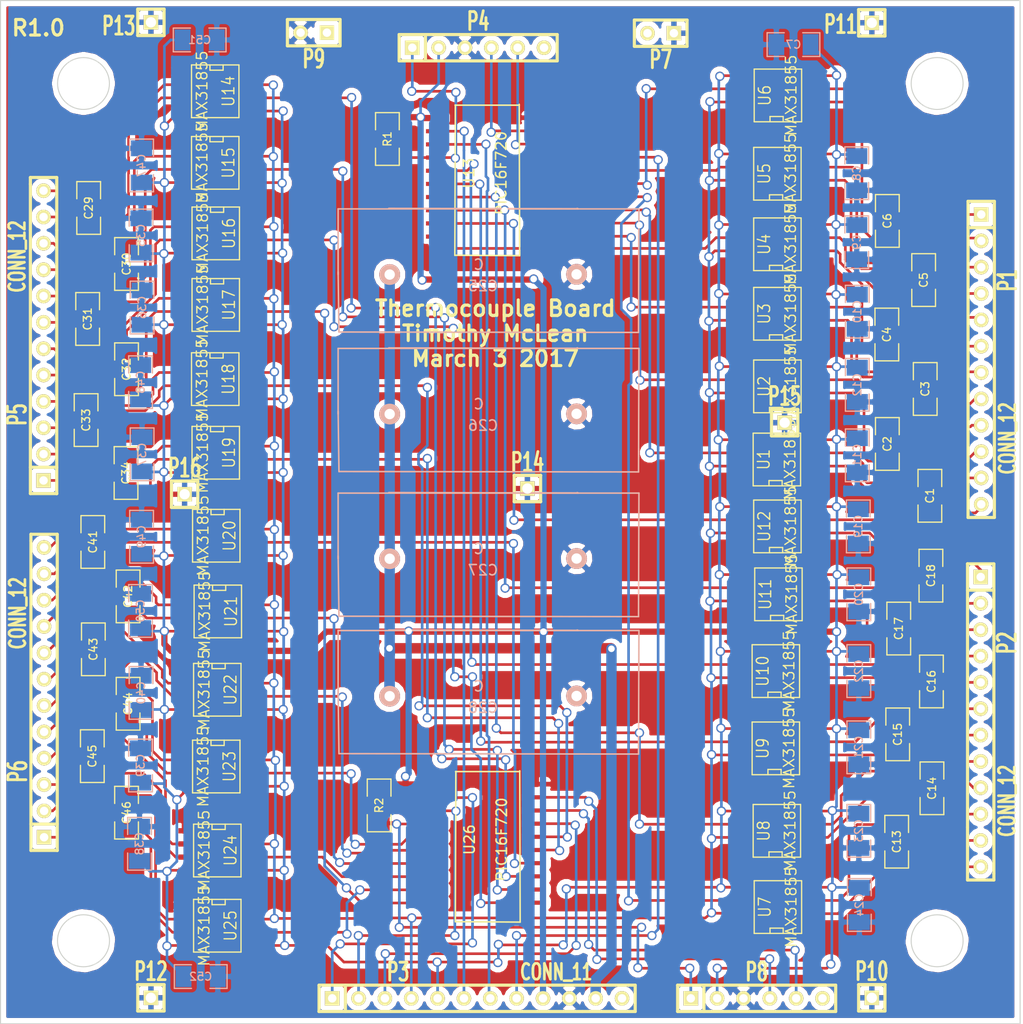
<source format=kicad_pcb>
(kicad_pcb (version 3) (host pcbnew "(2013-07-07 BZR 4022)-stable")
  (layers (15 F.Cu signal) (0 B.Cu signal) (18 B.Paste user) (19 F.Paste user) (20 B.SilkS user) (21 F.SilkS user) (22 B.Mask user) (23 F.Mask user) (28 Edge.Cuts user))
  (net 0 "")
  (net 1 +3.3V)
  (net 2 AICSPCLK)
  (net 3 AICSPDAT)
  (net 4 AMVLR/VPP)
  (net 5 ARA2)
  (net 6 ARA4)
  (net 7 ARA5)
  (net 8 ARB4)
  (net 9 ARB5)
  (net 10 ARB6)
  (net 11 ARB7)
  (net 12 ARC0)
  (net 13 ARC1)
  (net 14 ARC2)
  (net 15 ARC3)
  (net 16 ARC4)
  (net 17 ARC5)
  (net 18 ARC6)
  (net 19 ARC7)
  (net 20 BICSPCLK)
  (net 21 BICSPDAT)
  (net 22 BMVLR/VPP)
  (net 23 BRA2)
  (net 24 BRA4)
  (net 25 BRA5)
  (net 26 BRB4)
  (net 27 BRB5)
  (net 28 BRB6)
  (net 29 BRB7)
  (net 30 BRC0)
  (net 31 BRC1)
  (net 32 BRC2)
  (net 33 BRC3)
  (net 34 BRC4)
  (net 35 BRC5)
  (net 36 BRC6)
  (net 37 BRC7)
  (net 38 GND)
  (net 39 MISO)
  (net 40 N-0000010)
  (net 41 N-00000100)
  (net 42 N-00000101)
  (net 43 N-00000103)
  (net 44 N-00000105)
  (net 45 N-00000107)
  (net 46 N-00000108)
  (net 47 N-0000011)
  (net 48 N-00000110)
  (net 49 N-00000111)
  (net 50 N-00000112)
  (net 51 N-00000114)
  (net 52 N-00000116)
  (net 53 N-00000117)
  (net 54 N-0000036)
  (net 55 N-0000037)
  (net 56 N-0000041)
  (net 57 N-0000042)
  (net 58 N-0000043)
  (net 59 N-0000045)
  (net 60 N-0000046)
  (net 61 N-0000047)
  (net 62 N-0000049)
  (net 63 N-0000050)
  (net 64 N-0000052)
  (net 65 N-0000053)
  (net 66 N-0000054)
  (net 67 N-0000055)
  (net 68 N-0000057)
  (net 69 N-0000058)
  (net 70 N-000006)
  (net 71 N-0000060)
  (net 72 N-0000062)
  (net 73 N-0000063)
  (net 74 N-0000065)
  (net 75 N-0000067)
  (net 76 N-0000068)
  (net 77 N-000007)
  (net 78 N-0000070)
  (net 79 N-0000071)
  (net 80 N-0000073)
  (net 81 N-0000074)
  (net 82 N-0000076)
  (net 83 N-0000093)
  (net 84 N-0000094)
  (net 85 N-0000095)
  (net 86 N-0000097)
  (net 87 N-0000098)
  (net 88 SCK)
  (net 89 SOLAR_POWER)
  (module SO8N (layer F.Cu) (at 225.1 127 90)
    (fp_text reference U1 (at 0 -1.27 90) (layer F.SilkS) (effects (font (size 1.143 1.016) (thickness 0.127))))
    (fp_text value MAX31855 (at 0 1.27 90) (layer F.SilkS) (effects (font (size 1.016 1.016) (thickness 0.127))))
    (pad 8 smd rect (at -1.905 -3.175 90) (size 0.508 1.143) (layers F.Cu F.Paste F.Mask))
    (pad 7 smd rect (at -0.635 -3.175 90) (size 0.508 1.143) (layers F.Cu F.Paste F.Mask) (net 39 MISO))
    (pad 6 smd rect (at 0.635 -3.175 90) (size 0.508 1.143) (layers F.Cu F.Paste F.Mask) (net 8 ARB4))
    (pad 5 smd rect (at 1.905 -3.175 90) (size 0.508 1.143) (layers F.Cu F.Paste F.Mask) (net 88 SCK))
    (pad 4 smd rect (at 1.905 3.175 90) (size 0.508 1.143) (layers F.Cu F.Paste F.Mask) (net 1 +3.3V))
    (pad 3 smd rect (at 0.635 3.175 90) (size 0.508 1.143) (layers F.Cu F.Paste F.Mask) (net 58 N-0000043))
    (pad 2 smd rect (at -0.635 3.175 90) (size 0.508 1.143) (layers F.Cu F.Paste F.Mask) (net 57 N-0000042))
    (pad 1 smd rect (at -1.905 3.175 90) (size 0.508 1.143) (layers F.Cu F.Paste F.Mask) (net 38 GND))
  )
  (module SO8N (layer F.Cu) (at 225.1 162.8 90)
    (fp_text reference U8 (at 0 -1.27 90) (layer F.SilkS) (effects (font (size 1.143 1.016) (thickness 0.127))))
    (fp_text value MAX31855 (at 0 1.27 90) (layer F.SilkS) (effects (font (size 1.016 1.016) (thickness 0.127))))
    (pad 8 smd rect (at -1.905 -3.175 90) (size 0.508 1.143) (layers F.Cu F.Paste F.Mask))
    (pad 7 smd rect (at -0.635 -3.175 90) (size 0.508 1.143) (layers F.Cu F.Paste F.Mask) (net 39 MISO))
    (pad 6 smd rect (at 0.635 -3.175 90) (size 0.508 1.143) (layers F.Cu F.Paste F.Mask) (net 15 ARC3))
    (pad 5 smd rect (at 1.905 -3.175 90) (size 0.508 1.143) (layers F.Cu F.Paste F.Mask) (net 88 SCK))
    (pad 4 smd rect (at 1.905 3.175 90) (size 0.508 1.143) (layers F.Cu F.Paste F.Mask) (net 1 +3.3V))
    (pad 3 smd rect (at 0.635 3.175 90) (size 0.508 1.143) (layers F.Cu F.Paste F.Mask) (net 47 N-0000011))
    (pad 2 smd rect (at -0.635 3.175 90) (size 0.508 1.143) (layers F.Cu F.Paste F.Mask) (net 40 N-0000010))
    (pad 1 smd rect (at -1.905 3.175 90) (size 0.508 1.143) (layers F.Cu F.Paste F.Mask) (net 38 GND))
  )
  (module SO8N (layer F.Cu) (at 171 105.2 270)
    (fp_text reference U16 (at 0 -1.27 270) (layer F.SilkS) (effects (font (size 1.143 1.016) (thickness 0.127))))
    (fp_text value MAX31855 (at 0 1.27 270) (layer F.SilkS) (effects (font (size 1.016 1.016) (thickness 0.127))))
    (pad 8 smd rect (at -1.905 -3.175 270) (size 0.508 1.143) (layers F.Cu F.Paste F.Mask))
    (pad 7 smd rect (at -0.635 -3.175 270) (size 0.508 1.143) (layers F.Cu F.Paste F.Mask) (net 39 MISO))
    (pad 6 smd rect (at 0.635 -3.175 270) (size 0.508 1.143) (layers F.Cu F.Paste F.Mask) (net 28 BRB6))
    (pad 5 smd rect (at 1.905 -3.175 270) (size 0.508 1.143) (layers F.Cu F.Paste F.Mask) (net 88 SCK))
    (pad 4 smd rect (at 1.905 3.175 270) (size 0.508 1.143) (layers F.Cu F.Paste F.Mask) (net 1 +3.3V))
    (pad 3 smd rect (at 0.635 3.175 270) (size 0.508 1.143) (layers F.Cu F.Paste F.Mask) (net 87 N-0000098))
    (pad 2 smd rect (at -0.635 3.175 270) (size 0.508 1.143) (layers F.Cu F.Paste F.Mask) (net 86 N-0000097))
    (pad 1 smd rect (at -1.905 3.175 270) (size 0.508 1.143) (layers F.Cu F.Paste F.Mask) (net 38 GND))
  )
  (module SO8N (layer F.Cu) (at 225 154.85 90)
    (fp_text reference U9 (at 0 -1.27 90) (layer F.SilkS) (effects (font (size 1.143 1.016) (thickness 0.127))))
    (fp_text value MAX31855 (at 0 1.27 90) (layer F.SilkS) (effects (font (size 1.016 1.016) (thickness 0.127))))
    (pad 8 smd rect (at -1.905 -3.175 90) (size 0.508 1.143) (layers F.Cu F.Paste F.Mask))
    (pad 7 smd rect (at -0.635 -3.175 90) (size 0.508 1.143) (layers F.Cu F.Paste F.Mask) (net 39 MISO))
    (pad 6 smd rect (at 0.635 -3.175 90) (size 0.508 1.143) (layers F.Cu F.Paste F.Mask) (net 16 ARC4))
    (pad 5 smd rect (at 1.905 -3.175 90) (size 0.508 1.143) (layers F.Cu F.Paste F.Mask) (net 88 SCK))
    (pad 4 smd rect (at 1.905 3.175 90) (size 0.508 1.143) (layers F.Cu F.Paste F.Mask) (net 1 +3.3V))
    (pad 3 smd rect (at 0.635 3.175 90) (size 0.508 1.143) (layers F.Cu F.Paste F.Mask) (net 73 N-0000063))
    (pad 2 smd rect (at -0.635 3.175 90) (size 0.508 1.143) (layers F.Cu F.Paste F.Mask) (net 72 N-0000062))
    (pad 1 smd rect (at -1.905 3.175 90) (size 0.508 1.143) (layers F.Cu F.Paste F.Mask) (net 38 GND))
  )
  (module SO8N (layer F.Cu) (at 170.95 98.4 270)
    (fp_text reference U15 (at 0 -1.27 270) (layer F.SilkS) (effects (font (size 1.143 1.016) (thickness 0.127))))
    (fp_text value MAX31855 (at 0 1.27 270) (layer F.SilkS) (effects (font (size 1.016 1.016) (thickness 0.127))))
    (pad 8 smd rect (at -1.905 -3.175 270) (size 0.508 1.143) (layers F.Cu F.Paste F.Mask))
    (pad 7 smd rect (at -0.635 -3.175 270) (size 0.508 1.143) (layers F.Cu F.Paste F.Mask) (net 39 MISO))
    (pad 6 smd rect (at 0.635 -3.175 270) (size 0.508 1.143) (layers F.Cu F.Paste F.Mask) (net 27 BRB5))
    (pad 5 smd rect (at 1.905 -3.175 270) (size 0.508 1.143) (layers F.Cu F.Paste F.Mask) (net 88 SCK))
    (pad 4 smd rect (at 1.905 3.175 270) (size 0.508 1.143) (layers F.Cu F.Paste F.Mask) (net 1 +3.3V))
    (pad 3 smd rect (at 0.635 3.175 270) (size 0.508 1.143) (layers F.Cu F.Paste F.Mask) (net 85 N-0000095))
    (pad 2 smd rect (at -0.635 3.175 270) (size 0.508 1.143) (layers F.Cu F.Paste F.Mask) (net 84 N-0000094))
    (pad 1 smd rect (at -1.905 3.175 270) (size 0.508 1.143) (layers F.Cu F.Paste F.Mask) (net 38 GND))
  )
  (module SO8N (layer F.Cu) (at 225 147.4 90)
    (fp_text reference U10 (at 0 -1.27 90) (layer F.SilkS) (effects (font (size 1.143 1.016) (thickness 0.127))))
    (fp_text value MAX31855 (at 0 1.27 90) (layer F.SilkS) (effects (font (size 1.016 1.016) (thickness 0.127))))
    (pad 8 smd rect (at -1.905 -3.175 90) (size 0.508 1.143) (layers F.Cu F.Paste F.Mask))
    (pad 7 smd rect (at -0.635 -3.175 90) (size 0.508 1.143) (layers F.Cu F.Paste F.Mask) (net 39 MISO))
    (pad 6 smd rect (at 0.635 -3.175 90) (size 0.508 1.143) (layers F.Cu F.Paste F.Mask) (net 17 ARC5))
    (pad 5 smd rect (at 1.905 -3.175 90) (size 0.508 1.143) (layers F.Cu F.Paste F.Mask) (net 88 SCK))
    (pad 4 smd rect (at 1.905 3.175 90) (size 0.508 1.143) (layers F.Cu F.Paste F.Mask) (net 1 +3.3V))
    (pad 3 smd rect (at 0.635 3.175 90) (size 0.508 1.143) (layers F.Cu F.Paste F.Mask) (net 71 N-0000060))
    (pad 2 smd rect (at -0.635 3.175 90) (size 0.508 1.143) (layers F.Cu F.Paste F.Mask) (net 74 N-0000065))
    (pad 1 smd rect (at -1.905 3.175 90) (size 0.508 1.143) (layers F.Cu F.Paste F.Mask) (net 38 GND))
  )
  (module SO8N (layer F.Cu) (at 225.2 170.15 90)
    (fp_text reference U7 (at 0 -1.27 90) (layer F.SilkS) (effects (font (size 1.143 1.016) (thickness 0.127))))
    (fp_text value MAX31855 (at 0 1.27 90) (layer F.SilkS) (effects (font (size 1.016 1.016) (thickness 0.127))))
    (pad 8 smd rect (at -1.905 -3.175 90) (size 0.508 1.143) (layers F.Cu F.Paste F.Mask))
    (pad 7 smd rect (at -0.635 -3.175 90) (size 0.508 1.143) (layers F.Cu F.Paste F.Mask) (net 39 MISO))
    (pad 6 smd rect (at 0.635 -3.175 90) (size 0.508 1.143) (layers F.Cu F.Paste F.Mask) (net 14 ARC2))
    (pad 5 smd rect (at 1.905 -3.175 90) (size 0.508 1.143) (layers F.Cu F.Paste F.Mask) (net 88 SCK))
    (pad 4 smd rect (at 1.905 3.175 90) (size 0.508 1.143) (layers F.Cu F.Paste F.Mask) (net 1 +3.3V))
    (pad 3 smd rect (at 0.635 3.175 90) (size 0.508 1.143) (layers F.Cu F.Paste F.Mask) (net 77 N-000007))
    (pad 2 smd rect (at -0.635 3.175 90) (size 0.508 1.143) (layers F.Cu F.Paste F.Mask) (net 70 N-000006))
    (pad 1 smd rect (at -1.905 3.175 90) (size 0.508 1.143) (layers F.Cu F.Paste F.Mask) (net 38 GND))
  )
  (module SO8N (layer F.Cu) (at 170.95 91.5 270)
    (fp_text reference U14 (at 0 -1.27 270) (layer F.SilkS) (effects (font (size 1.143 1.016) (thickness 0.127))))
    (fp_text value MAX31855 (at 0 1.27 270) (layer F.SilkS) (effects (font (size 1.016 1.016) (thickness 0.127))))
    (pad 8 smd rect (at -1.905 -3.175 270) (size 0.508 1.143) (layers F.Cu F.Paste F.Mask))
    (pad 7 smd rect (at -0.635 -3.175 270) (size 0.508 1.143) (layers F.Cu F.Paste F.Mask) (net 39 MISO))
    (pad 6 smd rect (at 0.635 -3.175 270) (size 0.508 1.143) (layers F.Cu F.Paste F.Mask) (net 26 BRB4))
    (pad 5 smd rect (at 1.905 -3.175 270) (size 0.508 1.143) (layers F.Cu F.Paste F.Mask) (net 88 SCK))
    (pad 4 smd rect (at 1.905 3.175 270) (size 0.508 1.143) (layers F.Cu F.Paste F.Mask) (net 1 +3.3V))
    (pad 3 smd rect (at 0.635 3.175 270) (size 0.508 1.143) (layers F.Cu F.Paste F.Mask) (net 42 N-00000101))
    (pad 2 smd rect (at -0.635 3.175 270) (size 0.508 1.143) (layers F.Cu F.Paste F.Mask) (net 41 N-00000100))
    (pad 1 smd rect (at -1.905 3.175 270) (size 0.508 1.143) (layers F.Cu F.Paste F.Mask) (net 38 GND))
  )
  (module SO8N (layer F.Cu) (at 225.25 140 90)
    (fp_text reference U11 (at 0 -1.27 90) (layer F.SilkS) (effects (font (size 1.143 1.016) (thickness 0.127))))
    (fp_text value MAX31855 (at 0 1.27 90) (layer F.SilkS) (effects (font (size 1.016 1.016) (thickness 0.127))))
    (pad 8 smd rect (at -1.905 -3.175 90) (size 0.508 1.143) (layers F.Cu F.Paste F.Mask))
    (pad 7 smd rect (at -0.635 -3.175 90) (size 0.508 1.143) (layers F.Cu F.Paste F.Mask) (net 39 MISO))
    (pad 6 smd rect (at 0.635 -3.175 90) (size 0.508 1.143) (layers F.Cu F.Paste F.Mask) (net 18 ARC6))
    (pad 5 smd rect (at 1.905 -3.175 90) (size 0.508 1.143) (layers F.Cu F.Paste F.Mask) (net 88 SCK))
    (pad 4 smd rect (at 1.905 3.175 90) (size 0.508 1.143) (layers F.Cu F.Paste F.Mask) (net 1 +3.3V))
    (pad 3 smd rect (at 0.635 3.175 90) (size 0.508 1.143) (layers F.Cu F.Paste F.Mask) (net 69 N-0000058))
    (pad 2 smd rect (at -0.635 3.175 90) (size 0.508 1.143) (layers F.Cu F.Paste F.Mask) (net 68 N-0000057))
    (pad 1 smd rect (at -1.905 3.175 90) (size 0.508 1.143) (layers F.Cu F.Paste F.Mask) (net 38 GND))
  )
  (module SO8N (layer F.Cu) (at 171 112.1 270)
    (fp_text reference U17 (at 0 -1.27 270) (layer F.SilkS) (effects (font (size 1.143 1.016) (thickness 0.127))))
    (fp_text value MAX31855 (at 0 1.27 270) (layer F.SilkS) (effects (font (size 1.016 1.016) (thickness 0.127))))
    (pad 8 smd rect (at -1.905 -3.175 270) (size 0.508 1.143) (layers F.Cu F.Paste F.Mask))
    (pad 7 smd rect (at -0.635 -3.175 270) (size 0.508 1.143) (layers F.Cu F.Paste F.Mask) (net 39 MISO))
    (pad 6 smd rect (at 0.635 -3.175 270) (size 0.508 1.143) (layers F.Cu F.Paste F.Mask) (net 29 BRB7))
    (pad 5 smd rect (at 1.905 -3.175 270) (size 0.508 1.143) (layers F.Cu F.Paste F.Mask) (net 88 SCK))
    (pad 4 smd rect (at 1.905 3.175 270) (size 0.508 1.143) (layers F.Cu F.Paste F.Mask) (net 1 +3.3V))
    (pad 3 smd rect (at 0.635 3.175 270) (size 0.508 1.143) (layers F.Cu F.Paste F.Mask) (net 46 N-00000108))
    (pad 2 smd rect (at -0.635 3.175 270) (size 0.508 1.143) (layers F.Cu F.Paste F.Mask) (net 45 N-00000107))
    (pad 1 smd rect (at -1.905 3.175 270) (size 0.508 1.143) (layers F.Cu F.Paste F.Mask) (net 38 GND))
  )
  (module SO8N (layer F.Cu) (at 225.15 133.45 90)
    (fp_text reference U12 (at 0 -1.27 90) (layer F.SilkS) (effects (font (size 1.143 1.016) (thickness 0.127))))
    (fp_text value MAX31855 (at 0 1.27 90) (layer F.SilkS) (effects (font (size 1.016 1.016) (thickness 0.127))))
    (pad 8 smd rect (at -1.905 -3.175 90) (size 0.508 1.143) (layers F.Cu F.Paste F.Mask))
    (pad 7 smd rect (at -0.635 -3.175 90) (size 0.508 1.143) (layers F.Cu F.Paste F.Mask) (net 39 MISO))
    (pad 6 smd rect (at 0.635 -3.175 90) (size 0.508 1.143) (layers F.Cu F.Paste F.Mask) (net 19 ARC7))
    (pad 5 smd rect (at 1.905 -3.175 90) (size 0.508 1.143) (layers F.Cu F.Paste F.Mask) (net 88 SCK))
    (pad 4 smd rect (at 1.905 3.175 90) (size 0.508 1.143) (layers F.Cu F.Paste F.Mask) (net 1 +3.3V))
    (pad 3 smd rect (at 0.635 3.175 90) (size 0.508 1.143) (layers F.Cu F.Paste F.Mask) (net 66 N-0000054))
    (pad 2 smd rect (at -0.635 3.175 90) (size 0.508 1.143) (layers F.Cu F.Paste F.Mask) (net 67 N-0000055))
    (pad 1 smd rect (at -1.905 3.175 90) (size 0.508 1.143) (layers F.Cu F.Paste F.Mask) (net 38 GND))
  )
  (module SO8N (layer F.Cu) (at 171.2 141.65 270)
    (fp_text reference U21 (at 0 -1.27 270) (layer F.SilkS) (effects (font (size 1.143 1.016) (thickness 0.127))))
    (fp_text value MAX31855 (at 0 1.27 270) (layer F.SilkS) (effects (font (size 1.016 1.016) (thickness 0.127))))
    (pad 8 smd rect (at -1.905 -3.175 270) (size 0.508 1.143) (layers F.Cu F.Paste F.Mask))
    (pad 7 smd rect (at -0.635 -3.175 270) (size 0.508 1.143) (layers F.Cu F.Paste F.Mask) (net 39 MISO))
    (pad 6 smd rect (at 0.635 -3.175 270) (size 0.508 1.143) (layers F.Cu F.Paste F.Mask) (net 33 BRC3))
    (pad 5 smd rect (at 1.905 -3.175 270) (size 0.508 1.143) (layers F.Cu F.Paste F.Mask) (net 88 SCK))
    (pad 4 smd rect (at 1.905 3.175 270) (size 0.508 1.143) (layers F.Cu F.Paste F.Mask) (net 1 +3.3V))
    (pad 3 smd rect (at 0.635 3.175 270) (size 0.508 1.143) (layers F.Cu F.Paste F.Mask) (net 82 N-0000076))
    (pad 2 smd rect (at -0.635 3.175 270) (size 0.508 1.143) (layers F.Cu F.Paste F.Mask) (net 83 N-0000093))
    (pad 1 smd rect (at -1.905 3.175 270) (size 0.508 1.143) (layers F.Cu F.Paste F.Mask) (net 38 GND))
  )
  (module SO8N (layer F.Cu) (at 171.15 171.95 270)
    (fp_text reference U25 (at 0 -1.27 270) (layer F.SilkS) (effects (font (size 1.143 1.016) (thickness 0.127))))
    (fp_text value MAX31855 (at 0 1.27 270) (layer F.SilkS) (effects (font (size 1.016 1.016) (thickness 0.127))))
    (pad 8 smd rect (at -1.905 -3.175 270) (size 0.508 1.143) (layers F.Cu F.Paste F.Mask))
    (pad 7 smd rect (at -0.635 -3.175 270) (size 0.508 1.143) (layers F.Cu F.Paste F.Mask) (net 39 MISO))
    (pad 6 smd rect (at 0.635 -3.175 270) (size 0.508 1.143) (layers F.Cu F.Paste F.Mask) (net 37 BRC7))
    (pad 5 smd rect (at 1.905 -3.175 270) (size 0.508 1.143) (layers F.Cu F.Paste F.Mask) (net 88 SCK))
    (pad 4 smd rect (at 1.905 3.175 270) (size 0.508 1.143) (layers F.Cu F.Paste F.Mask) (net 1 +3.3V))
    (pad 3 smd rect (at 0.635 3.175 270) (size 0.508 1.143) (layers F.Cu F.Paste F.Mask) (net 53 N-00000117))
    (pad 2 smd rect (at -0.635 3.175 270) (size 0.508 1.143) (layers F.Cu F.Paste F.Mask) (net 52 N-00000116))
    (pad 1 smd rect (at -1.905 3.175 270) (size 0.508 1.143) (layers F.Cu F.Paste F.Mask) (net 38 GND))
  )
  (module SO8N (layer F.Cu) (at 171.15 164.7 270)
    (fp_text reference U24 (at 0 -1.27 270) (layer F.SilkS) (effects (font (size 1.143 1.016) (thickness 0.127))))
    (fp_text value MAX31855 (at 0 1.27 270) (layer F.SilkS) (effects (font (size 1.016 1.016) (thickness 0.127))))
    (pad 8 smd rect (at -1.905 -3.175 270) (size 0.508 1.143) (layers F.Cu F.Paste F.Mask))
    (pad 7 smd rect (at -0.635 -3.175 270) (size 0.508 1.143) (layers F.Cu F.Paste F.Mask) (net 39 MISO))
    (pad 6 smd rect (at 0.635 -3.175 270) (size 0.508 1.143) (layers F.Cu F.Paste F.Mask) (net 36 BRC6))
    (pad 5 smd rect (at 1.905 -3.175 270) (size 0.508 1.143) (layers F.Cu F.Paste F.Mask) (net 88 SCK))
    (pad 4 smd rect (at 1.905 3.175 270) (size 0.508 1.143) (layers F.Cu F.Paste F.Mask) (net 1 +3.3V))
    (pad 3 smd rect (at 0.635 3.175 270) (size 0.508 1.143) (layers F.Cu F.Paste F.Mask) (net 50 N-00000112))
    (pad 2 smd rect (at -0.635 3.175 270) (size 0.508 1.143) (layers F.Cu F.Paste F.Mask) (net 51 N-00000114))
    (pad 1 smd rect (at -1.905 3.175 270) (size 0.508 1.143) (layers F.Cu F.Paste F.Mask) (net 38 GND))
  )
  (module SO8N (layer F.Cu) (at 225.15 119.95 90)
    (fp_text reference U2 (at 0 -1.27 90) (layer F.SilkS) (effects (font (size 1.143 1.016) (thickness 0.127))))
    (fp_text value MAX31855 (at 0 1.27 90) (layer F.SilkS) (effects (font (size 1.016 1.016) (thickness 0.127))))
    (pad 8 smd rect (at -1.905 -3.175 90) (size 0.508 1.143) (layers F.Cu F.Paste F.Mask))
    (pad 7 smd rect (at -0.635 -3.175 90) (size 0.508 1.143) (layers F.Cu F.Paste F.Mask) (net 39 MISO))
    (pad 6 smd rect (at 0.635 -3.175 90) (size 0.508 1.143) (layers F.Cu F.Paste F.Mask) (net 9 ARB5))
    (pad 5 smd rect (at 1.905 -3.175 90) (size 0.508 1.143) (layers F.Cu F.Paste F.Mask) (net 88 SCK))
    (pad 4 smd rect (at 1.905 3.175 90) (size 0.508 1.143) (layers F.Cu F.Paste F.Mask) (net 1 +3.3V))
    (pad 3 smd rect (at 0.635 3.175 90) (size 0.508 1.143) (layers F.Cu F.Paste F.Mask) (net 55 N-0000037))
    (pad 2 smd rect (at -0.635 3.175 90) (size 0.508 1.143) (layers F.Cu F.Paste F.Mask) (net 54 N-0000036))
    (pad 1 smd rect (at -1.905 3.175 90) (size 0.508 1.143) (layers F.Cu F.Paste F.Mask) (net 38 GND))
  )
  (module SO8N (layer F.Cu) (at 225.2 91.9 90)
    (fp_text reference U6 (at 0 -1.27 90) (layer F.SilkS) (effects (font (size 1.143 1.016) (thickness 0.127))))
    (fp_text value MAX31855 (at 0 1.27 90) (layer F.SilkS) (effects (font (size 1.016 1.016) (thickness 0.127))))
    (pad 8 smd rect (at -1.905 -3.175 90) (size 0.508 1.143) (layers F.Cu F.Paste F.Mask))
    (pad 7 smd rect (at -0.635 -3.175 90) (size 0.508 1.143) (layers F.Cu F.Paste F.Mask) (net 39 MISO))
    (pad 6 smd rect (at 0.635 -3.175 90) (size 0.508 1.143) (layers F.Cu F.Paste F.Mask) (net 13 ARC1))
    (pad 5 smd rect (at 1.905 -3.175 90) (size 0.508 1.143) (layers F.Cu F.Paste F.Mask) (net 88 SCK))
    (pad 4 smd rect (at 1.905 3.175 90) (size 0.508 1.143) (layers F.Cu F.Paste F.Mask) (net 1 +3.3V))
    (pad 3 smd rect (at 0.635 3.175 90) (size 0.508 1.143) (layers F.Cu F.Paste F.Mask) (net 60 N-0000046))
    (pad 2 smd rect (at -0.635 3.175 90) (size 0.508 1.143) (layers F.Cu F.Paste F.Mask) (net 59 N-0000045))
    (pad 1 smd rect (at -1.905 3.175 90) (size 0.508 1.143) (layers F.Cu F.Paste F.Mask) (net 38 GND))
  )
  (module SO8N (layer F.Cu) (at 171.05 134.35 270)
    (fp_text reference U20 (at 0 -1.27 270) (layer F.SilkS) (effects (font (size 1.143 1.016) (thickness 0.127))))
    (fp_text value MAX31855 (at 0 1.27 270) (layer F.SilkS) (effects (font (size 1.016 1.016) (thickness 0.127))))
    (pad 8 smd rect (at -1.905 -3.175 270) (size 0.508 1.143) (layers F.Cu F.Paste F.Mask))
    (pad 7 smd rect (at -0.635 -3.175 270) (size 0.508 1.143) (layers F.Cu F.Paste F.Mask) (net 39 MISO))
    (pad 6 smd rect (at 0.635 -3.175 270) (size 0.508 1.143) (layers F.Cu F.Paste F.Mask) (net 32 BRC2))
    (pad 5 smd rect (at 1.905 -3.175 270) (size 0.508 1.143) (layers F.Cu F.Paste F.Mask) (net 88 SCK))
    (pad 4 smd rect (at 1.905 3.175 270) (size 0.508 1.143) (layers F.Cu F.Paste F.Mask) (net 1 +3.3V))
    (pad 3 smd rect (at 0.635 3.175 270) (size 0.508 1.143) (layers F.Cu F.Paste F.Mask) (net 81 N-0000074))
    (pad 2 smd rect (at -0.635 3.175 270) (size 0.508 1.143) (layers F.Cu F.Paste F.Mask) (net 80 N-0000073))
    (pad 1 smd rect (at -1.905 3.175 270) (size 0.508 1.143) (layers F.Cu F.Paste F.Mask) (net 38 GND))
  )
  (module SO8N (layer F.Cu) (at 225.15 99.45 90)
    (fp_text reference U5 (at 0 -1.27 90) (layer F.SilkS) (effects (font (size 1.143 1.016) (thickness 0.127))))
    (fp_text value MAX31855 (at 0 1.27 90) (layer F.SilkS) (effects (font (size 1.016 1.016) (thickness 0.127))))
    (pad 8 smd rect (at -1.905 -3.175 90) (size 0.508 1.143) (layers F.Cu F.Paste F.Mask))
    (pad 7 smd rect (at -0.635 -3.175 90) (size 0.508 1.143) (layers F.Cu F.Paste F.Mask) (net 39 MISO))
    (pad 6 smd rect (at 0.635 -3.175 90) (size 0.508 1.143) (layers F.Cu F.Paste F.Mask) (net 12 ARC0))
    (pad 5 smd rect (at 1.905 -3.175 90) (size 0.508 1.143) (layers F.Cu F.Paste F.Mask) (net 88 SCK))
    (pad 4 smd rect (at 1.905 3.175 90) (size 0.508 1.143) (layers F.Cu F.Paste F.Mask) (net 1 +3.3V))
    (pad 3 smd rect (at 0.635 3.175 90) (size 0.508 1.143) (layers F.Cu F.Paste F.Mask) (net 65 N-0000053))
    (pad 2 smd rect (at -0.635 3.175 90) (size 0.508 1.143) (layers F.Cu F.Paste F.Mask) (net 64 N-0000052))
    (pad 1 smd rect (at -1.905 3.175 90) (size 0.508 1.143) (layers F.Cu F.Paste F.Mask) (net 38 GND))
  )
  (module SO8N (layer F.Cu) (at 171.15 149.2 270)
    (fp_text reference U22 (at 0 -1.27 270) (layer F.SilkS) (effects (font (size 1.143 1.016) (thickness 0.127))))
    (fp_text value MAX31855 (at 0 1.27 270) (layer F.SilkS) (effects (font (size 1.016 1.016) (thickness 0.127))))
    (pad 8 smd rect (at -1.905 -3.175 270) (size 0.508 1.143) (layers F.Cu F.Paste F.Mask))
    (pad 7 smd rect (at -0.635 -3.175 270) (size 0.508 1.143) (layers F.Cu F.Paste F.Mask) (net 39 MISO))
    (pad 6 smd rect (at 0.635 -3.175 270) (size 0.508 1.143) (layers F.Cu F.Paste F.Mask) (net 34 BRC4))
    (pad 5 smd rect (at 1.905 -3.175 270) (size 0.508 1.143) (layers F.Cu F.Paste F.Mask) (net 88 SCK))
    (pad 4 smd rect (at 1.905 3.175 270) (size 0.508 1.143) (layers F.Cu F.Paste F.Mask) (net 1 +3.3V))
    (pad 3 smd rect (at 0.635 3.175 270) (size 0.508 1.143) (layers F.Cu F.Paste F.Mask) (net 76 N-0000068))
    (pad 2 smd rect (at -0.635 3.175 270) (size 0.508 1.143) (layers F.Cu F.Paste F.Mask) (net 75 N-0000067))
    (pad 1 smd rect (at -1.905 3.175 270) (size 0.508 1.143) (layers F.Cu F.Paste F.Mask) (net 38 GND))
  )
  (module SO8N (layer F.Cu) (at 171 126.35 270)
    (fp_text reference U19 (at 0 -1.27 270) (layer F.SilkS) (effects (font (size 1.143 1.016) (thickness 0.127))))
    (fp_text value MAX31855 (at 0 1.27 270) (layer F.SilkS) (effects (font (size 1.016 1.016) (thickness 0.127))))
    (pad 8 smd rect (at -1.905 -3.175 270) (size 0.508 1.143) (layers F.Cu F.Paste F.Mask))
    (pad 7 smd rect (at -0.635 -3.175 270) (size 0.508 1.143) (layers F.Cu F.Paste F.Mask) (net 39 MISO))
    (pad 6 smd rect (at 0.635 -3.175 270) (size 0.508 1.143) (layers F.Cu F.Paste F.Mask) (net 31 BRC1))
    (pad 5 smd rect (at 1.905 -3.175 270) (size 0.508 1.143) (layers F.Cu F.Paste F.Mask) (net 88 SCK))
    (pad 4 smd rect (at 1.905 3.175 270) (size 0.508 1.143) (layers F.Cu F.Paste F.Mask) (net 1 +3.3V))
    (pad 3 smd rect (at 0.635 3.175 270) (size 0.508 1.143) (layers F.Cu F.Paste F.Mask) (net 43 N-00000103))
    (pad 2 smd rect (at -0.635 3.175 270) (size 0.508 1.143) (layers F.Cu F.Paste F.Mask) (net 44 N-00000105))
    (pad 1 smd rect (at -1.905 3.175 270) (size 0.508 1.143) (layers F.Cu F.Paste F.Mask) (net 38 GND))
  )
  (module SO8N (layer F.Cu) (at 225.15 106.25 90)
    (fp_text reference U4 (at 0 -1.27 90) (layer F.SilkS) (effects (font (size 1.143 1.016) (thickness 0.127))))
    (fp_text value MAX31855 (at 0 1.27 90) (layer F.SilkS) (effects (font (size 1.016 1.016) (thickness 0.127))))
    (pad 8 smd rect (at -1.905 -3.175 90) (size 0.508 1.143) (layers F.Cu F.Paste F.Mask))
    (pad 7 smd rect (at -0.635 -3.175 90) (size 0.508 1.143) (layers F.Cu F.Paste F.Mask) (net 39 MISO))
    (pad 6 smd rect (at 0.635 -3.175 90) (size 0.508 1.143) (layers F.Cu F.Paste F.Mask) (net 11 ARB7))
    (pad 5 smd rect (at 1.905 -3.175 90) (size 0.508 1.143) (layers F.Cu F.Paste F.Mask) (net 88 SCK))
    (pad 4 smd rect (at 1.905 3.175 90) (size 0.508 1.143) (layers F.Cu F.Paste F.Mask) (net 1 +3.3V))
    (pad 3 smd rect (at 0.635 3.175 90) (size 0.508 1.143) (layers F.Cu F.Paste F.Mask) (net 63 N-0000050))
    (pad 2 smd rect (at -0.635 3.175 90) (size 0.508 1.143) (layers F.Cu F.Paste F.Mask) (net 62 N-0000049))
    (pad 1 smd rect (at -1.905 3.175 90) (size 0.508 1.143) (layers F.Cu F.Paste F.Mask) (net 38 GND))
  )
  (module SO8N (layer F.Cu) (at 171.05 156.6 270)
    (fp_text reference U23 (at 0 -1.27 270) (layer F.SilkS) (effects (font (size 1.143 1.016) (thickness 0.127))))
    (fp_text value MAX31855 (at 0 1.27 270) (layer F.SilkS) (effects (font (size 1.016 1.016) (thickness 0.127))))
    (pad 8 smd rect (at -1.905 -3.175 270) (size 0.508 1.143) (layers F.Cu F.Paste F.Mask))
    (pad 7 smd rect (at -0.635 -3.175 270) (size 0.508 1.143) (layers F.Cu F.Paste F.Mask) (net 39 MISO))
    (pad 6 smd rect (at 0.635 -3.175 270) (size 0.508 1.143) (layers F.Cu F.Paste F.Mask) (net 35 BRC5))
    (pad 5 smd rect (at 1.905 -3.175 270) (size 0.508 1.143) (layers F.Cu F.Paste F.Mask) (net 88 SCK))
    (pad 4 smd rect (at 1.905 3.175 270) (size 0.508 1.143) (layers F.Cu F.Paste F.Mask) (net 1 +3.3V))
    (pad 3 smd rect (at 0.635 3.175 270) (size 0.508 1.143) (layers F.Cu F.Paste F.Mask) (net 79 N-0000071))
    (pad 2 smd rect (at -0.635 3.175 270) (size 0.508 1.143) (layers F.Cu F.Paste F.Mask) (net 78 N-0000070))
    (pad 1 smd rect (at -1.905 3.175 270) (size 0.508 1.143) (layers F.Cu F.Paste F.Mask) (net 38 GND))
  )
  (module SO8N (layer F.Cu) (at 225.15 112.95 90)
    (fp_text reference U3 (at 0 -1.27 90) (layer F.SilkS) (effects (font (size 1.143 1.016) (thickness 0.127))))
    (fp_text value MAX31855 (at 0 1.27 90) (layer F.SilkS) (effects (font (size 1.016 1.016) (thickness 0.127))))
    (pad 8 smd rect (at -1.905 -3.175 90) (size 0.508 1.143) (layers F.Cu F.Paste F.Mask))
    (pad 7 smd rect (at -0.635 -3.175 90) (size 0.508 1.143) (layers F.Cu F.Paste F.Mask) (net 39 MISO))
    (pad 6 smd rect (at 0.635 -3.175 90) (size 0.508 1.143) (layers F.Cu F.Paste F.Mask) (net 10 ARB6))
    (pad 5 smd rect (at 1.905 -3.175 90) (size 0.508 1.143) (layers F.Cu F.Paste F.Mask) (net 88 SCK))
    (pad 4 smd rect (at 1.905 3.175 90) (size 0.508 1.143) (layers F.Cu F.Paste F.Mask) (net 1 +3.3V))
    (pad 3 smd rect (at 0.635 3.175 90) (size 0.508 1.143) (layers F.Cu F.Paste F.Mask) (net 61 N-0000047))
    (pad 2 smd rect (at -0.635 3.175 90) (size 0.508 1.143) (layers F.Cu F.Paste F.Mask) (net 56 N-0000041))
    (pad 1 smd rect (at -1.905 3.175 90) (size 0.508 1.143) (layers F.Cu F.Paste F.Mask) (net 38 GND))
  )
  (module SO8N (layer F.Cu) (at 170.95 119.25 270)
    (fp_text reference U18 (at 0 -1.27 270) (layer F.SilkS) (effects (font (size 1.143 1.016) (thickness 0.127))))
    (fp_text value MAX31855 (at 0 1.27 270) (layer F.SilkS) (effects (font (size 1.016 1.016) (thickness 0.127))))
    (pad 8 smd rect (at -1.905 -3.175 270) (size 0.508 1.143) (layers F.Cu F.Paste F.Mask))
    (pad 7 smd rect (at -0.635 -3.175 270) (size 0.508 1.143) (layers F.Cu F.Paste F.Mask) (net 39 MISO))
    (pad 6 smd rect (at 0.635 -3.175 270) (size 0.508 1.143) (layers F.Cu F.Paste F.Mask) (net 30 BRC0))
    (pad 5 smd rect (at 1.905 -3.175 270) (size 0.508 1.143) (layers F.Cu F.Paste F.Mask) (net 88 SCK))
    (pad 4 smd rect (at 1.905 3.175 270) (size 0.508 1.143) (layers F.Cu F.Paste F.Mask) (net 1 +3.3V))
    (pad 3 smd rect (at 0.635 3.175 270) (size 0.508 1.143) (layers F.Cu F.Paste F.Mask) (net 49 N-00000111))
    (pad 2 smd rect (at -0.635 3.175 270) (size 0.508 1.143) (layers F.Cu F.Paste F.Mask) (net 48 N-00000110))
    (pad 1 smd rect (at -1.905 3.175 270) (size 0.508 1.143) (layers F.Cu F.Paste F.Mask) (net 38 GND))
  )
  (module SM1206 (layer F.Cu) (at 162.4 118.3 270)
    (fp_text reference C32 (at 0 0 270) (layer F.SilkS) (effects (font (size 0.762 0.762) (thickness 0.127))))
    (fp_text value C hide)
    (pad 1 smd rect (at -1.651 0 270) (size 1.524 2.032) (layers F.Cu F.Paste F.Mask) (net 45 N-00000107))
    (pad 2 smd rect (at 1.651 0 270) (size 1.524 2.032) (layers F.Cu F.Paste F.Mask) (net 46 N-00000108))
  )
  (module SM1206 (layer F.Cu) (at 162.35 128.3 270)
    (fp_text reference C34 (at 0 0 270) (layer F.SilkS) (effects (font (size 0.762 0.762) (thickness 0.127))))
    (fp_text value C hide)
    (pad 1 smd rect (at -1.651 0 270) (size 1.524 2.032) (layers F.Cu F.Paste F.Mask) (net 44 N-00000105))
    (pad 2 smd rect (at 1.651 0 270) (size 1.524 2.032) (layers F.Cu F.Paste F.Mask) (net 43 N-00000103))
  )
  (module SM1206 (layer B.Cu) (at 163.8 149.5 90)
    (fp_text reference C40 (at 0 0 90) (layer B.SilkS) (effects (font (size 0.762 0.762) (thickness 0.127)) (justify mirror)))
    (fp_text value C hide)
    (pad 1 smd rect (at -1.651 0 90) (size 1.524 2.032) (layers B.Cu B.Paste B.Mask) (net 1 +3.3V))
    (pad 2 smd rect (at 1.651 0 90) (size 1.524 2.032) (layers B.Cu B.Paste B.Mask) (net 38 GND))
  )
  (module SM1206 (layer B.Cu) (at 163.65 164.05 90)
    (fp_text reference C38 (at 0 0 90) (layer B.SilkS) (effects (font (size 0.762 0.762) (thickness 0.127)) (justify mirror)))
    (fp_text value C hide)
    (pad 1 smd rect (at -1.651 0 90) (size 1.524 2.032) (layers B.Cu B.Paste B.Mask) (net 1 +3.3V))
    (pad 2 smd rect (at 1.651 0 90) (size 1.524 2.032) (layers B.Cu B.Paste B.Mask) (net 38 GND))
  )
  (module SM1206 (layer B.Cu) (at 163.75 156.5 90)
    (fp_text reference C39 (at 0 0 90) (layer B.SilkS) (effects (font (size 0.762 0.762) (thickness 0.127)) (justify mirror)))
    (fp_text value C hide)
    (pad 1 smd rect (at -1.651 0 90) (size 1.524 2.032) (layers B.Cu B.Paste B.Mask) (net 1 +3.3V))
    (pad 2 smd rect (at 1.651 0 90) (size 1.524 2.032) (layers B.Cu B.Paste B.Mask) (net 38 GND))
  )
  (module SM1206 (layer F.Cu) (at 162.55 140.2 270)
    (fp_text reference C42 (at 0 0 270) (layer F.SilkS) (effects (font (size 0.762 0.762) (thickness 0.127))))
    (fp_text value C hide)
    (pad 1 smd rect (at -1.651 0 270) (size 1.524 2.032) (layers F.Cu F.Paste F.Mask) (net 83 N-0000093))
    (pad 2 smd rect (at 1.651 0 270) (size 1.524 2.032) (layers F.Cu F.Paste F.Mask) (net 82 N-0000076))
  )
  (module SM1206 (layer F.Cu) (at 187.55 96.1 270)
    (fp_text reference R1 (at 0 0 270) (layer F.SilkS) (effects (font (size 0.762 0.762) (thickness 0.127))))
    (fp_text value R hide)
    (pad 1 smd rect (at -1.651 0 270) (size 1.524 2.032) (layers F.Cu F.Paste F.Mask) (net 1 +3.3V))
    (pad 2 smd rect (at 1.651 0 270) (size 1.524 2.032) (layers F.Cu F.Paste F.Mask) (net 4 AMVLR/VPP))
  )
  (module SM1206 (layer F.Cu) (at 158.5 123.2 270)
    (fp_text reference C33 (at 0 0 270) (layer F.SilkS) (effects (font (size 0.762 0.762) (thickness 0.127))))
    (fp_text value C hide)
    (pad 1 smd rect (at -1.651 0 270) (size 1.524 2.032) (layers F.Cu F.Paste F.Mask) (net 48 N-00000110))
    (pad 2 smd rect (at 1.651 0 270) (size 1.524 2.032) (layers F.Cu F.Paste F.Mask) (net 49 N-00000111))
  )
  (module SM1206 (layer F.Cu) (at 158.65 113.45 270)
    (fp_text reference C31 (at 0 0 270) (layer F.SilkS) (effects (font (size 0.762 0.762) (thickness 0.127))))
    (fp_text value C hide)
    (pad 1 smd rect (at -1.651 0 270) (size 1.524 2.032) (layers F.Cu F.Paste F.Mask) (net 86 N-0000097))
    (pad 2 smd rect (at 1.651 0 270) (size 1.524 2.032) (layers F.Cu F.Paste F.Mask) (net 87 N-0000098))
  )
  (module SM1206 (layer B.Cu) (at 163.9 126.5 90)
    (fp_text reference C37 (at 0 0 90) (layer B.SilkS) (effects (font (size 0.762 0.762) (thickness 0.127)) (justify mirror)))
    (fp_text value C hide)
    (pad 1 smd rect (at -1.651 0 90) (size 1.524 2.032) (layers B.Cu B.Paste B.Mask) (net 1 +3.3V))
    (pad 2 smd rect (at 1.651 0 90) (size 1.524 2.032) (layers B.Cu B.Paste B.Mask) (net 38 GND))
  )
  (module SM1206 (layer F.Cu) (at 162.4 108.15 270)
    (fp_text reference C30 (at 0 0 270) (layer F.SilkS) (effects (font (size 0.762 0.762) (thickness 0.127))))
    (fp_text value C hide)
    (pad 1 smd rect (at -1.651 0 270) (size 1.524 2.032) (layers F.Cu F.Paste F.Mask) (net 84 N-0000094))
    (pad 2 smd rect (at 1.651 0 270) (size 1.524 2.032) (layers F.Cu F.Paste F.Mask) (net 85 N-0000095))
  )
  (module SM1206 (layer B.Cu) (at 163.9 112.35 90)
    (fp_text reference C36 (at 0 0 90) (layer B.SilkS) (effects (font (size 0.762 0.762) (thickness 0.127)) (justify mirror)))
    (fp_text value C hide)
    (pad 1 smd rect (at -1.651 0 90) (size 1.524 2.032) (layers B.Cu B.Paste B.Mask) (net 1 +3.3V))
    (pad 2 smd rect (at 1.651 0 90) (size 1.524 2.032) (layers B.Cu B.Paste B.Mask) (net 38 GND))
  )
  (module SM1206 (layer F.Cu) (at 158.75 102.75 270)
    (fp_text reference C29 (at 0 0 270) (layer F.SilkS) (effects (font (size 0.762 0.762) (thickness 0.127))))
    (fp_text value C hide)
    (pad 1 smd rect (at -1.651 0 270) (size 1.524 2.032) (layers F.Cu F.Paste F.Mask) (net 41 N-00000100))
    (pad 2 smd rect (at 1.651 0 270) (size 1.524 2.032) (layers F.Cu F.Paste F.Mask) (net 42 N-00000101))
  )
  (module SM1206 (layer B.Cu) (at 163.8 105.4 90)
    (fp_text reference C35 (at 0 0 90) (layer B.SilkS) (effects (font (size 0.762 0.762) (thickness 0.127)) (justify mirror)))
    (fp_text value C hide)
    (pad 1 smd rect (at -1.651 0 90) (size 1.524 2.032) (layers B.Cu B.Paste B.Mask) (net 1 +3.3V))
    (pad 2 smd rect (at 1.651 0 90) (size 1.524 2.032) (layers B.Cu B.Paste B.Mask) (net 38 GND))
  )
  (module SM1206 (layer F.Cu) (at 162.4 161.05 270)
    (fp_text reference C46 (at 0 0 270) (layer F.SilkS) (effects (font (size 0.762 0.762) (thickness 0.127))))
    (fp_text value C hide)
    (pad 1 smd rect (at -1.651 0 270) (size 1.524 2.032) (layers F.Cu F.Paste F.Mask) (net 52 N-00000116))
    (pad 2 smd rect (at 1.651 0 270) (size 1.524 2.032) (layers F.Cu F.Paste F.Mask) (net 53 N-00000117))
  )
  (module SM1206 (layer B.Cu) (at 169.55 176.85)
    (fp_text reference C52 (at 0 0) (layer B.SilkS) (effects (font (size 0.762 0.762) (thickness 0.127)) (justify mirror)))
    (fp_text value C hide)
    (pad 1 smd rect (at -1.651 0) (size 1.524 2.032) (layers B.Cu B.Paste B.Mask) (net 1 +3.3V))
    (pad 2 smd rect (at 1.651 0) (size 1.524 2.032) (layers B.Cu B.Paste B.Mask) (net 38 GND))
  )
  (module SM1206 (layer F.Cu) (at 159.1 155.6 270)
    (fp_text reference C45 (at 0 0 270) (layer F.SilkS) (effects (font (size 0.762 0.762) (thickness 0.127))))
    (fp_text value C hide)
    (pad 1 smd rect (at -1.651 0 270) (size 1.524 2.032) (layers F.Cu F.Paste F.Mask) (net 51 N-00000114))
    (pad 2 smd rect (at 1.651 0 270) (size 1.524 2.032) (layers F.Cu F.Paste F.Mask) (net 50 N-00000112))
  )
  (module SM1206 (layer B.Cu) (at 169.45 86.55)
    (fp_text reference C51 (at 0 0) (layer B.SilkS) (effects (font (size 0.762 0.762) (thickness 0.127)) (justify mirror)))
    (fp_text value C hide)
    (pad 1 smd rect (at -1.651 0) (size 1.524 2.032) (layers B.Cu B.Paste B.Mask) (net 1 +3.3V))
    (pad 2 smd rect (at 1.651 0) (size 1.524 2.032) (layers B.Cu B.Paste B.Mask) (net 38 GND))
  )
  (module SM1206 (layer F.Cu) (at 162.55 150.55 270)
    (fp_text reference C44 (at 0 0 270) (layer F.SilkS) (effects (font (size 0.762 0.762) (thickness 0.127))))
    (fp_text value C hide)
    (pad 1 smd rect (at -1.651 0 270) (size 1.524 2.032) (layers F.Cu F.Paste F.Mask) (net 78 N-0000070))
    (pad 2 smd rect (at 1.651 0 270) (size 1.524 2.032) (layers F.Cu F.Paste F.Mask) (net 79 N-0000071))
  )
  (module SM1206 (layer B.Cu) (at 163.75 141.6 90)
    (fp_text reference C50 (at 0 0 90) (layer B.SilkS) (effects (font (size 0.762 0.762) (thickness 0.127)) (justify mirror)))
    (fp_text value C hide)
    (pad 1 smd rect (at -1.651 0 90) (size 1.524 2.032) (layers B.Cu B.Paste B.Mask) (net 1 +3.3V))
    (pad 2 smd rect (at 1.651 0 90) (size 1.524 2.032) (layers B.Cu B.Paste B.Mask) (net 38 GND))
  )
  (module SM1206 (layer F.Cu) (at 159.2 145.3 270)
    (fp_text reference C43 (at 0 0 270) (layer F.SilkS) (effects (font (size 0.762 0.762) (thickness 0.127))))
    (fp_text value C hide)
    (pad 1 smd rect (at -1.651 0 270) (size 1.524 2.032) (layers F.Cu F.Paste F.Mask) (net 75 N-0000067))
    (pad 2 smd rect (at 1.651 0 270) (size 1.524 2.032) (layers F.Cu F.Paste F.Mask) (net 76 N-0000068))
  )
  (module SM1206 (layer B.Cu) (at 163.85 134.45 90)
    (fp_text reference C49 (at 0 0 90) (layer B.SilkS) (effects (font (size 0.762 0.762) (thickness 0.127)) (justify mirror)))
    (fp_text value C hide)
    (pad 1 smd rect (at -1.651 0 90) (size 1.524 2.032) (layers B.Cu B.Paste B.Mask) (net 1 +3.3V))
    (pad 2 smd rect (at 1.651 0 90) (size 1.524 2.032) (layers B.Cu B.Paste B.Mask) (net 38 GND))
  )
  (module SM1206 (layer F.Cu) (at 236.85 143.3 90)
    (fp_text reference C17 (at 0 0 90) (layer F.SilkS) (effects (font (size 0.762 0.762) (thickness 0.127))))
    (fp_text value C hide)
    (pad 1 smd rect (at -1.651 0 90) (size 1.524 2.032) (layers F.Cu F.Paste F.Mask) (net 68 N-0000057))
    (pad 2 smd rect (at 1.651 0 90) (size 1.524 2.032) (layers F.Cu F.Paste F.Mask) (net 69 N-0000058))
  )
  (module SM1206 (layer F.Cu) (at 235.75 104 90)
    (fp_text reference C6 (at 0 0 90) (layer F.SilkS) (effects (font (size 0.762 0.762) (thickness 0.127))))
    (fp_text value C hide)
    (pad 1 smd rect (at -1.651 0 90) (size 1.524 2.032) (layers F.Cu F.Paste F.Mask) (net 59 N-0000045))
    (pad 2 smd rect (at 1.651 0 90) (size 1.524 2.032) (layers F.Cu F.Paste F.Mask) (net 60 N-0000046))
  )
  (module SM1206 (layer B.Cu) (at 232.85 119.8 270)
    (fp_text reference C12 (at 0 0 270) (layer B.SilkS) (effects (font (size 0.762 0.762) (thickness 0.127)) (justify mirror)))
    (fp_text value C hide)
    (pad 1 smd rect (at -1.651 0 270) (size 1.524 2.032) (layers B.Cu B.Paste B.Mask) (net 1 +3.3V))
    (pad 2 smd rect (at 1.651 0 270) (size 1.524 2.032) (layers B.Cu B.Paste B.Mask) (net 38 GND))
  )
  (module SM1206 (layer F.Cu) (at 239.25 109.7 90)
    (fp_text reference C5 (at 0 0 90) (layer F.SilkS) (effects (font (size 0.762 0.762) (thickness 0.127))))
    (fp_text value C hide)
    (pad 1 smd rect (at -1.651 0 90) (size 1.524 2.032) (layers F.Cu F.Paste F.Mask) (net 64 N-0000052))
    (pad 2 smd rect (at 1.651 0 90) (size 1.524 2.032) (layers F.Cu F.Paste F.Mask) (net 65 N-0000053))
  )
  (module SM1206 (layer B.Cu) (at 232.85 126.6 270)
    (fp_text reference C11 (at 0 0 270) (layer B.SilkS) (effects (font (size 0.762 0.762) (thickness 0.127)) (justify mirror)))
    (fp_text value C hide)
    (pad 1 smd rect (at -1.651 0 270) (size 1.524 2.032) (layers B.Cu B.Paste B.Mask) (net 1 +3.3V))
    (pad 2 smd rect (at 1.651 0 270) (size 1.524 2.032) (layers B.Cu B.Paste B.Mask) (net 38 GND))
  )
  (module SM1206 (layer F.Cu) (at 235.7 114.95 90)
    (fp_text reference C4 (at 0 0 90) (layer F.SilkS) (effects (font (size 0.762 0.762) (thickness 0.127))))
    (fp_text value C hide)
    (pad 1 smd rect (at -1.651 0 90) (size 1.524 2.032) (layers F.Cu F.Paste F.Mask) (net 62 N-0000049))
    (pad 2 smd rect (at 1.651 0 90) (size 1.524 2.032) (layers F.Cu F.Paste F.Mask) (net 63 N-0000050))
  )
  (module SM1206 (layer B.Cu) (at 232.85 112.75 270)
    (fp_text reference C10 (at 0 0 270) (layer B.SilkS) (effects (font (size 0.762 0.762) (thickness 0.127)) (justify mirror)))
    (fp_text value C hide)
    (pad 1 smd rect (at -1.651 0 270) (size 1.524 2.032) (layers B.Cu B.Paste B.Mask) (net 1 +3.3V))
    (pad 2 smd rect (at 1.651 0 270) (size 1.524 2.032) (layers B.Cu B.Paste B.Mask) (net 38 GND))
  )
  (module SM1206 (layer F.Cu) (at 239.4 120.2 90)
    (fp_text reference C3 (at 0 0 90) (layer F.SilkS) (effects (font (size 0.762 0.762) (thickness 0.127))))
    (fp_text value C hide)
    (pad 1 smd rect (at -1.651 0 90) (size 1.524 2.032) (layers F.Cu F.Paste F.Mask) (net 56 N-0000041))
    (pad 2 smd rect (at 1.651 0 90) (size 1.524 2.032) (layers F.Cu F.Paste F.Mask) (net 61 N-0000047))
  )
  (module SM1206 (layer B.Cu) (at 232.8 106.05 270)
    (fp_text reference C9 (at 0 0 270) (layer B.SilkS) (effects (font (size 0.762 0.762) (thickness 0.127)) (justify mirror)))
    (fp_text value C hide)
    (pad 1 smd rect (at -1.651 0 270) (size 1.524 2.032) (layers B.Cu B.Paste B.Mask) (net 1 +3.3V))
    (pad 2 smd rect (at 1.651 0 270) (size 1.524 2.032) (layers B.Cu B.Paste B.Mask) (net 38 GND))
  )
  (module SM1206 (layer F.Cu) (at 235.75 125.5 90)
    (fp_text reference C2 (at 0 0 90) (layer F.SilkS) (effects (font (size 0.762 0.762) (thickness 0.127))))
    (fp_text value C hide)
    (pad 1 smd rect (at -1.651 0 90) (size 1.524 2.032) (layers F.Cu F.Paste F.Mask) (net 54 N-0000036))
    (pad 2 smd rect (at 1.651 0 90) (size 1.524 2.032) (layers F.Cu F.Paste F.Mask) (net 55 N-0000037))
  )
  (module SM1206 (layer B.Cu) (at 232.8 99.4 270)
    (fp_text reference C8 (at 0 0 270) (layer B.SilkS) (effects (font (size 0.762 0.762) (thickness 0.127)) (justify mirror)))
    (fp_text value C hide)
    (pad 1 smd rect (at -1.651 0 270) (size 1.524 2.032) (layers B.Cu B.Paste B.Mask) (net 1 +3.3V))
    (pad 2 smd rect (at 1.651 0 270) (size 1.524 2.032) (layers B.Cu B.Paste B.Mask) (net 38 GND))
  )
  (module SM1206 (layer F.Cu) (at 239.85 130.5 90)
    (fp_text reference C1 (at 0 0 90) (layer F.SilkS) (effects (font (size 0.762 0.762) (thickness 0.127))))
    (fp_text value C hide)
    (pad 1 smd rect (at -1.651 0 90) (size 1.524 2.032) (layers F.Cu F.Paste F.Mask) (net 57 N-0000042))
    (pad 2 smd rect (at 1.651 0 90) (size 1.524 2.032) (layers F.Cu F.Paste F.Mask) (net 58 N-0000043))
  )
  (module SM1206 (layer B.Cu) (at 226.7 87 180)
    (fp_text reference C7 (at 0 0 180) (layer B.SilkS) (effects (font (size 0.762 0.762) (thickness 0.127)) (justify mirror)))
    (fp_text value C hide)
    (pad 1 smd rect (at -1.651 0 180) (size 1.524 2.032) (layers B.Cu B.Paste B.Mask) (net 1 +3.3V))
    (pad 2 smd rect (at 1.651 0 180) (size 1.524 2.032) (layers B.Cu B.Paste B.Mask) (net 38 GND))
  )
  (module SM1206 (layer F.Cu) (at 239.95 138.2 90)
    (fp_text reference C18 (at 0 0 90) (layer F.SilkS) (effects (font (size 0.762 0.762) (thickness 0.127))))
    (fp_text value C hide)
    (pad 1 smd rect (at -1.651 0 90) (size 1.524 2.032) (layers F.Cu F.Paste F.Mask) (net 67 N-0000055))
    (pad 2 smd rect (at 1.651 0 90) (size 1.524 2.032) (layers F.Cu F.Paste F.Mask) (net 66 N-0000054))
  )
  (module SM1206 (layer B.Cu) (at 233.05 169.95 270)
    (fp_text reference C24 (at 0 0 270) (layer B.SilkS) (effects (font (size 0.762 0.762) (thickness 0.127)) (justify mirror)))
    (fp_text value C hide)
    (pad 1 smd rect (at -1.651 0 270) (size 1.524 2.032) (layers B.Cu B.Paste B.Mask) (net 1 +3.3V))
    (pad 2 smd rect (at 1.651 0 270) (size 1.524 2.032) (layers B.Cu B.Paste B.Mask) (net 38 GND))
  )
  (module SM1206 (layer B.Cu) (at 163.75 119.55 90)
    (fp_text reference C48 (at 0 0 90) (layer B.SilkS) (effects (font (size 0.762 0.762) (thickness 0.127)) (justify mirror)))
    (fp_text value C hide)
    (pad 1 smd rect (at -1.651 0 90) (size 1.524 2.032) (layers B.Cu B.Paste B.Mask) (net 1 +3.3V))
    (pad 2 smd rect (at 1.651 0 90) (size 1.524 2.032) (layers B.Cu B.Paste B.Mask) (net 38 GND))
  )
  (module SM1206 (layer B.Cu) (at 233 162.8 270)
    (fp_text reference C23 (at 0 0 270) (layer B.SilkS) (effects (font (size 0.762 0.762) (thickness 0.127)) (justify mirror)))
    (fp_text value C hide)
    (pad 1 smd rect (at -1.651 0 270) (size 1.524 2.032) (layers B.Cu B.Paste B.Mask) (net 1 +3.3V))
    (pad 2 smd rect (at 1.651 0 270) (size 1.524 2.032) (layers B.Cu B.Paste B.Mask) (net 38 GND))
  )
  (module SM1206 (layer F.Cu) (at 240 148.4 90)
    (fp_text reference C16 (at 0 0 90) (layer F.SilkS) (effects (font (size 0.762 0.762) (thickness 0.127))))
    (fp_text value C hide)
    (pad 1 smd rect (at -1.651 0 90) (size 1.524 2.032) (layers F.Cu F.Paste F.Mask) (net 74 N-0000065))
    (pad 2 smd rect (at 1.651 0 90) (size 1.524 2.032) (layers F.Cu F.Paste F.Mask) (net 71 N-0000060))
  )
  (module SM1206 (layer B.Cu) (at 233 147.4 270)
    (fp_text reference C22 (at 0 0 270) (layer B.SilkS) (effects (font (size 0.762 0.762) (thickness 0.127)) (justify mirror)))
    (fp_text value C hide)
    (pad 1 smd rect (at -1.651 0 270) (size 1.524 2.032) (layers B.Cu B.Paste B.Mask) (net 1 +3.3V))
    (pad 2 smd rect (at 1.651 0 270) (size 1.524 2.032) (layers B.Cu B.Paste B.Mask) (net 38 GND))
  )
  (module SM1206 (layer F.Cu) (at 236.75 153.5 90)
    (fp_text reference C15 (at 0 0 90) (layer F.SilkS) (effects (font (size 0.762 0.762) (thickness 0.127))))
    (fp_text value C hide)
    (pad 1 smd rect (at -1.651 0 90) (size 1.524 2.032) (layers F.Cu F.Paste F.Mask) (net 72 N-0000062))
    (pad 2 smd rect (at 1.651 0 90) (size 1.524 2.032) (layers F.Cu F.Paste F.Mask) (net 73 N-0000063))
  )
  (module SM1206 (layer B.Cu) (at 233 154.75 270)
    (fp_text reference C21 (at 0 0 270) (layer B.SilkS) (effects (font (size 0.762 0.762) (thickness 0.127)) (justify mirror)))
    (fp_text value C hide)
    (pad 1 smd rect (at -1.651 0 270) (size 1.524 2.032) (layers B.Cu B.Paste B.Mask) (net 1 +3.3V))
    (pad 2 smd rect (at 1.651 0 270) (size 1.524 2.032) (layers B.Cu B.Paste B.Mask) (net 38 GND))
  )
  (module SM1206 (layer F.Cu) (at 240.05 158.7 90)
    (fp_text reference C14 (at 0 0 90) (layer F.SilkS) (effects (font (size 0.762 0.762) (thickness 0.127))))
    (fp_text value C hide)
    (pad 1 smd rect (at -1.651 0 90) (size 1.524 2.032) (layers F.Cu F.Paste F.Mask) (net 40 N-0000010))
    (pad 2 smd rect (at 1.651 0 90) (size 1.524 2.032) (layers F.Cu F.Paste F.Mask) (net 47 N-0000011))
  )
  (module SM1206 (layer B.Cu) (at 233 140 270)
    (fp_text reference C20 (at 0 0 270) (layer B.SilkS) (effects (font (size 0.762 0.762) (thickness 0.127)) (justify mirror)))
    (fp_text value C hide)
    (pad 1 smd rect (at -1.651 0 270) (size 1.524 2.032) (layers B.Cu B.Paste B.Mask) (net 1 +3.3V))
    (pad 2 smd rect (at 1.651 0 270) (size 1.524 2.032) (layers B.Cu B.Paste B.Mask) (net 38 GND))
  )
  (module SM1206 (layer F.Cu) (at 236.65 163.85 90)
    (fp_text reference C13 (at 0 0 90) (layer F.SilkS) (effects (font (size 0.762 0.762) (thickness 0.127))))
    (fp_text value C hide)
    (pad 1 smd rect (at -1.651 0 90) (size 1.524 2.032) (layers F.Cu F.Paste F.Mask) (net 70 N-000006))
    (pad 2 smd rect (at 1.651 0 90) (size 1.524 2.032) (layers F.Cu F.Paste F.Mask) (net 77 N-000007))
  )
  (module SM1206 (layer B.Cu) (at 232.95 133.45 270)
    (fp_text reference C19 (at 0 0 270) (layer B.SilkS) (effects (font (size 0.762 0.762) (thickness 0.127)) (justify mirror)))
    (fp_text value C hide)
    (pad 1 smd rect (at -1.651 0 270) (size 1.524 2.032) (layers B.Cu B.Paste B.Mask) (net 1 +3.3V))
    (pad 2 smd rect (at 1.651 0 270) (size 1.524 2.032) (layers B.Cu B.Paste B.Mask) (net 38 GND))
  )
  (module SM1206 (layer F.Cu) (at 186.75 160.35 270)
    (fp_text reference R2 (at 0 0 270) (layer F.SilkS) (effects (font (size 0.762 0.762) (thickness 0.127))))
    (fp_text value R hide)
    (pad 1 smd rect (at -1.651 0 270) (size 1.524 2.032) (layers F.Cu F.Paste F.Mask) (net 1 +3.3V))
    (pad 2 smd rect (at 1.651 0 270) (size 1.524 2.032) (layers F.Cu F.Paste F.Mask) (net 22 BMVLR/VPP))
  )
  (module SM1206 (layer B.Cu) (at 163.85 98.65 90)
    (fp_text reference C47 (at 0 0 90) (layer B.SilkS) (effects (font (size 0.762 0.762) (thickness 0.127)) (justify mirror)))
    (fp_text value C hide)
    (pad 1 smd rect (at -1.651 0 90) (size 1.524 2.032) (layers B.Cu B.Paste B.Mask) (net 1 +3.3V))
    (pad 2 smd rect (at 1.651 0 90) (size 1.524 2.032) (layers B.Cu B.Paste B.Mask) (net 38 GND))
  )
  (module SM1206 (layer F.Cu) (at 159.15 134.95 270)
    (fp_text reference C41 (at 0 0 270) (layer F.SilkS) (effects (font (size 0.762 0.762) (thickness 0.127))))
    (fp_text value C hide)
    (pad 1 smd rect (at -1.651 0 270) (size 1.524 2.032) (layers F.Cu F.Paste F.Mask) (net 80 N-0000073))
    (pad 2 smd rect (at 1.651 0 270) (size 1.524 2.032) (layers F.Cu F.Paste F.Mask) (net 81 N-0000074))
  )
  (module SIL-6 (layer F.Cu) (at 223.15 178.95)
    (fp_text reference P8 (at 0 -2.54) (layer F.SilkS) (effects (font (size 1.72974 1.08712) (thickness 0.3048))))
    (fp_text value CONN_6 hide)
    (pad 1 thru_hole rect (at -6.35 0) (size 1.397 1.397) (drill 0.8128) (layers *.Cu *.Mask F.SilkS) (net 22 BMVLR/VPP))
    (pad 2 thru_hole circle (at -3.81 0) (size 1.397 1.397) (drill 0.8128) (layers *.Cu *.Mask F.SilkS) (net 1 +3.3V))
    (pad 3 thru_hole circle (at -1.27 0) (size 1.397 1.397) (drill 0.8128) (layers *.Cu *.Mask F.SilkS) (net 38 GND))
    (pad 4 thru_hole circle (at 1.27 0) (size 1.397 1.397) (drill 0.8128) (layers *.Cu *.Mask F.SilkS) (net 21 BICSPDAT))
    (pad 5 thru_hole circle (at 3.81 0) (size 1.397 1.397) (drill 0.8128) (layers *.Cu *.Mask F.SilkS) (net 20 BICSPCLK))
    (pad 6 thru_hole circle (at 6.35 0) (size 1.397 1.397) (drill 0.8128) (layers *.Cu *.Mask F.SilkS))
  )
  (module SIL-6 (layer F.Cu) (at 196.3 87.3)
    (fp_text reference P4 (at 0 -2.54) (layer F.SilkS) (effects (font (size 1.72974 1.08712) (thickness 0.3048))))
    (fp_text value CONN_6 hide)
    (pad 1 thru_hole rect (at -6.35 0) (size 1.397 1.397) (drill 0.8128) (layers *.Cu *.Mask F.SilkS) (net 4 AMVLR/VPP))
    (pad 2 thru_hole circle (at -3.81 0) (size 1.397 1.397) (drill 0.8128) (layers *.Cu *.Mask F.SilkS) (net 1 +3.3V))
    (pad 3 thru_hole circle (at -1.27 0) (size 1.397 1.397) (drill 0.8128) (layers *.Cu *.Mask F.SilkS) (net 38 GND))
    (pad 4 thru_hole circle (at 1.27 0) (size 1.397 1.397) (drill 0.8128) (layers *.Cu *.Mask F.SilkS) (net 3 AICSPDAT))
    (pad 5 thru_hole circle (at 3.81 0) (size 1.397 1.397) (drill 0.8128) (layers *.Cu *.Mask F.SilkS) (net 2 AICSPCLK))
    (pad 6 thru_hole circle (at 6.35 0) (size 1.397 1.397) (drill 0.8128) (layers *.Cu *.Mask F.SilkS))
  )
  (module SIL-12 (layer F.Cu) (at 244.8 117.35 270)
    (fp_text reference P1 (at -7.62 -2.54 270) (layer F.SilkS) (effects (font (size 1.72974 1.08712) (thickness 0.3048))))
    (fp_text value CONN_12 (at 7.62 -2.54 270) (layer F.SilkS) (effects (font (size 1.524 1.016) (thickness 0.3048))))
    (pad 1 thru_hole rect (at -13.97 0 270) (size 1.397 1.397) (drill 0.8128) (layers *.Cu *.Mask F.SilkS) (net 60 N-0000046))
    (pad 2 thru_hole circle (at -11.43 0 270) (size 1.397 1.397) (drill 0.8128) (layers *.Cu *.Mask F.SilkS) (net 59 N-0000045))
    (pad 3 thru_hole circle (at -8.89 0 270) (size 1.397 1.397) (drill 0.8128) (layers *.Cu *.Mask F.SilkS) (net 65 N-0000053))
    (pad 4 thru_hole circle (at -6.35 0 270) (size 1.397 1.397) (drill 0.8128) (layers *.Cu *.Mask F.SilkS) (net 64 N-0000052))
    (pad 5 thru_hole circle (at -3.81 0 270) (size 1.397 1.397) (drill 0.8128) (layers *.Cu *.Mask F.SilkS) (net 63 N-0000050))
    (pad 6 thru_hole circle (at -1.27 0 270) (size 1.397 1.397) (drill 0.8128) (layers *.Cu *.Mask F.SilkS) (net 62 N-0000049))
    (pad 7 thru_hole circle (at 1.27 0 270) (size 1.397 1.397) (drill 0.8128) (layers *.Cu *.Mask F.SilkS) (net 61 N-0000047))
    (pad 8 thru_hole circle (at 3.81 0 270) (size 1.397 1.397) (drill 0.8128) (layers *.Cu *.Mask F.SilkS) (net 56 N-0000041))
    (pad 9 thru_hole circle (at 6.35 0 270) (size 1.397 1.397) (drill 0.8128) (layers *.Cu *.Mask F.SilkS) (net 55 N-0000037))
    (pad 10 thru_hole circle (at 8.89 0 270) (size 1.397 1.397) (drill 0.8128) (layers *.Cu *.Mask F.SilkS) (net 54 N-0000036))
    (pad 11 thru_hole circle (at 11.43 0 270) (size 1.397 1.397) (drill 0.8128) (layers *.Cu *.Mask F.SilkS) (net 58 N-0000043))
    (pad 12 thru_hole circle (at 13.97 0 270) (size 1.397 1.397) (drill 0.8128) (layers *.Cu *.Mask F.SilkS) (net 57 N-0000042))
  )
  (module SIL-12 (layer F.Cu) (at 154.45 149.45 90)
    (fp_text reference P6 (at -7.62 -2.54 90) (layer F.SilkS) (effects (font (size 1.72974 1.08712) (thickness 0.3048))))
    (fp_text value CONN_12 (at 7.62 -2.54 90) (layer F.SilkS) (effects (font (size 1.524 1.016) (thickness 0.3048))))
    (pad 1 thru_hole rect (at -13.97 0 90) (size 1.397 1.397) (drill 0.8128) (layers *.Cu *.Mask F.SilkS) (net 53 N-00000117))
    (pad 2 thru_hole circle (at -11.43 0 90) (size 1.397 1.397) (drill 0.8128) (layers *.Cu *.Mask F.SilkS) (net 52 N-00000116))
    (pad 3 thru_hole circle (at -8.89 0 90) (size 1.397 1.397) (drill 0.8128) (layers *.Cu *.Mask F.SilkS) (net 50 N-00000112))
    (pad 4 thru_hole circle (at -6.35 0 90) (size 1.397 1.397) (drill 0.8128) (layers *.Cu *.Mask F.SilkS) (net 51 N-00000114))
    (pad 5 thru_hole circle (at -3.81 0 90) (size 1.397 1.397) (drill 0.8128) (layers *.Cu *.Mask F.SilkS) (net 79 N-0000071))
    (pad 6 thru_hole circle (at -1.27 0 90) (size 1.397 1.397) (drill 0.8128) (layers *.Cu *.Mask F.SilkS) (net 78 N-0000070))
    (pad 7 thru_hole circle (at 1.27 0 90) (size 1.397 1.397) (drill 0.8128) (layers *.Cu *.Mask F.SilkS) (net 76 N-0000068))
    (pad 8 thru_hole circle (at 3.81 0 90) (size 1.397 1.397) (drill 0.8128) (layers *.Cu *.Mask F.SilkS) (net 75 N-0000067))
    (pad 9 thru_hole circle (at 6.35 0 90) (size 1.397 1.397) (drill 0.8128) (layers *.Cu *.Mask F.SilkS) (net 82 N-0000076))
    (pad 10 thru_hole circle (at 8.89 0 90) (size 1.397 1.397) (drill 0.8128) (layers *.Cu *.Mask F.SilkS) (net 83 N-0000093))
    (pad 11 thru_hole circle (at 11.43 0 90) (size 1.397 1.397) (drill 0.8128) (layers *.Cu *.Mask F.SilkS) (net 81 N-0000074))
    (pad 12 thru_hole circle (at 13.97 0 90) (size 1.397 1.397) (drill 0.8128) (layers *.Cu *.Mask F.SilkS) (net 80 N-0000073))
  )
  (module SIL-12 (layer F.Cu) (at 154.4 115.05 90)
    (fp_text reference P5 (at -7.62 -2.54 90) (layer F.SilkS) (effects (font (size 1.72974 1.08712) (thickness 0.3048))))
    (fp_text value CONN_12 (at 7.62 -2.54 90) (layer F.SilkS) (effects (font (size 1.524 1.016) (thickness 0.3048))))
    (pad 1 thru_hole rect (at -13.97 0 90) (size 1.397 1.397) (drill 0.8128) (layers *.Cu *.Mask F.SilkS) (net 43 N-00000103))
    (pad 2 thru_hole circle (at -11.43 0 90) (size 1.397 1.397) (drill 0.8128) (layers *.Cu *.Mask F.SilkS) (net 44 N-00000105))
    (pad 3 thru_hole circle (at -8.89 0 90) (size 1.397 1.397) (drill 0.8128) (layers *.Cu *.Mask F.SilkS) (net 49 N-00000111))
    (pad 4 thru_hole circle (at -6.35 0 90) (size 1.397 1.397) (drill 0.8128) (layers *.Cu *.Mask F.SilkS) (net 48 N-00000110))
    (pad 5 thru_hole circle (at -3.81 0 90) (size 1.397 1.397) (drill 0.8128) (layers *.Cu *.Mask F.SilkS) (net 46 N-00000108))
    (pad 6 thru_hole circle (at -1.27 0 90) (size 1.397 1.397) (drill 0.8128) (layers *.Cu *.Mask F.SilkS) (net 45 N-00000107))
    (pad 7 thru_hole circle (at 1.27 0 90) (size 1.397 1.397) (drill 0.8128) (layers *.Cu *.Mask F.SilkS) (net 87 N-0000098))
    (pad 8 thru_hole circle (at 3.81 0 90) (size 1.397 1.397) (drill 0.8128) (layers *.Cu *.Mask F.SilkS) (net 86 N-0000097))
    (pad 9 thru_hole circle (at 6.35 0 90) (size 1.397 1.397) (drill 0.8128) (layers *.Cu *.Mask F.SilkS) (net 85 N-0000095))
    (pad 10 thru_hole circle (at 8.89 0 90) (size 1.397 1.397) (drill 0.8128) (layers *.Cu *.Mask F.SilkS) (net 84 N-0000094))
    (pad 11 thru_hole circle (at 11.43 0 90) (size 1.397 1.397) (drill 0.8128) (layers *.Cu *.Mask F.SilkS) (net 42 N-00000101))
    (pad 12 thru_hole circle (at 13.97 0 90) (size 1.397 1.397) (drill 0.8128) (layers *.Cu *.Mask F.SilkS) (net 41 N-00000100))
  )
  (module SIL-12 (layer F.Cu) (at 196.2 178.95)
    (fp_text reference P3 (at -7.62 -2.54) (layer F.SilkS) (effects (font (size 1.72974 1.08712) (thickness 0.3048))))
    (fp_text value CONN_11 (at 7.62 -2.54) (layer F.SilkS) (effects (font (size 1.524 1.016) (thickness 0.3048))))
    (pad 1 thru_hole rect (at -13.97 0) (size 1.397 1.397) (drill 0.8128) (layers *.Cu *.Mask F.SilkS) (net 25 BRA5))
    (pad 2 thru_hole circle (at -11.43 0) (size 1.397 1.397) (drill 0.8128) (layers *.Cu *.Mask F.SilkS) (net 24 BRA4))
    (pad 3 thru_hole circle (at -8.89 0) (size 1.397 1.397) (drill 0.8128) (layers *.Cu *.Mask F.SilkS) (net 23 BRA2))
    (pad 4 thru_hole circle (at -6.35 0) (size 1.397 1.397) (drill 0.8128) (layers *.Cu *.Mask F.SilkS) (net 39 MISO))
    (pad 5 thru_hole circle (at -3.81 0) (size 1.397 1.397) (drill 0.8128) (layers *.Cu *.Mask F.SilkS) (net 88 SCK))
    (pad 6 thru_hole circle (at -1.27 0) (size 1.397 1.397) (drill 0.8128) (layers *.Cu *.Mask F.SilkS) (net 7 ARA5))
    (pad 7 thru_hole circle (at 1.27 0) (size 1.397 1.397) (drill 0.8128) (layers *.Cu *.Mask F.SilkS) (net 6 ARA4))
    (pad 8 thru_hole circle (at 3.81 0) (size 1.397 1.397) (drill 0.8128) (layers *.Cu *.Mask F.SilkS) (net 5 ARA2))
    (pad 9 thru_hole circle (at 6.35 0) (size 1.397 1.397) (drill 0.8128) (layers *.Cu *.Mask F.SilkS) (net 1 +3.3V))
    (pad 10 thru_hole circle (at 8.89 0) (size 1.397 1.397) (drill 0.8128) (layers *.Cu *.Mask F.SilkS) (net 38 GND))
    (pad 11 thru_hole circle (at 11.43 0) (size 1.397 1.397) (drill 0.8128) (layers *.Cu *.Mask F.SilkS) (net 89 SOLAR_POWER))
    (pad 12 thru_hole circle (at 13.97 0) (size 1.397 1.397) (drill 0.8128) (layers *.Cu *.Mask F.SilkS))
  )
  (module SIL-12 (layer F.Cu) (at 244.75 152.3 270)
    (fp_text reference P2 (at -7.62 -2.54 270) (layer F.SilkS) (effects (font (size 1.72974 1.08712) (thickness 0.3048))))
    (fp_text value CONN_12 (at 7.62 -2.54 270) (layer F.SilkS) (effects (font (size 1.524 1.016) (thickness 0.3048))))
    (pad 1 thru_hole rect (at -13.97 0 270) (size 1.397 1.397) (drill 0.8128) (layers *.Cu *.Mask F.SilkS) (net 66 N-0000054))
    (pad 2 thru_hole circle (at -11.43 0 270) (size 1.397 1.397) (drill 0.8128) (layers *.Cu *.Mask F.SilkS) (net 67 N-0000055))
    (pad 3 thru_hole circle (at -8.89 0 270) (size 1.397 1.397) (drill 0.8128) (layers *.Cu *.Mask F.SilkS) (net 69 N-0000058))
    (pad 4 thru_hole circle (at -6.35 0 270) (size 1.397 1.397) (drill 0.8128) (layers *.Cu *.Mask F.SilkS) (net 68 N-0000057))
    (pad 5 thru_hole circle (at -3.81 0 270) (size 1.397 1.397) (drill 0.8128) (layers *.Cu *.Mask F.SilkS) (net 71 N-0000060))
    (pad 6 thru_hole circle (at -1.27 0 270) (size 1.397 1.397) (drill 0.8128) (layers *.Cu *.Mask F.SilkS) (net 74 N-0000065))
    (pad 7 thru_hole circle (at 1.27 0 270) (size 1.397 1.397) (drill 0.8128) (layers *.Cu *.Mask F.SilkS) (net 73 N-0000063))
    (pad 8 thru_hole circle (at 3.81 0 270) (size 1.397 1.397) (drill 0.8128) (layers *.Cu *.Mask F.SilkS) (net 72 N-0000062))
    (pad 9 thru_hole circle (at 6.35 0 270) (size 1.397 1.397) (drill 0.8128) (layers *.Cu *.Mask F.SilkS) (net 47 N-0000011))
    (pad 10 thru_hole circle (at 8.89 0 270) (size 1.397 1.397) (drill 0.8128) (layers *.Cu *.Mask F.SilkS) (net 40 N-0000010))
    (pad 11 thru_hole circle (at 11.43 0 270) (size 1.397 1.397) (drill 0.8128) (layers *.Cu *.Mask F.SilkS) (net 77 N-000007))
    (pad 12 thru_hole circle (at 13.97 0 270) (size 1.397 1.397) (drill 0.8128) (layers *.Cu *.Mask F.SilkS) (net 70 N-000006))
  )
  (module pic16f720 (layer F.Cu) (at 197.3 165.95 270)
    (fp_text reference U26 (at -2.3 1.83 270) (layer F.SilkS))
    (fp_text value PIC16F720 (at -2.32 -1.27 270) (layer F.SilkS))
    (pad 1 smd rect (at -7.62 5.08 270) (size 0.4 1.8) (layers F.Cu F.Paste F.Mask) (net 1 +3.3V))
    (pad 2 smd rect (at -6.35 5.08 270) (size 0.4 1.8) (layers F.Cu F.Paste F.Mask) (net 25 BRA5))
    (pad 3 smd rect (at -5.08 5.08 270) (size 0.4 1.8) (layers F.Cu F.Paste F.Mask) (net 24 BRA4))
    (pad 4 smd rect (at -3.81 5.08 270) (size 0.4 1.8) (layers F.Cu F.Paste F.Mask) (net 22 BMVLR/VPP))
    (pad 5 smd rect (at -2.54 5.08 270) (size 0.4 1.8) (layers F.Cu F.Paste F.Mask) (net 35 BRC5))
    (pad 6 smd rect (at -1.27 5.08 270) (size 0.4 1.8) (layers F.Cu F.Paste F.Mask) (net 34 BRC4))
    (pad 7 smd rect (at 0 5.08 270) (size 0.4 1.8) (layers F.Cu F.Paste F.Mask) (net 33 BRC3))
    (pad 8 smd rect (at 1.27 5.08 270) (size 0.4 1.8) (layers F.Cu F.Paste F.Mask) (net 36 BRC6))
    (pad 9 smd rect (at 2.54 5.08 270) (size 0.4 1.8) (layers F.Cu F.Paste F.Mask) (net 37 BRC7))
    (pad 10 smd rect (at 3.81 5.08 270) (size 0.4 1.8) (layers F.Cu F.Paste F.Mask) (net 29 BRB7))
    (pad 11 smd rect (at 3.78 -4.61 270) (size 0.4 1.8) (layers F.Cu F.Paste F.Mask) (net 28 BRB6))
    (pad 12 smd rect (at 2.51 -4.61 270) (size 0.4 1.8) (layers F.Cu F.Paste F.Mask) (net 27 BRB5))
    (pad 13 smd rect (at 1.24 -4.61 270) (size 0.4 1.8) (layers F.Cu F.Paste F.Mask) (net 26 BRB4))
    (pad 14 smd rect (at -0.03 -4.61 270) (size 0.4 1.8) (layers F.Cu F.Paste F.Mask) (net 32 BRC2))
    (pad 15 smd rect (at -1.3 -4.61 270) (size 0.4 1.8) (layers F.Cu F.Paste F.Mask) (net 31 BRC1))
    (pad 16 smd rect (at -2.57 -4.61 270) (size 0.4 1.8) (layers F.Cu F.Paste F.Mask) (net 30 BRC0))
    (pad 17 smd rect (at -3.84 -4.61 270) (size 0.4 1.8) (layers F.Cu F.Paste F.Mask) (net 23 BRA2))
    (pad 18 smd rect (at -5.11 -4.61 270) (size 0.4 1.8) (layers F.Cu F.Paste F.Mask) (net 20 BICSPCLK))
    (pad 19 smd rect (at -6.38 -4.61 270) (size 0.4 1.8) (layers F.Cu F.Paste F.Mask) (net 21 BICSPDAT))
    (pad 20 smd rect (at -7.65 -4.61 270) (size 0.4 1.8) (layers F.Cu F.Paste F.Mask) (net 38 GND))
  )
  (module pic16f720 (layer F.Cu) (at 197.25 101.7 270)
    (fp_text reference U13 (at -2.3 1.83 270) (layer F.SilkS))
    (fp_text value PIC16F720 (at -2.32 -1.27 270) (layer F.SilkS))
    (pad 1 smd rect (at -7.62 5.08 270) (size 0.4 1.8) (layers F.Cu F.Paste F.Mask) (net 1 +3.3V))
    (pad 2 smd rect (at -6.35 5.08 270) (size 0.4 1.8) (layers F.Cu F.Paste F.Mask) (net 7 ARA5))
    (pad 3 smd rect (at -5.08 5.08 270) (size 0.4 1.8) (layers F.Cu F.Paste F.Mask) (net 6 ARA4))
    (pad 4 smd rect (at -3.81 5.08 270) (size 0.4 1.8) (layers F.Cu F.Paste F.Mask) (net 4 AMVLR/VPP))
    (pad 5 smd rect (at -2.54 5.08 270) (size 0.4 1.8) (layers F.Cu F.Paste F.Mask) (net 17 ARC5))
    (pad 6 smd rect (at -1.27 5.08 270) (size 0.4 1.8) (layers F.Cu F.Paste F.Mask) (net 16 ARC4))
    (pad 7 smd rect (at 0 5.08 270) (size 0.4 1.8) (layers F.Cu F.Paste F.Mask) (net 15 ARC3))
    (pad 8 smd rect (at 1.27 5.08 270) (size 0.4 1.8) (layers F.Cu F.Paste F.Mask) (net 18 ARC6))
    (pad 9 smd rect (at 2.54 5.08 270) (size 0.4 1.8) (layers F.Cu F.Paste F.Mask) (net 19 ARC7))
    (pad 10 smd rect (at 3.81 5.08 270) (size 0.4 1.8) (layers F.Cu F.Paste F.Mask) (net 11 ARB7))
    (pad 11 smd rect (at 3.78 -4.61 270) (size 0.4 1.8) (layers F.Cu F.Paste F.Mask) (net 10 ARB6))
    (pad 12 smd rect (at 2.51 -4.61 270) (size 0.4 1.8) (layers F.Cu F.Paste F.Mask) (net 9 ARB5))
    (pad 13 smd rect (at 1.24 -4.61 270) (size 0.4 1.8) (layers F.Cu F.Paste F.Mask) (net 8 ARB4))
    (pad 14 smd rect (at -0.03 -4.61 270) (size 0.4 1.8) (layers F.Cu F.Paste F.Mask) (net 14 ARC2))
    (pad 15 smd rect (at -1.3 -4.61 270) (size 0.4 1.8) (layers F.Cu F.Paste F.Mask) (net 13 ARC1))
    (pad 16 smd rect (at -2.57 -4.61 270) (size 0.4 1.8) (layers F.Cu F.Paste F.Mask) (net 12 ARC0))
    (pad 17 smd rect (at -3.84 -4.61 270) (size 0.4 1.8) (layers F.Cu F.Paste F.Mask) (net 5 ARA2))
    (pad 18 smd rect (at -5.11 -4.61 270) (size 0.4 1.8) (layers F.Cu F.Paste F.Mask) (net 2 AICSPCLK))
    (pad 19 smd rect (at -6.38 -4.61 270) (size 0.4 1.8) (layers F.Cu F.Paste F.Mask) (net 3 AICSPDAT))
    (pad 20 smd rect (at -7.65 -4.61 270) (size 0.4 1.8) (layers F.Cu F.Paste F.Mask) (net 38 GND))
  )
  (module AVX_SuperCap (layer B.Cu) (at 197.8 109.15)
    (fp_text reference C25 (at -1.03 1.12) (layer B.SilkS) (effects (justify mirror)))
    (fp_text value C (at -1.44 -0.94) (layer B.SilkS) (effects (justify mirror)))
    (pad 1 thru_hole circle (at -10.03 0.02) (size 2 2) (drill 1) (layers *.Cu *.Mask B.SilkS) (net 89 SOLAR_POWER))
    (pad 2 thru_hole circle (at 7.99 0) (size 2 2) (drill 1) (layers *.Cu *.Mask B.SilkS) (net 38 GND))
  )
  (module AVX_SuperCap (layer B.Cu) (at 197.8 149.8)
    (fp_text reference C28 (at -1.03 1.12) (layer B.SilkS) (effects (justify mirror)))
    (fp_text value C (at -1.44 -0.94) (layer B.SilkS) (effects (justify mirror)))
    (pad 1 thru_hole circle (at -10.03 0.02) (size 2 2) (drill 1) (layers *.Cu *.Mask B.SilkS) (net 89 SOLAR_POWER))
    (pad 2 thru_hole circle (at 7.99 0) (size 2 2) (drill 1) (layers *.Cu *.Mask B.SilkS) (net 38 GND))
  )
  (module AVX_SuperCap (layer B.Cu) (at 197.8 122.6)
    (fp_text reference C26 (at -1.03 1.12) (layer B.SilkS) (effects (justify mirror)))
    (fp_text value C (at -1.44 -0.94) (layer B.SilkS) (effects (justify mirror)))
    (pad 1 thru_hole circle (at -10.03 0.02) (size 2 2) (drill 1) (layers *.Cu *.Mask B.SilkS) (net 89 SOLAR_POWER))
    (pad 2 thru_hole circle (at 7.99 0) (size 2 2) (drill 1) (layers *.Cu *.Mask B.SilkS) (net 38 GND))
  )
  (module AVX_SuperCap (layer B.Cu) (at 197.8 136.55)
    (fp_text reference C27 (at -1.03 1.12) (layer B.SilkS) (effects (justify mirror)))
    (fp_text value C (at -1.44 -0.94) (layer B.SilkS) (effects (justify mirror)))
    (pad 1 thru_hole circle (at -10.03 0.02) (size 2 2) (drill 1) (layers *.Cu *.Mask B.SilkS) (net 89 SOLAR_POWER))
    (pad 2 thru_hole circle (at 7.99 0) (size 2 2) (drill 1) (layers *.Cu *.Mask B.SilkS) (net 38 GND))
  )
  (module SIL-2 (layer F.Cu) (at 213.9 85.9 180)
    (fp_text reference P7 (at 0 -2.54 180) (layer F.SilkS) (effects (font (size 1.72974 1.08712) (thickness 0.3048))))
    (fp_text value CONN_2 hide)
    (pad 1 thru_hole rect (at -1.27 0 180) (size 1.397 1.397) (drill 0.8128) (layers *.Cu *.Mask F.SilkS) (net 38 GND))
    (pad 2 thru_hole circle (at 1.27 0 180) (size 1.397 1.397) (drill 0.8128) (layers *.Cu *.Mask F.SilkS))
  )
  (module SIL-2 (layer F.Cu) (at 180.45 85.85 180)
    (fp_text reference P9 (at 0 -2.54 180) (layer F.SilkS) (effects (font (size 1.72974 1.08712) (thickness 0.3048))))
    (fp_text value CONN_2 hide)
    (pad 1 thru_hole rect (at -1.27 0 180) (size 1.397 1.397) (drill 0.8128) (layers *.Cu *.Mask F.SilkS))
    (pad 2 thru_hole circle (at 1.27 0 180) (size 1.397 1.397) (drill 0.8128) (layers *.Cu *.Mask F.SilkS) (net 38 GND))
  )
  (module SIL-1 (layer F.Cu) (at 164.75 178.9)
    (fp_text reference P12 (at 0 -2.54) (layer F.SilkS) (effects (font (size 1.72974 1.08712) (thickness 0.27178))))
    (fp_text value CONN_1 hide)
    (pad 1 thru_hole rect (at 0 0) (size 1.397 1.397) (drill 1) (layers *.Cu *.Mask F.SilkS) (net 38 GND))
  )
  (module SIL-1 (layer F.Cu) (at 234.25 178.9)
    (fp_text reference P10 (at 0 -2.54) (layer F.SilkS) (effects (font (size 1.72974 1.08712) (thickness 0.27178))))
    (fp_text value CONN_1 hide)
    (pad 1 thru_hole rect (at 0 0) (size 1.397 1.397) (drill 1) (layers *.Cu *.Mask F.SilkS) (net 38 GND))
  )
  (module SIL-1 (layer F.Cu) (at 164.75 84.85)
    (fp_text reference P13 (at -3.1 0.35) (layer F.SilkS) (effects (font (size 1.72974 1.08712) (thickness 0.27178))))
    (fp_text value CONN_1 hide)
    (pad 1 thru_hole rect (at 0 0) (size 1.397 1.397) (drill 1) (layers *.Cu *.Mask F.SilkS) (net 38 GND))
  )
  (module SIL-1 (layer F.Cu) (at 234.25 84.9)
    (fp_text reference P11 (at -3 0.15) (layer F.SilkS) (effects (font (size 1.72974 1.08712) (thickness 0.27178))))
    (fp_text value CONN_1 hide)
    (pad 1 thru_hole rect (at 0 0) (size 1.397 1.397) (drill 1) (layers *.Cu *.Mask F.SilkS) (net 38 GND))
  )
  (module SIL-1 (layer F.Cu) (at 201.05 129.8)
    (fp_text reference P14 (at 0 -2.54) (layer F.SilkS) (effects (font (size 1.72974 1.08712) (thickness 0.27178))))
    (fp_text value CONN_1 hide)
    (pad 1 thru_hole rect (at 0 0) (size 1.397 1.397) (drill 1) (layers *.Cu *.Mask F.SilkS) (net 38 GND))
  )
  (module SIL-1 (layer F.Cu) (at 168 130.35)
    (fp_text reference P16 (at 0 -2.54) (layer F.SilkS) (effects (font (size 1.72974 1.08712) (thickness 0.27178))))
    (fp_text value CONN_1 hide)
    (pad 1 thru_hole rect (at 0 0) (size 1.397 1.397) (drill 1) (layers *.Cu *.Mask F.SilkS) (net 38 GND))
  )
  (module SIL-1 (layer F.Cu) (at 225.85 123.45)
    (fp_text reference P15 (at 0 -2.54) (layer F.SilkS) (effects (font (size 1.72974 1.08712) (thickness 0.27178))))
    (fp_text value CONN_1 hide)
    (pad 1 thru_hole rect (at 0 0) (size 1.397 1.397) (drill 1) (layers *.Cu *.Mask F.SilkS) (net 38 GND))
  )
  (gr_text R1.0 (at 153.9 85.4) (layer F.SilkS) (effects (font (size 1.5 1.5) (thickness 0.3))))
  (gr_text "Thermocouple Board\nTimothy McLean\nMarch 3 2017" (at 197.95 114.85) (layer F.SilkS) (effects (font (size 1.5 1.5) (thickness 0.3))))
  (gr_circle (center 158.25 173.4) (end 160.75 173.2) (layer Edge.Cuts) (width 0.1))
  (gr_circle (center 158.25 90.75) (end 155.75 90.75) (layer Edge.Cuts) (width 0.1))
  (gr_circle (center 240.55 90.75) (end 238.05 90.65) (layer Edge.Cuts) (width 0.1))
  (gr_circle (center 240.55 173.4) (end 243.05 173.25) (layer Edge.Cuts) (width 0.1))
  (gr_line (start 150.25 181.4) (end 150.25 181.35) (angle 90) (layer Edge.Cuts) (width 0.1))
  (gr_line (start 248.55 181.4) (end 150.25 181.4) (angle 90) (layer Edge.Cuts) (width 0.1))
  (gr_line (start 248.55 82.75) (end 248.55 181.4) (angle 90) (layer Edge.Cuts) (width 0.1))
  (gr_line (start 150.25 82.75) (end 248.55 82.75) (angle 90) (layer Edge.Cuts) (width 0.1))
  (gr_line (start 150.25 181.35) (end 150.25 82.75) (angle 90) (layer Edge.Cuts) (width 0.1))
  (segment (start 190.75 94) (end 190.75 92.5) (width 0.254) (layer B.Cu) (net 1))
  (segment (start 192.49 90.76) (end 192.49 87.3) (width 0.254) (layer B.Cu) (net 1))
  (segment (start 190.75 92.5) (end 192.49 90.76) (width 0.254) (layer B.Cu) (net 1))
  (segment (start 230.4 168.25) (end 230.4 175.55) (width 0.254) (layer B.Cu) (net 1))
  (segment (start 219.34 176.06) (end 219.34 178.95) (width 0.254) (layer B.Cu) (net 1))
  (segment (start 219.35 176.05) (end 219.34 176.06) (width 0.254) (layer B.Cu) (net 1))
  (via (at 219.35 176.05) (size 0.889) (layers F.Cu B.Cu) (net 1))
  (segment (start 229.9 176.05) (end 219.35 176.05) (width 0.254) (layer F.Cu) (net 1))
  (segment (start 230.3 175.65) (end 229.9 176.05) (width 0.254) (layer F.Cu) (net 1))
  (via (at 230.3 175.65) (size 0.889) (layers F.Cu B.Cu) (net 1))
  (segment (start 230.4 175.55) (end 230.3 175.65) (width 0.254) (layer B.Cu) (net 1))
  (segment (start 230.4 168.25) (end 233.001 168.25) (width 0.254) (layer B.Cu) (net 1))
  (segment (start 233.001 168.25) (end 233.05 168.299) (width 0.254) (layer B.Cu) (net 1))
  (segment (start 230.45 160.85) (end 230.45 168.2) (width 0.254) (layer B.Cu) (net 1))
  (segment (start 230.395 168.245) (end 228.375 168.245) (width 0.254) (layer F.Cu) (net 1))
  (segment (start 230.4 168.25) (end 230.395 168.245) (width 0.254) (layer F.Cu) (net 1))
  (via (at 230.4 168.25) (size 0.889) (layers F.Cu B.Cu) (net 1))
  (segment (start 230.45 168.2) (end 230.4 168.25) (width 0.254) (layer B.Cu) (net 1))
  (segment (start 230.45 160.85) (end 232.701 160.85) (width 0.254) (layer B.Cu) (net 1))
  (segment (start 232.701 160.85) (end 233 161.149) (width 0.254) (layer B.Cu) (net 1))
  (segment (start 230.85 152.95) (end 230.85 160.45) (width 0.254) (layer B.Cu) (net 1))
  (segment (start 230.405 160.895) (end 228.275 160.895) (width 0.254) (layer F.Cu) (net 1))
  (segment (start 230.45 160.85) (end 230.405 160.895) (width 0.254) (layer F.Cu) (net 1))
  (via (at 230.45 160.85) (size 0.889) (layers F.Cu B.Cu) (net 1))
  (segment (start 230.85 160.45) (end 230.45 160.85) (width 0.254) (layer B.Cu) (net 1))
  (segment (start 230.85 152.95) (end 232.851 152.95) (width 0.254) (layer B.Cu) (net 1))
  (segment (start 232.851 152.95) (end 233 153.099) (width 0.254) (layer B.Cu) (net 1))
  (segment (start 230.85 145.5) (end 230.85 152.95) (width 0.254) (layer B.Cu) (net 1))
  (segment (start 230.845 152.945) (end 228.175 152.945) (width 0.254) (layer F.Cu) (net 1))
  (segment (start 230.85 152.95) (end 230.845 152.945) (width 0.254) (layer F.Cu) (net 1))
  (via (at 230.85 152.95) (size 0.889) (layers F.Cu B.Cu) (net 1))
  (segment (start 230.85 145.5) (end 232.751 145.5) (width 0.254) (layer B.Cu) (net 1))
  (segment (start 232.751 145.5) (end 233 145.749) (width 0.254) (layer B.Cu) (net 1))
  (segment (start 230.85 143.6) (end 230.85 145.5) (width 0.254) (layer B.Cu) (net 1))
  (segment (start 230.845 145.495) (end 228.175 145.495) (width 0.254) (layer F.Cu) (net 1))
  (segment (start 230.85 145.5) (end 230.845 145.495) (width 0.254) (layer F.Cu) (net 1))
  (via (at 230.85 145.5) (size 0.889) (layers F.Cu B.Cu) (net 1))
  (segment (start 230.85 89.95) (end 230.85 89.499) (width 0.254) (layer B.Cu) (net 1))
  (segment (start 230.85 89.499) (end 228.351 87) (width 0.254) (layer B.Cu) (net 1))
  (segment (start 230.85 97.6) (end 230.85 89.95) (width 0.254) (layer B.Cu) (net 1))
  (segment (start 230.805 89.995) (end 228.375 89.995) (width 0.254) (layer F.Cu) (net 1))
  (segment (start 230.85 89.95) (end 230.805 89.995) (width 0.254) (layer F.Cu) (net 1))
  (via (at 230.85 89.95) (size 0.889) (layers F.Cu B.Cu) (net 1))
  (segment (start 230.85 97.6) (end 232.651 97.6) (width 0.254) (layer B.Cu) (net 1))
  (segment (start 232.651 97.6) (end 232.8 97.749) (width 0.254) (layer B.Cu) (net 1))
  (segment (start 230.8 104.35) (end 230.8 97.65) (width 0.254) (layer B.Cu) (net 1))
  (segment (start 230.795 97.545) (end 228.325 97.545) (width 0.254) (layer F.Cu) (net 1))
  (segment (start 230.85 97.6) (end 230.795 97.545) (width 0.254) (layer F.Cu) (net 1))
  (via (at 230.85 97.6) (size 0.889) (layers F.Cu B.Cu) (net 1))
  (segment (start 230.8 97.65) (end 230.85 97.6) (width 0.254) (layer B.Cu) (net 1))
  (segment (start 230.8 104.35) (end 232.751 104.35) (width 0.254) (layer B.Cu) (net 1))
  (segment (start 232.751 104.35) (end 232.8 104.399) (width 0.254) (layer B.Cu) (net 1))
  (segment (start 230.8 111.1) (end 230.8 104.35) (width 0.254) (layer B.Cu) (net 1))
  (segment (start 230.795 104.345) (end 228.325 104.345) (width 0.254) (layer F.Cu) (net 1))
  (segment (start 230.8 104.35) (end 230.795 104.345) (width 0.254) (layer F.Cu) (net 1))
  (via (at 230.8 104.35) (size 0.889) (layers F.Cu B.Cu) (net 1))
  (segment (start 230.8 111.1) (end 232.849 111.1) (width 0.254) (layer B.Cu) (net 1))
  (segment (start 232.849 111.1) (end 232.85 111.099) (width 0.254) (layer B.Cu) (net 1))
  (segment (start 230.85 118.05) (end 230.85 111.15) (width 0.254) (layer B.Cu) (net 1))
  (segment (start 230.745 111.045) (end 228.325 111.045) (width 0.254) (layer F.Cu) (net 1))
  (segment (start 230.8 111.1) (end 230.745 111.045) (width 0.254) (layer F.Cu) (net 1))
  (via (at 230.8 111.1) (size 0.889) (layers F.Cu B.Cu) (net 1))
  (segment (start 230.85 111.15) (end 230.8 111.1) (width 0.254) (layer B.Cu) (net 1))
  (segment (start 230.85 118.05) (end 232.751 118.05) (width 0.254) (layer B.Cu) (net 1))
  (segment (start 232.751 118.05) (end 232.85 118.149) (width 0.254) (layer B.Cu) (net 1))
  (segment (start 230.85 125.05) (end 230.85 118.05) (width 0.254) (layer B.Cu) (net 1))
  (segment (start 230.845 118.045) (end 228.325 118.045) (width 0.254) (layer F.Cu) (net 1))
  (segment (start 230.85 118.05) (end 230.845 118.045) (width 0.254) (layer F.Cu) (net 1))
  (via (at 230.85 118.05) (size 0.889) (layers F.Cu B.Cu) (net 1))
  (segment (start 230.85 125.05) (end 232.749 125.05) (width 0.254) (layer B.Cu) (net 1))
  (segment (start 232.749 125.05) (end 232.85 124.949) (width 0.254) (layer B.Cu) (net 1))
  (segment (start 230.85 131.55) (end 230.85 125.05) (width 0.254) (layer B.Cu) (net 1))
  (segment (start 230.805 125.095) (end 228.275 125.095) (width 0.254) (layer F.Cu) (net 1))
  (segment (start 230.85 125.05) (end 230.805 125.095) (width 0.254) (layer F.Cu) (net 1))
  (via (at 230.85 125.05) (size 0.889) (layers F.Cu B.Cu) (net 1))
  (segment (start 230.85 131.55) (end 232.701 131.55) (width 0.254) (layer B.Cu) (net 1))
  (segment (start 232.701 131.55) (end 232.95 131.799) (width 0.254) (layer B.Cu) (net 1))
  (segment (start 230.9 138.1) (end 230.9 131.6) (width 0.254) (layer B.Cu) (net 1))
  (segment (start 230.845 131.545) (end 228.325 131.545) (width 0.254) (layer F.Cu) (net 1))
  (segment (start 230.85 131.55) (end 230.845 131.545) (width 0.254) (layer F.Cu) (net 1))
  (via (at 230.85 131.55) (size 0.889) (layers F.Cu B.Cu) (net 1))
  (segment (start 230.9 131.6) (end 230.85 131.55) (width 0.254) (layer B.Cu) (net 1))
  (segment (start 230.9 138.1) (end 232.751 138.1) (width 0.254) (layer B.Cu) (net 1))
  (segment (start 232.751 138.1) (end 233 138.349) (width 0.254) (layer B.Cu) (net 1))
  (segment (start 230.85 143.6) (end 230.85 138.15) (width 0.254) (layer B.Cu) (net 1))
  (segment (start 202.6 143.6) (end 230.85 143.6) (width 0.6) (layer F.Cu) (net 1))
  (via (at 230.85 143.6) (size 0.889) (layers F.Cu B.Cu) (net 1))
  (segment (start 230.895 138.095) (end 228.425 138.095) (width 0.254) (layer F.Cu) (net 1))
  (segment (start 230.9 138.1) (end 230.895 138.095) (width 0.254) (layer F.Cu) (net 1))
  (via (at 230.9 138.1) (size 0.889) (layers F.Cu B.Cu) (net 1))
  (segment (start 230.85 138.15) (end 230.9 138.1) (width 0.254) (layer B.Cu) (net 1))
  (segment (start 189.3 158.33) (end 189.3 157.55) (width 0.6) (layer F.Cu) (net 1))
  (segment (start 189.6 143.55) (end 189.6 143.6) (width 0.6) (layer F.Cu) (net 1))
  (via (at 189.6 143.55) (size 0.889) (layers F.Cu B.Cu) (net 1))
  (segment (start 189.6 157.25) (end 189.6 143.55) (width 0.6) (layer B.Cu) (net 1))
  (segment (start 189.3 157.55) (end 189.6 157.25) (width 0.6) (layer B.Cu) (net 1))
  (via (at 189.3 157.55) (size 0.889) (layers F.Cu B.Cu) (net 1))
  (segment (start 192.22 158.33) (end 189.3 158.33) (width 0.6) (layer F.Cu) (net 1))
  (segment (start 189.3 158.33) (end 187.119 158.33) (width 0.6) (layer F.Cu) (net 1))
  (segment (start 187.119 158.33) (end 186.75 158.699) (width 0.6) (layer F.Cu) (net 1))
  (segment (start 190.75 94) (end 187.999 94) (width 0.6) (layer F.Cu) (net 1))
  (segment (start 187.999 94) (end 187.55 94.449) (width 0.6) (layer F.Cu) (net 1))
  (segment (start 202.6 143.6) (end 202.6 110.55) (width 0.6) (layer B.Cu) (net 1))
  (segment (start 190.83 94.08) (end 192.17 94.08) (width 0.6) (layer F.Cu) (net 1))
  (segment (start 190.75 94) (end 190.83 94.08) (width 0.6) (layer F.Cu) (net 1))
  (via (at 190.75 94) (size 0.889) (layers F.Cu B.Cu) (net 1))
  (segment (start 190.75 109.55) (end 190.75 94) (width 0.6) (layer B.Cu) (net 1))
  (segment (start 190.9 109.7) (end 190.75 109.55) (width 0.6) (layer B.Cu) (net 1))
  (via (at 190.9 109.7) (size 0.889) (layers F.Cu B.Cu) (net 1))
  (segment (start 190.95 109.65) (end 190.9 109.7) (width 0.6) (layer F.Cu) (net 1))
  (segment (start 201.6 109.65) (end 190.95 109.65) (width 0.6) (layer F.Cu) (net 1))
  (segment (start 201.65 109.6) (end 201.6 109.65) (width 0.6) (layer F.Cu) (net 1))
  (via (at 201.65 109.6) (size 0.889) (layers F.Cu B.Cu) (net 1))
  (segment (start 202.6 110.55) (end 201.65 109.6) (width 0.6) (layer B.Cu) (net 1))
  (segment (start 202.6 143.6) (end 189.6 143.6) (width 0.6) (layer F.Cu) (net 1))
  (segment (start 189.6 143.6) (end 181.65 143.6) (width 0.6) (layer F.Cu) (net 1))
  (segment (start 181.65 143.6) (end 179.8 145.45) (width 0.6) (layer F.Cu) (net 1))
  (segment (start 179.8 145.45) (end 166.7 145.45) (width 0.6) (layer F.Cu) (net 1))
  (segment (start 166.7 145.45) (end 166.05 144.8) (width 0.6) (layer F.Cu) (net 1))
  (segment (start 166.05 144.8) (end 166.05 143.55) (width 0.6) (layer F.Cu) (net 1))
  (segment (start 202.55 178.95) (end 202.55 143.65) (width 0.6) (layer B.Cu) (net 1))
  (via (at 202.6 143.6) (size 0.889) (layers F.Cu B.Cu) (net 1))
  (segment (start 202.55 143.65) (end 202.6 143.6) (width 0.6) (layer B.Cu) (net 1))
  (segment (start 166.3 173.9) (end 166.3 175.251) (width 0.254) (layer B.Cu) (net 1))
  (segment (start 166.3 175.251) (end 167.899 176.85) (width 0.254) (layer B.Cu) (net 1))
  (segment (start 166.3 166.7) (end 166.3 173.9) (width 0.254) (layer B.Cu) (net 1))
  (segment (start 166.345 173.855) (end 167.975 173.855) (width 0.254) (layer F.Cu) (net 1))
  (segment (start 166.3 173.9) (end 166.345 173.855) (width 0.254) (layer F.Cu) (net 1))
  (via (at 166.3 173.9) (size 0.889) (layers F.Cu B.Cu) (net 1))
  (segment (start 166.3 166.7) (end 164.649 166.7) (width 0.254) (layer B.Cu) (net 1))
  (segment (start 164.649 166.7) (end 163.65 165.701) (width 0.254) (layer B.Cu) (net 1))
  (segment (start 167.25 159.8) (end 167.25 165.75) (width 0.254) (layer B.Cu) (net 1))
  (segment (start 166.395 166.605) (end 167.975 166.605) (width 0.254) (layer F.Cu) (net 1))
  (segment (start 166.3 166.7) (end 166.395 166.605) (width 0.254) (layer F.Cu) (net 1))
  (via (at 166.3 166.7) (size 0.889) (layers F.Cu B.Cu) (net 1))
  (segment (start 167.25 165.75) (end 166.3 166.7) (width 0.254) (layer B.Cu) (net 1))
  (segment (start 166.05 158.25) (end 163.849 158.25) (width 0.254) (layer B.Cu) (net 1))
  (segment (start 163.849 158.25) (end 163.75 158.151) (width 0.254) (layer B.Cu) (net 1))
  (segment (start 166.05 151.1) (end 166.05 158.25) (width 0.254) (layer B.Cu) (net 1))
  (segment (start 166.05 158.25) (end 166.05 158.6) (width 0.254) (layer B.Cu) (net 1))
  (segment (start 167.875 159.175) (end 167.875 158.505) (width 0.254) (layer F.Cu) (net 1))
  (segment (start 167.25 159.8) (end 167.875 159.175) (width 0.254) (layer F.Cu) (net 1))
  (via (at 167.25 159.8) (size 0.889) (layers F.Cu B.Cu) (net 1))
  (segment (start 166.05 158.6) (end 167.25 159.8) (width 0.254) (layer B.Cu) (net 1))
  (segment (start 166.05 151.1) (end 163.851 151.1) (width 0.254) (layer B.Cu) (net 1))
  (segment (start 163.851 151.1) (end 163.8 151.151) (width 0.254) (layer B.Cu) (net 1))
  (segment (start 166.05 143.55) (end 166.05 151.1) (width 0.254) (layer B.Cu) (net 1))
  (segment (start 166.055 151.105) (end 167.975 151.105) (width 0.254) (layer F.Cu) (net 1))
  (segment (start 166.05 151.1) (end 166.055 151.105) (width 0.254) (layer F.Cu) (net 1))
  (via (at 166.05 151.1) (size 0.889) (layers F.Cu B.Cu) (net 1))
  (segment (start 166.05 143.55) (end 164.049 143.55) (width 0.254) (layer B.Cu) (net 1))
  (segment (start 164.049 143.55) (end 163.75 143.251) (width 0.254) (layer B.Cu) (net 1))
  (segment (start 166 136.3) (end 166 143.5) (width 0.254) (layer B.Cu) (net 1))
  (segment (start 166 143.5) (end 166.05 143.55) (width 0.254) (layer B.Cu) (net 1))
  (segment (start 166.055 143.555) (end 168.025 143.555) (width 0.254) (layer F.Cu) (net 1))
  (segment (start 166.05 143.55) (end 166.055 143.555) (width 0.254) (layer F.Cu) (net 1))
  (via (at 166.05 143.55) (size 0.889) (layers F.Cu B.Cu) (net 1))
  (segment (start 166 136.3) (end 164.049 136.3) (width 0.254) (layer B.Cu) (net 1))
  (segment (start 164.049 136.3) (end 163.85 136.101) (width 0.254) (layer B.Cu) (net 1))
  (segment (start 166 128.2) (end 166 136.3) (width 0.254) (layer B.Cu) (net 1))
  (segment (start 166.045 136.255) (end 167.875 136.255) (width 0.254) (layer F.Cu) (net 1))
  (segment (start 166 136.3) (end 166.045 136.255) (width 0.254) (layer F.Cu) (net 1))
  (via (at 166 136.3) (size 0.889) (layers F.Cu B.Cu) (net 1))
  (segment (start 166 128.2) (end 163.949 128.2) (width 0.254) (layer B.Cu) (net 1))
  (segment (start 163.949 128.2) (end 163.9 128.151) (width 0.254) (layer B.Cu) (net 1))
  (segment (start 166 121.8) (end 166 128.2) (width 0.254) (layer B.Cu) (net 1))
  (segment (start 166.055 128.255) (end 167.825 128.255) (width 0.254) (layer F.Cu) (net 1))
  (segment (start 166 128.2) (end 166.055 128.255) (width 0.254) (layer F.Cu) (net 1))
  (via (at 166 128.2) (size 0.889) (layers F.Cu B.Cu) (net 1))
  (segment (start 166 121.8) (end 164.349 121.8) (width 0.254) (layer B.Cu) (net 1))
  (segment (start 164.349 121.8) (end 163.75 121.201) (width 0.254) (layer B.Cu) (net 1))
  (segment (start 166 114) (end 166 121.8) (width 0.254) (layer B.Cu) (net 1))
  (segment (start 166.645 121.155) (end 167.775 121.155) (width 0.254) (layer F.Cu) (net 1))
  (segment (start 166 121.8) (end 166.645 121.155) (width 0.254) (layer F.Cu) (net 1))
  (via (at 166 121.8) (size 0.889) (layers F.Cu B.Cu) (net 1))
  (segment (start 166 114) (end 163.901 114) (width 0.254) (layer B.Cu) (net 1))
  (segment (start 163.901 114) (end 163.9 114.001) (width 0.254) (layer B.Cu) (net 1))
  (segment (start 166 107.15) (end 166 114) (width 0.254) (layer B.Cu) (net 1))
  (segment (start 166.005 114.005) (end 167.825 114.005) (width 0.254) (layer F.Cu) (net 1))
  (segment (start 166 114) (end 166.005 114.005) (width 0.254) (layer F.Cu) (net 1))
  (via (at 166 114) (size 0.889) (layers F.Cu B.Cu) (net 1))
  (segment (start 166 107.15) (end 163.899 107.15) (width 0.254) (layer B.Cu) (net 1))
  (segment (start 163.899 107.15) (end 163.8 107.051) (width 0.254) (layer B.Cu) (net 1))
  (segment (start 166.05 100.3) (end 166.05 107.1) (width 0.254) (layer B.Cu) (net 1))
  (segment (start 166.045 107.105) (end 167.825 107.105) (width 0.254) (layer F.Cu) (net 1))
  (segment (start 166 107.15) (end 166.045 107.105) (width 0.254) (layer F.Cu) (net 1))
  (via (at 166 107.15) (size 0.889) (layers F.Cu B.Cu) (net 1))
  (segment (start 166.05 107.1) (end 166 107.15) (width 0.254) (layer B.Cu) (net 1))
  (segment (start 166.05 100.3) (end 163.851 100.3) (width 0.254) (layer B.Cu) (net 1))
  (segment (start 163.851 100.3) (end 163.85 100.301) (width 0.254) (layer B.Cu) (net 1))
  (segment (start 166.05 94.85) (end 166.05 100.3) (width 0.254) (layer B.Cu) (net 1))
  (segment (start 166.055 100.305) (end 167.775 100.305) (width 0.254) (layer F.Cu) (net 1))
  (segment (start 166.05 100.3) (end 166.055 100.305) (width 0.254) (layer F.Cu) (net 1))
  (via (at 166.05 100.3) (size 0.889) (layers F.Cu B.Cu) (net 1))
  (segment (start 167.799 86.55) (end 166.65 86.55) (width 0.254) (layer B.Cu) (net 1))
  (segment (start 167.495 93.405) (end 167.775 93.405) (width 0.254) (layer F.Cu) (net 1))
  (segment (start 166.05 94.85) (end 167.495 93.405) (width 0.254) (layer F.Cu) (net 1))
  (via (at 166.05 94.85) (size 0.889) (layers F.Cu B.Cu) (net 1))
  (segment (start 166.05 87.15) (end 166.05 94.85) (width 0.254) (layer B.Cu) (net 1))
  (segment (start 166.65 86.55) (end 166.05 87.15) (width 0.254) (layer B.Cu) (net 1))
  (segment (start 201.86 96.59) (end 199.96 96.59) (width 0.254) (layer F.Cu) (net 2))
  (segment (start 200.11 96.44) (end 200.11 87.3) (width 0.254) (layer B.Cu) (net 2))
  (segment (start 199.9 96.65) (end 200.11 96.44) (width 0.254) (layer B.Cu) (net 2))
  (via (at 199.9 96.65) (size 0.889) (layers F.Cu B.Cu) (net 2))
  (segment (start 199.96 96.59) (end 199.9 96.65) (width 0.254) (layer F.Cu) (net 2))
  (segment (start 201.86 95.32) (end 197.68 95.32) (width 0.254) (layer F.Cu) (net 3))
  (segment (start 197.57 95.43) (end 197.57 87.3) (width 0.254) (layer B.Cu) (net 3))
  (segment (start 197.55 95.45) (end 197.57 95.43) (width 0.254) (layer B.Cu) (net 3))
  (via (at 197.55 95.45) (size 0.889) (layers F.Cu B.Cu) (net 3))
  (segment (start 197.68 95.32) (end 197.55 95.45) (width 0.254) (layer F.Cu) (net 3))
  (segment (start 192.17 97.89) (end 194.04 97.89) (width 0.254) (layer F.Cu) (net 4))
  (segment (start 189.95 91.45) (end 189.95 87.3) (width 0.254) (layer B.Cu) (net 4))
  (segment (start 189.9 91.5) (end 189.95 91.45) (width 0.254) (layer B.Cu) (net 4))
  (via (at 189.9 91.5) (size 0.889) (layers F.Cu B.Cu) (net 4))
  (segment (start 194.05 91.5) (end 189.9 91.5) (width 0.254) (layer F.Cu) (net 4))
  (segment (start 194.15 91.6) (end 194.05 91.5) (width 0.254) (layer F.Cu) (net 4))
  (via (at 194.15 91.6) (size 0.889) (layers F.Cu B.Cu) (net 4))
  (segment (start 194.15 97.9) (end 194.15 91.6) (width 0.254) (layer B.Cu) (net 4))
  (segment (start 194.1 97.95) (end 194.15 97.9) (width 0.254) (layer B.Cu) (net 4))
  (via (at 194.1 97.95) (size 0.889) (layers F.Cu B.Cu) (net 4))
  (segment (start 194.04 97.89) (end 194.1 97.95) (width 0.254) (layer F.Cu) (net 4))
  (segment (start 192.17 97.89) (end 187.689 97.89) (width 0.254) (layer F.Cu) (net 4))
  (segment (start 187.689 97.89) (end 187.55 97.751) (width 0.254) (layer F.Cu) (net 4))
  (segment (start 200.01 178.95) (end 200.01 172.91) (width 0.254) (layer B.Cu) (net 5))
  (segment (start 213.41 97.86) (end 201.86 97.86) (width 0.254) (layer F.Cu) (net 5))
  (segment (start 213.65 98.1) (end 213.41 97.86) (width 0.254) (layer F.Cu) (net 5))
  (via (at 213.65 98.1) (size 0.889) (layers F.Cu B.Cu) (net 5))
  (segment (start 213.65 172.3) (end 213.65 98.1) (width 0.254) (layer B.Cu) (net 5))
  (segment (start 213.05 172.9) (end 213.65 172.3) (width 0.254) (layer B.Cu) (net 5))
  (via (at 213.05 172.9) (size 0.889) (layers F.Cu B.Cu) (net 5))
  (segment (start 200 172.9) (end 213.05 172.9) (width 0.254) (layer F.Cu) (net 5))
  (via (at 200 172.9) (size 0.889) (layers F.Cu B.Cu) (net 5))
  (segment (start 200.01 172.91) (end 200 172.9) (width 0.254) (layer B.Cu) (net 5))
  (segment (start 192.17 96.62) (end 197.07 96.62) (width 0.254) (layer F.Cu) (net 6))
  (segment (start 197.35 178.83) (end 197.47 178.95) (width 0.254) (layer B.Cu) (net 6))
  (segment (start 197.35 153.8) (end 197.35 178.83) (width 0.254) (layer B.Cu) (net 6))
  (segment (start 197.15 153.6) (end 197.35 153.8) (width 0.254) (layer B.Cu) (net 6))
  (segment (start 197.15 101.15) (end 197.15 153.6) (width 0.254) (layer B.Cu) (net 6))
  (segment (start 197.25 101.05) (end 197.15 101.15) (width 0.254) (layer B.Cu) (net 6))
  (segment (start 197.25 99.9) (end 197.25 101.05) (width 0.254) (layer B.Cu) (net 6))
  (segment (start 197.05 99.7) (end 197.25 99.9) (width 0.254) (layer B.Cu) (net 6))
  (segment (start 197.05 96.6) (end 197.05 99.7) (width 0.254) (layer B.Cu) (net 6))
  (via (at 197.05 96.6) (size 0.889) (layers F.Cu B.Cu) (net 6))
  (segment (start 197.07 96.62) (end 197.05 96.6) (width 0.254) (layer F.Cu) (net 6))
  (segment (start 192.17 95.35) (end 195 95.35) (width 0.254) (layer F.Cu) (net 7))
  (segment (start 194.93 96.67) (end 194.93 97.2) (width 0.254) (layer B.Cu) (net 7))
  (segment (start 194.93 97.2) (end 194.93 178.95) (width 0.254) (layer B.Cu) (net 7))
  (segment (start 194.95 95.35) (end 194.93 96.67) (width 0.254) (layer B.Cu) (net 7))
  (via (at 194.95 95.35) (size 0.889) (layers F.Cu B.Cu) (net 7))
  (segment (start 195 95.35) (end 194.95 95.35) (width 0.254) (layer F.Cu) (net 7))
  (segment (start 201.86 102.94) (end 212.29 102.94) (width 0.254) (layer F.Cu) (net 8))
  (segment (start 212.865 126.365) (end 221.925 126.365) (width 0.254) (layer F.Cu) (net 8))
  (segment (start 212.85 126.35) (end 212.865 126.365) (width 0.254) (layer F.Cu) (net 8))
  (via (at 212.85 126.35) (size 0.889) (layers F.Cu B.Cu) (net 8))
  (segment (start 212.85 103.5) (end 212.85 126.35) (width 0.254) (layer B.Cu) (net 8))
  (segment (start 212.5 103.15) (end 212.85 103.5) (width 0.254) (layer B.Cu) (net 8))
  (via (at 212.5 103.15) (size 0.889) (layers F.Cu B.Cu) (net 8))
  (segment (start 212.29 102.94) (end 212.5 103.15) (width 0.254) (layer F.Cu) (net 8))
  (segment (start 201.86 104.21) (end 211.66 104.21) (width 0.254) (layer F.Cu) (net 9))
  (segment (start 211.935 119.315) (end 221.975 119.315) (width 0.254) (layer F.Cu) (net 9))
  (segment (start 211.9 119.35) (end 211.935 119.315) (width 0.254) (layer F.Cu) (net 9))
  (via (at 211.9 119.35) (size 0.889) (layers F.Cu B.Cu) (net 9))
  (segment (start 211.9 104.45) (end 211.9 119.35) (width 0.254) (layer B.Cu) (net 9))
  (segment (start 211.85 104.4) (end 211.9 104.45) (width 0.254) (layer B.Cu) (net 9))
  (via (at 211.85 104.4) (size 0.889) (layers F.Cu B.Cu) (net 9))
  (segment (start 211.66 104.21) (end 211.85 104.4) (width 0.254) (layer F.Cu) (net 9))
  (segment (start 201.86 105.48) (end 210.93 105.48) (width 0.254) (layer F.Cu) (net 10))
  (segment (start 211.065 112.315) (end 221.975 112.315) (width 0.254) (layer F.Cu) (net 10))
  (segment (start 211.05 112.3) (end 211.065 112.315) (width 0.254) (layer F.Cu) (net 10))
  (via (at 211.05 112.3) (size 0.889) (layers F.Cu B.Cu) (net 10))
  (segment (start 211.05 105.6) (end 211.05 112.3) (width 0.254) (layer B.Cu) (net 10))
  (via (at 211.05 105.6) (size 0.889) (layers F.Cu B.Cu) (net 10))
  (segment (start 210.93 105.48) (end 211.05 105.6) (width 0.254) (layer F.Cu) (net 10))
  (segment (start 192.17 105.51) (end 192.17 106.33) (width 0.254) (layer F.Cu) (net 11))
  (segment (start 219.235 105.615) (end 221.975 105.615) (width 0.254) (layer F.Cu) (net 11))
  (segment (start 218.2 106.65) (end 219.235 105.615) (width 0.254) (layer F.Cu) (net 11))
  (segment (start 192.49 106.65) (end 218.2 106.65) (width 0.254) (layer F.Cu) (net 11))
  (segment (start 192.17 106.33) (end 192.49 106.65) (width 0.254) (layer F.Cu) (net 11))
  (segment (start 201.86 99.13) (end 219.27 99.13) (width 0.254) (layer F.Cu) (net 12))
  (segment (start 219.585 98.815) (end 221.975 98.815) (width 0.254) (layer F.Cu) (net 12))
  (segment (start 219.27 99.13) (end 219.585 98.815) (width 0.254) (layer F.Cu) (net 12))
  (segment (start 201.86 100.4) (end 212.45 100.4) (width 0.254) (layer F.Cu) (net 13))
  (segment (start 212.515 91.265) (end 222.025 91.265) (width 0.254) (layer F.Cu) (net 13))
  (segment (start 212.5 91.25) (end 212.515 91.265) (width 0.254) (layer F.Cu) (net 13))
  (via (at 212.5 91.25) (size 0.889) (layers F.Cu B.Cu) (net 13))
  (segment (start 212.5 100.45) (end 212.5 91.25) (width 0.254) (layer B.Cu) (net 13))
  (segment (start 212.6 100.55) (end 212.5 100.45) (width 0.254) (layer B.Cu) (net 13))
  (via (at 212.6 100.55) (size 0.889) (layers F.Cu B.Cu) (net 13))
  (segment (start 212.45 100.4) (end 212.6 100.55) (width 0.254) (layer F.Cu) (net 13))
  (segment (start 201.86 101.67) (end 212.52 101.67) (width 0.254) (layer F.Cu) (net 14))
  (segment (start 210.835 169.515) (end 222.025 169.515) (width 0.254) (layer F.Cu) (net 14))
  (segment (start 210.8 169.55) (end 210.835 169.515) (width 0.254) (layer F.Cu) (net 14))
  (via (at 210.8 169.55) (size 0.889) (layers F.Cu B.Cu) (net 14))
  (segment (start 210.8 119.85) (end 210.8 169.55) (width 0.254) (layer B.Cu) (net 14))
  (segment (start 211.05 119.6) (end 210.8 119.85) (width 0.254) (layer B.Cu) (net 14))
  (segment (start 211.05 113.45) (end 211.05 119.6) (width 0.254) (layer B.Cu) (net 14))
  (segment (start 210.1 112.5) (end 211.05 113.45) (width 0.254) (layer B.Cu) (net 14))
  (segment (start 210.1 104.25) (end 210.1 112.5) (width 0.254) (layer B.Cu) (net 14))
  (segment (start 212.6 101.75) (end 210.1 104.25) (width 0.254) (layer B.Cu) (net 14))
  (via (at 212.6 101.75) (size 0.889) (layers F.Cu B.Cu) (net 14))
  (segment (start 212.52 101.67) (end 212.6 101.75) (width 0.254) (layer F.Cu) (net 14))
  (segment (start 192.17 101.7) (end 197.95 101.7) (width 0.254) (layer F.Cu) (net 15))
  (segment (start 211.865 162.165) (end 221.925 162.165) (width 0.254) (layer F.Cu) (net 15))
  (segment (start 211.85 162.15) (end 211.865 162.165) (width 0.254) (layer F.Cu) (net 15))
  (via (at 211.85 162.15) (size 0.889) (layers F.Cu B.Cu) (net 15))
  (segment (start 211.85 153.35) (end 211.85 162.15) (width 0.254) (layer B.Cu) (net 15))
  (via (at 211.85 153.35) (size 0.889) (layers F.Cu B.Cu) (net 15))
  (segment (start 198.5 153.35) (end 211.85 153.35) (width 0.254) (layer F.Cu) (net 15))
  (segment (start 198.05 152.9) (end 198.5 153.35) (width 0.254) (layer F.Cu) (net 15))
  (via (at 198.05 152.9) (size 0.889) (layers F.Cu B.Cu) (net 15))
  (segment (start 198.05 101.8) (end 198.05 152.9) (width 0.254) (layer B.Cu) (net 15))
  (segment (start 197.95 101.7) (end 198.05 101.8) (width 0.254) (layer B.Cu) (net 15))
  (via (at 197.95 101.7) (size 0.889) (layers F.Cu B.Cu) (net 15))
  (segment (start 192.17 100.43) (end 196.43 100.43) (width 0.254) (layer F.Cu) (net 16))
  (segment (start 196.665 154.265) (end 221.825 154.215) (width 0.254) (layer F.Cu) (net 16))
  (segment (start 196.55 154.15) (end 196.665 154.265) (width 0.254) (layer F.Cu) (net 16))
  (via (at 196.55 154.15) (size 0.889) (layers F.Cu B.Cu) (net 16))
  (segment (start 196.55 100.55) (end 196.55 154.15) (width 0.254) (layer B.Cu) (net 16))
  (segment (start 196.45 100.45) (end 196.55 100.55) (width 0.254) (layer B.Cu) (net 16))
  (via (at 196.45 100.45) (size 0.889) (layers F.Cu B.Cu) (net 16))
  (segment (start 196.43 100.43) (end 196.45 100.45) (width 0.254) (layer F.Cu) (net 16))
  (segment (start 192.17 99.16) (end 195.24 99.16) (width 0.254) (layer F.Cu) (net 17))
  (segment (start 195.915 146.765) (end 221.825 146.765) (width 0.254) (layer F.Cu) (net 17))
  (segment (start 195.7 146.55) (end 195.915 146.765) (width 0.254) (layer F.Cu) (net 17))
  (via (at 195.7 146.55) (size 0.889) (layers F.Cu B.Cu) (net 17))
  (segment (start 195.6 146.45) (end 195.7 146.55) (width 0.254) (layer B.Cu) (net 17))
  (segment (start 195.6 98.8) (end 195.6 146.45) (width 0.254) (layer B.Cu) (net 17))
  (segment (start 195.9 98.5) (end 195.6 98.8) (width 0.254) (layer B.Cu) (net 17))
  (via (at 195.9 98.5) (size 0.889) (layers F.Cu B.Cu) (net 17))
  (segment (start 195.24 99.16) (end 195.9 98.5) (width 0.254) (layer F.Cu) (net 17))
  (segment (start 192.17 102.97) (end 198.82 102.97) (width 0.254) (layer F.Cu) (net 18))
  (segment (start 198.935 139.365) (end 222.075 139.365) (width 0.254) (layer F.Cu) (net 18))
  (segment (start 198.9 139.4) (end 198.935 139.365) (width 0.254) (layer F.Cu) (net 18))
  (via (at 198.9 139.4) (size 0.889) (layers F.Cu B.Cu) (net 18))
  (segment (start 198.9 103) (end 198.9 139.4) (width 0.254) (layer B.Cu) (net 18))
  (segment (start 198.85 102.95) (end 198.9 103) (width 0.254) (layer B.Cu) (net 18))
  (via (at 198.85 102.95) (size 0.889) (layers F.Cu B.Cu) (net 18))
  (segment (start 198.84 102.95) (end 198.85 102.95) (width 0.254) (layer F.Cu) (net 18))
  (segment (start 198.82 102.97) (end 198.84 102.95) (width 0.254) (layer F.Cu) (net 18))
  (segment (start 192.17 104.24) (end 199.69 104.24) (width 0.254) (layer F.Cu) (net 19))
  (segment (start 199.785 132.815) (end 221.975 132.815) (width 0.254) (layer F.Cu) (net 19))
  (segment (start 199.75 132.85) (end 199.785 132.815) (width 0.254) (layer F.Cu) (net 19))
  (via (at 199.75 132.85) (size 0.889) (layers F.Cu B.Cu) (net 19))
  (segment (start 199.75 104.3) (end 199.75 132.85) (width 0.254) (layer B.Cu) (net 19))
  (segment (start 199.7 104.25) (end 199.75 104.3) (width 0.254) (layer B.Cu) (net 19))
  (via (at 199.7 104.25) (size 0.889) (layers F.Cu B.Cu) (net 19))
  (segment (start 199.69 104.24) (end 199.7 104.25) (width 0.254) (layer F.Cu) (net 19))
  (segment (start 201.91 160.84) (end 206.14 160.84) (width 0.254) (layer F.Cu) (net 20))
  (segment (start 226.96 174.41) (end 226.96 178.95) (width 0.254) (layer B.Cu) (net 20))
  (segment (start 226.85 174.3) (end 226.96 174.41) (width 0.254) (layer B.Cu) (net 20))
  (via (at 226.85 174.3) (size 0.889) (layers F.Cu B.Cu) (net 20))
  (segment (start 207.5 174.3) (end 226.85 174.3) (width 0.254) (layer F.Cu) (net 20))
  (segment (start 206.95 173.75) (end 207.5 174.3) (width 0.254) (layer F.Cu) (net 20))
  (via (at 206.95 173.75) (size 0.889) (layers F.Cu B.Cu) (net 20))
  (segment (start 206.95 161.65) (end 206.95 173.75) (width 0.254) (layer B.Cu) (net 20))
  (segment (start 206.45 161.15) (end 206.95 161.65) (width 0.254) (layer B.Cu) (net 20))
  (via (at 206.45 161.15) (size 0.889) (layers F.Cu B.Cu) (net 20))
  (segment (start 206.14 160.84) (end 206.45 161.15) (width 0.254) (layer F.Cu) (net 20))
  (segment (start 201.91 159.57) (end 206.67 159.57) (width 0.254) (layer F.Cu) (net 21))
  (segment (start 224.42 175.17) (end 224.42 178.95) (width 0.254) (layer B.Cu) (net 21))
  (segment (start 224.4 175.15) (end 224.42 175.17) (width 0.254) (layer B.Cu) (net 21))
  (via (at 224.4 175.15) (size 0.889) (layers F.Cu B.Cu) (net 21))
  (segment (start 207.8 175.15) (end 224.4 175.15) (width 0.254) (layer F.Cu) (net 21))
  (segment (start 207.75 175.2) (end 207.8 175.15) (width 0.254) (layer F.Cu) (net 21))
  (via (at 207.75 175.2) (size 0.889) (layers F.Cu B.Cu) (net 21))
  (segment (start 207.688592 160.714399) (end 207.75 175.2) (width 0.254) (layer B.Cu) (net 21))
  (segment (start 206.95 159.95) (end 207.688592 160.714399) (width 0.254) (layer B.Cu) (net 21))
  (via (at 206.95 159.95) (size 0.889) (layers F.Cu B.Cu) (net 21))
  (segment (start 206.67 159.57) (end 206.95 159.95) (width 0.254) (layer F.Cu) (net 21))
  (segment (start 216.8 176.15) (end 216.8 178.95) (width 0.254) (layer B.Cu) (net 22))
  (segment (start 216.7 176.05) (end 216.8 176.15) (width 0.254) (layer B.Cu) (net 22))
  (via (at 216.7 176.05) (size 0.889) (layers F.Cu B.Cu) (net 22))
  (segment (start 211.75 176.05) (end 216.7 176.05) (width 0.254) (layer F.Cu) (net 22))
  (segment (start 211.7 176) (end 211.75 176.05) (width 0.254) (layer F.Cu) (net 22))
  (via (at 211.7 176) (size 0.889) (layers F.Cu B.Cu) (net 22))
  (segment (start 211.7 172.45) (end 211.7 176) (width 0.254) (layer B.Cu) (net 22))
  (segment (start 212.05 172.1) (end 211.7 172.45) (width 0.254) (layer B.Cu) (net 22))
  (via (at 212.05 172.1) (size 0.889) (layers F.Cu B.Cu) (net 22))
  (segment (start 188.7 172.1) (end 212.05 172.1) (width 0.254) (layer F.Cu) (net 22))
  (via (at 188.7 172.1) (size 0.889) (layers F.Cu B.Cu) (net 22))
  (segment (start 188.7 162.4) (end 188.7 172.1) (width 0.254) (layer B.Cu) (net 22))
  (segment (start 188.44 162.14) (end 188.7 162.4) (width 0.254) (layer B.Cu) (net 22))
  (via (at 188.44 162.14) (size 0.889) (layers F.Cu B.Cu) (net 22))
  (segment (start 188.301 162.001) (end 188.44 162.14) (width 0.254) (layer F.Cu) (net 22))
  (segment (start 186.75 162.001) (end 188.301 162.001) (width 0.254) (layer F.Cu) (net 22))
  (segment (start 192.22 162.14) (end 186.889 162.14) (width 0.254) (layer F.Cu) (net 22))
  (segment (start 186.889 162.14) (end 186.75 162.001) (width 0.254) (layer F.Cu) (net 22))
  (segment (start 201.91 162.11) (end 205.51 162.11) (width 0.254) (layer F.Cu) (net 23))
  (segment (start 187.31 174.69) (end 187.31 178.95) (width 0.254) (layer B.Cu) (net 23))
  (segment (start 187.35 174.65) (end 187.31 174.69) (width 0.254) (layer B.Cu) (net 23))
  (via (at 187.35 174.65) (size 0.889) (layers F.Cu B.Cu) (net 23))
  (segment (start 204.95 174.65) (end 187.35 174.65) (width 0.254) (layer F.Cu) (net 23))
  (segment (start 205.75 173.85) (end 204.95 174.65) (width 0.254) (layer F.Cu) (net 23))
  (via (at 205.75 173.85) (size 0.889) (layers F.Cu B.Cu) (net 23))
  (segment (start 205.75 162.35) (end 205.75 173.85) (width 0.254) (layer B.Cu) (net 23))
  (segment (start 205.65 162.25) (end 205.75 162.35) (width 0.254) (layer B.Cu) (net 23))
  (via (at 205.65 162.25) (size 0.889) (layers F.Cu B.Cu) (net 23))
  (segment (start 205.51 162.11) (end 205.65 162.25) (width 0.254) (layer F.Cu) (net 23))
  (segment (start 192.22 160.87) (end 194.12 160.87) (width 0.254) (layer F.Cu) (net 24))
  (segment (start 184.77 173.82) (end 184.77 178.95) (width 0.254) (layer B.Cu) (net 24))
  (segment (start 184.75 172.9) (end 184.77 173.82) (width 0.254) (layer B.Cu) (net 24))
  (via (at 184.75 172.9) (size 0.889) (layers F.Cu B.Cu) (net 24))
  (segment (start 194.05 172.9) (end 184.75 172.9) (width 0.254) (layer F.Cu) (net 24))
  (via (at 194.05 172.9) (size 0.889) (layers F.Cu B.Cu) (net 24))
  (segment (start 194.05 161) (end 194.05 172.9) (width 0.254) (layer B.Cu) (net 24))
  (segment (start 194.15 160.9) (end 194.05 161) (width 0.254) (layer B.Cu) (net 24))
  (via (at 194.15 160.9) (size 0.889) (layers F.Cu B.Cu) (net 24))
  (segment (start 194.12 160.87) (end 194.15 160.9) (width 0.254) (layer F.Cu) (net 24))
  (segment (start 192.22 159.6) (end 195.75 159.6) (width 0.254) (layer F.Cu) (net 25))
  (segment (start 182.23 174.47) (end 182.23 178.95) (width 0.254) (layer B.Cu) (net 25))
  (segment (start 183 173.7) (end 182.23 174.47) (width 0.254) (layer B.Cu) (net 25))
  (via (at 183 173.7) (size 0.889) (layers F.Cu B.Cu) (net 25))
  (segment (start 195.65 173.7) (end 183 173.7) (width 0.254) (layer F.Cu) (net 25))
  (segment (start 195.75 173.6) (end 195.65 173.7) (width 0.254) (layer F.Cu) (net 25))
  (via (at 195.75 173.6) (size 0.889) (layers F.Cu B.Cu) (net 25))
  (segment (start 195.8 159.65) (end 195.75 173.6) (width 0.254) (layer B.Cu) (net 25))
  (segment (start 195.75 159.6) (end 195.8 159.65) (width 0.254) (layer B.Cu) (net 25))
  (via (at 195.75 159.6) (size 0.889) (layers F.Cu B.Cu) (net 25))
  (segment (start 201.91 167.19) (end 199.01 167.19) (width 0.254) (layer F.Cu) (net 26))
  (segment (start 184.065 92.135) (end 174.125 92.135) (width 0.254) (layer F.Cu) (net 26))
  (segment (start 184.1 92.1) (end 184.065 92.135) (width 0.254) (layer F.Cu) (net 26))
  (via (at 184.1 92.1) (size 0.889) (layers F.Cu B.Cu) (net 26))
  (segment (start 184.1 112.35) (end 184.1 92.1) (width 0.254) (layer B.Cu) (net 26))
  (segment (start 184.05 112.4) (end 184.1 112.35) (width 0.254) (layer B.Cu) (net 26))
  (via (at 184.05 112.4) (size 0.889) (layers F.Cu B.Cu) (net 26))
  (segment (start 192.15 112.4) (end 184.05 112.4) (width 0.254) (layer F.Cu) (net 26))
  (segment (start 192.2 112.35) (end 192.15 112.4) (width 0.254) (layer F.Cu) (net 26))
  (via (at 192.2 112.35) (size 0.889) (layers F.Cu B.Cu) (net 26))
  (segment (start 192.2 155.25) (end 192.2 112.35) (width 0.254) (layer B.Cu) (net 26))
  (segment (start 192.8 155.85) (end 192.2 155.25) (width 0.254) (layer B.Cu) (net 26))
  (via (at 192.8 155.85) (size 0.889) (layers F.Cu B.Cu) (net 26))
  (segment (start 198.85 155.85) (end 192.8 155.85) (width 0.254) (layer F.Cu) (net 26))
  (segment (start 198.95 155.95) (end 198.85 155.85) (width 0.254) (layer F.Cu) (net 26))
  (via (at 198.95 155.95) (size 0.889) (layers F.Cu B.Cu) (net 26))
  (segment (start 198.95 167.15) (end 198.95 155.95) (width 0.254) (layer B.Cu) (net 26))
  (segment (start 199 167.2) (end 198.95 167.15) (width 0.254) (layer B.Cu) (net 26))
  (via (at 199 167.2) (size 0.889) (layers F.Cu B.Cu) (net 26))
  (segment (start 199.01 167.19) (end 199 167.2) (width 0.254) (layer F.Cu) (net 26))
  (segment (start 201.91 168.46) (end 198.19 168.46) (width 0.254) (layer F.Cu) (net 27))
  (segment (start 183.085 99.035) (end 174.125 99.035) (width 0.254) (layer F.Cu) (net 27))
  (segment (start 183.25 99.2) (end 183.085 99.035) (width 0.254) (layer F.Cu) (net 27))
  (via (at 183.25 99.2) (size 0.889) (layers F.Cu B.Cu) (net 27))
  (segment (start 183.25 113.25) (end 183.25 99.2) (width 0.254) (layer B.Cu) (net 27))
  (via (at 183.25 113.25) (size 0.889) (layers F.Cu B.Cu) (net 27))
  (segment (start 192.95 113.25) (end 183.25 113.25) (width 0.254) (layer F.Cu) (net 27))
  (segment (start 193.05 113.35) (end 192.95 113.25) (width 0.254) (layer F.Cu) (net 27))
  (via (at 193.05 113.35) (size 0.889) (layers F.Cu B.Cu) (net 27))
  (segment (start 193.05 154.5) (end 193.05 113.35) (width 0.254) (layer B.Cu) (net 27))
  (segment (start 193.5 154.95) (end 193.05 154.5) (width 0.254) (layer B.Cu) (net 27))
  (via (at 193.5 154.95) (size 0.889) (layers F.Cu B.Cu) (net 27))
  (segment (start 198.05 154.95) (end 193.5 154.95) (width 0.254) (layer F.Cu) (net 27))
  (segment (start 198.15 155.05) (end 198.05 154.95) (width 0.254) (layer F.Cu) (net 27))
  (via (at 198.15 155.05) (size 0.889) (layers F.Cu B.Cu) (net 27))
  (segment (start 198.15 168.5) (end 198.15 155.05) (width 0.254) (layer B.Cu) (net 27))
  (via (at 198.15 168.5) (size 0.889) (layers F.Cu B.Cu) (net 27))
  (segment (start 198.19 168.46) (end 198.15 168.5) (width 0.254) (layer F.Cu) (net 27))
  (segment (start 201.91 169.73) (end 196.62 169.73) (width 0.254) (layer F.Cu) (net 28))
  (segment (start 182.385 105.835) (end 174.175 105.835) (width 0.254) (layer F.Cu) (net 28))
  (segment (start 182.4 105.85) (end 182.385 105.835) (width 0.254) (layer F.Cu) (net 28))
  (via (at 182.4 105.85) (size 0.889) (layers F.Cu B.Cu) (net 28))
  (segment (start 182.4 114.2) (end 182.4 105.85) (width 0.254) (layer B.Cu) (net 28))
  (via (at 182.4 114.2) (size 0.889) (layers F.Cu B.Cu) (net 28))
  (segment (start 193.75 114.2) (end 182.4 114.2) (width 0.254) (layer F.Cu) (net 28))
  (segment (start 193.9 114.35) (end 193.75 114.2) (width 0.254) (layer F.Cu) (net 28))
  (via (at 193.9 114.35) (size 0.889) (layers F.Cu B.Cu) (net 28))
  (segment (start 193.9 147.8) (end 193.9 114.35) (width 0.254) (layer B.Cu) (net 28))
  (segment (start 194.05 147.95) (end 193.9 147.8) (width 0.254) (layer B.Cu) (net 28))
  (via (at 194.05 147.95) (size 0.889) (layers F.Cu B.Cu) (net 28))
  (segment (start 195.75 147.95) (end 194.05 147.95) (width 0.254) (layer F.Cu) (net 28))
  (via (at 195.75 147.95) (size 0.889) (layers F.Cu B.Cu) (net 28))
  (segment (start 195.65 148.05) (end 195.75 147.95) (width 0.254) (layer B.Cu) (net 28))
  (segment (start 195.65 154.95) (end 195.65 148.05) (width 0.254) (layer B.Cu) (net 28))
  (segment (start 196.55 155.85) (end 195.65 154.95) (width 0.254) (layer B.Cu) (net 28))
  (segment (start 196.55 169.8) (end 196.55 155.85) (width 0.254) (layer B.Cu) (net 28))
  (via (at 196.55 169.8) (size 0.889) (layers F.Cu B.Cu) (net 28))
  (segment (start 196.62 169.73) (end 196.55 169.8) (width 0.254) (layer F.Cu) (net 28))
  (segment (start 192.22 169.76) (end 185.06 169.76) (width 0.254) (layer F.Cu) (net 29))
  (segment (start 181.335 112.735) (end 174.175 112.735) (width 0.254) (layer F.Cu) (net 29))
  (segment (start 181.5 112.9) (end 181.335 112.735) (width 0.254) (layer F.Cu) (net 29))
  (via (at 181.5 112.9) (size 0.889) (layers F.Cu B.Cu) (net 29))
  (segment (start 181.5 166.2) (end 181.5 112.9) (width 0.254) (layer B.Cu) (net 29))
  (segment (start 183.6 168.3) (end 181.5 166.2) (width 0.254) (layer B.Cu) (net 29))
  (via (at 183.6 168.3) (size 0.889) (layers F.Cu B.Cu) (net 29))
  (segment (start 185.06 169.76) (end 183.6 168.3) (width 0.254) (layer F.Cu) (net 29))
  (segment (start 191.235 119.885) (end 174.125 119.885) (width 0.254) (layer F.Cu) (net 30))
  (segment (start 191.4 120.05) (end 191.235 119.885) (width 0.254) (layer F.Cu) (net 30))
  (segment (start 201.91 163.38) (end 204.88 163.38) (width 0.254) (layer F.Cu) (net 30))
  (via (at 191.4 120.05) (size 0.889) (layers F.Cu B.Cu) (net 30))
  (segment (start 191.4 125.65) (end 191.4 120.05) (width 0.254) (layer B.Cu) (net 30))
  (segment (start 190.55 126.5) (end 191.4 125.65) (width 0.254) (layer B.Cu) (net 30))
  (segment (start 190.55 127.45) (end 190.55 126.5) (width 0.254) (layer B.Cu) (net 30))
  (segment (start 190.9 127.8) (end 190.55 127.45) (width 0.254) (layer B.Cu) (net 30))
  (segment (start 190.9 150.45) (end 190.9 127.8) (width 0.254) (layer B.Cu) (net 30))
  (segment (start 190.6 150.75) (end 190.9 150.45) (width 0.254) (layer B.Cu) (net 30))
  (via (at 190.6 150.75) (size 0.889) (layers F.Cu B.Cu) (net 30))
  (segment (start 204.2 150.75) (end 190.6 150.75) (width 0.254) (layer F.Cu) (net 30))
  (segment (start 204.85 151.4) (end 204.2 150.75) (width 0.254) (layer F.Cu) (net 30))
  (via (at 204.85 151.4) (size 0.889) (layers F.Cu B.Cu) (net 30))
  (segment (start 204.85 163.35) (end 204.85 151.4) (width 0.254) (layer B.Cu) (net 30))
  (segment (start 204.9 163.4) (end 204.85 163.35) (width 0.254) (layer B.Cu) (net 30))
  (via (at 204.9 163.4) (size 0.889) (layers F.Cu B.Cu) (net 30))
  (segment (start 204.88 163.38) (end 204.9 163.4) (width 0.254) (layer F.Cu) (net 30))
  (segment (start 191.315 126.985) (end 174.175 126.985) (width 0.254) (layer F.Cu) (net 31))
  (segment (start 191.4 126.9) (end 191.315 126.985) (width 0.254) (layer F.Cu) (net 31))
  (segment (start 201.91 164.65) (end 204.1 164.65) (width 0.254) (layer F.Cu) (net 31))
  (via (at 191.4 126.9) (size 0.889) (layers F.Cu B.Cu) (net 31))
  (segment (start 191.4 151.9) (end 191.4 126.9) (width 0.254) (layer B.Cu) (net 31))
  (via (at 191.4 151.9) (size 0.889) (layers F.Cu B.Cu) (net 31))
  (segment (start 203.5 151.9) (end 191.4 151.9) (width 0.254) (layer F.Cu) (net 31))
  (segment (start 204.05 152.45) (end 203.5 151.9) (width 0.254) (layer F.Cu) (net 31))
  (via (at 204.05 152.45) (size 0.889) (layers F.Cu B.Cu) (net 31))
  (segment (start 204.05 164.6) (end 204.05 152.45) (width 0.254) (layer B.Cu) (net 31))
  (segment (start 204.15 164.7) (end 204.05 164.6) (width 0.254) (layer B.Cu) (net 31))
  (via (at 204.15 164.7) (size 0.889) (layers F.Cu B.Cu) (net 31))
  (segment (start 204.1 164.65) (end 204.15 164.7) (width 0.254) (layer F.Cu) (net 31))
  (segment (start 201.91 165.92) (end 199.83 165.92) (width 0.254) (layer F.Cu) (net 32))
  (segment (start 199.585 134.985) (end 174.225 134.985) (width 0.254) (layer F.Cu) (net 32))
  (segment (start 199.7 135.1) (end 199.585 134.985) (width 0.254) (layer F.Cu) (net 32))
  (via (at 199.7 135.1) (size 0.889) (layers F.Cu B.Cu) (net 32))
  (segment (start 199.7 154.95) (end 199.7 135.1) (width 0.254) (layer B.Cu) (net 32))
  (segment (start 199.85 155.1) (end 199.7 154.95) (width 0.254) (layer B.Cu) (net 32))
  (segment (start 199.85 165.9) (end 199.85 155.1) (width 0.254) (layer B.Cu) (net 32))
  (segment (start 199.8 165.95) (end 199.85 165.9) (width 0.254) (layer B.Cu) (net 32))
  (via (at 199.8 165.95) (size 0.889) (layers F.Cu B.Cu) (net 32))
  (segment (start 199.83 165.92) (end 199.8 165.95) (width 0.254) (layer F.Cu) (net 32))
  (segment (start 192.22 165.95) (end 183 165.95) (width 0.254) (layer F.Cu) (net 33))
  (segment (start 182.335 142.285) (end 174.375 142.285) (width 0.254) (layer F.Cu) (net 33))
  (segment (start 182.4 142.35) (end 182.335 142.285) (width 0.254) (layer F.Cu) (net 33))
  (via (at 182.4 142.35) (size 0.889) (layers F.Cu B.Cu) (net 33))
  (segment (start 182.4 165.3) (end 182.4 142.35) (width 0.254) (layer B.Cu) (net 33))
  (segment (start 182.95 165.85) (end 182.4 165.3) (width 0.254) (layer B.Cu) (net 33))
  (via (at 182.95 165.85) (size 0.889) (layers F.Cu B.Cu) (net 33))
  (segment (start 182.95 165.9) (end 182.95 165.85) (width 0.254) (layer F.Cu) (net 33))
  (segment (start 183 165.95) (end 182.95 165.9) (width 0.254) (layer F.Cu) (net 33))
  (segment (start 192.22 164.68) (end 185.43 164.68) (width 0.254) (layer F.Cu) (net 34))
  (segment (start 183.135 149.835) (end 174.325 149.835) (width 0.254) (layer F.Cu) (net 34))
  (segment (start 183.2 149.9) (end 183.135 149.835) (width 0.254) (layer F.Cu) (net 34))
  (via (at 183.2 149.9) (size 0.889) (layers F.Cu B.Cu) (net 34))
  (segment (start 183.2 164.5) (end 183.2 149.9) (width 0.254) (layer B.Cu) (net 34))
  (segment (start 183.65 164.95) (end 183.2 164.5) (width 0.254) (layer B.Cu) (net 34))
  (via (at 183.65 164.95) (size 0.889) (layers F.Cu B.Cu) (net 34))
  (segment (start 185.16 164.95) (end 183.65 164.95) (width 0.254) (layer F.Cu) (net 34))
  (segment (start 185.43 164.68) (end 185.16 164.95) (width 0.254) (layer F.Cu) (net 34))
  (segment (start 192.22 163.41) (end 189.59 163.41) (width 0.254) (layer F.Cu) (net 35))
  (segment (start 183.985 157.235) (end 174.225 157.235) (width 0.254) (layer F.Cu) (net 35))
  (segment (start 184.05 157.3) (end 183.985 157.235) (width 0.254) (layer F.Cu) (net 35))
  (via (at 184.05 157.3) (size 0.889) (layers F.Cu B.Cu) (net 35))
  (segment (start 184.05 163.7) (end 184.05 157.3) (width 0.254) (layer B.Cu) (net 35))
  (segment (start 184.45 164.1) (end 184.05 163.7) (width 0.254) (layer B.Cu) (net 35))
  (via (at 184.45 164.1) (size 0.889) (layers F.Cu B.Cu) (net 35))
  (segment (start 188.9 164.1) (end 184.45 164.1) (width 0.254) (layer F.Cu) (net 35))
  (segment (start 189.59 163.41) (end 188.9 164.1) (width 0.254) (layer F.Cu) (net 35))
  (segment (start 192.22 167.22) (end 183.17 167.22) (width 0.254) (layer F.Cu) (net 36))
  (segment (start 181.285 165.335) (end 174.325 165.335) (width 0.254) (layer F.Cu) (net 36))
  (segment (start 183.17 167.22) (end 181.285 165.335) (width 0.254) (layer F.Cu) (net 36))
  (segment (start 192.22 168.49) (end 184.91 168.49) (width 0.254) (layer F.Cu) (net 37))
  (segment (start 183.485 172.585) (end 174.325 172.585) (width 0.254) (layer F.Cu) (net 37))
  (segment (start 183.65 172.75) (end 183.485 172.585) (width 0.254) (layer F.Cu) (net 37))
  (via (at 183.65 172.75) (size 0.889) (layers F.Cu B.Cu) (net 37))
  (segment (start 183.65 169.75) (end 183.65 172.75) (width 0.254) (layer B.Cu) (net 37))
  (segment (start 184.9 168.5) (end 183.65 169.75) (width 0.254) (layer B.Cu) (net 37))
  (via (at 184.9 168.5) (size 0.889) (layers F.Cu B.Cu) (net 37))
  (segment (start 184.91 168.49) (end 184.9 168.5) (width 0.254) (layer F.Cu) (net 37))
  (segment (start 218.6 100.1) (end 218.6 92.55) (width 0.254) (layer B.Cu) (net 39))
  (segment (start 218.685 92.535) (end 222.025 92.535) (width 0.254) (layer F.Cu) (net 39))
  (segment (start 218.65 92.5) (end 218.685 92.535) (width 0.254) (layer F.Cu) (net 39))
  (via (at 218.65 92.5) (size 0.889) (layers F.Cu B.Cu) (net 39))
  (segment (start 218.6 92.55) (end 218.65 92.5) (width 0.254) (layer B.Cu) (net 39))
  (segment (start 218.55 107.45) (end 218.55 100.15) (width 0.254) (layer B.Cu) (net 39))
  (segment (start 218.615 100.085) (end 221.975 100.085) (width 0.254) (layer F.Cu) (net 39))
  (segment (start 218.6 100.1) (end 218.615 100.085) (width 0.254) (layer F.Cu) (net 39))
  (via (at 218.6 100.1) (size 0.889) (layers F.Cu B.Cu) (net 39))
  (segment (start 218.55 100.15) (end 218.6 100.1) (width 0.254) (layer B.Cu) (net 39))
  (segment (start 218.55 113.65) (end 218.55 107.45) (width 0.254) (layer B.Cu) (net 39))
  (segment (start 219.115 106.885) (end 221.975 106.885) (width 0.254) (layer F.Cu) (net 39))
  (segment (start 218.55 107.45) (end 219.115 106.885) (width 0.254) (layer F.Cu) (net 39))
  (via (at 218.55 107.45) (size 0.889) (layers F.Cu B.Cu) (net 39))
  (segment (start 218.6 120.55) (end 218.6 113.7) (width 0.254) (layer B.Cu) (net 39))
  (segment (start 218.615 113.585) (end 221.975 113.585) (width 0.254) (layer F.Cu) (net 39))
  (segment (start 218.55 113.65) (end 218.615 113.585) (width 0.254) (layer F.Cu) (net 39))
  (via (at 218.55 113.65) (size 0.889) (layers F.Cu B.Cu) (net 39))
  (segment (start 218.6 113.7) (end 218.55 113.65) (width 0.254) (layer B.Cu) (net 39))
  (segment (start 218.6 127.65) (end 218.6 120.55) (width 0.254) (layer B.Cu) (net 39))
  (segment (start 218.635 120.585) (end 221.975 120.585) (width 0.254) (layer F.Cu) (net 39))
  (segment (start 218.6 120.55) (end 218.635 120.585) (width 0.254) (layer F.Cu) (net 39))
  (via (at 218.6 120.55) (size 0.889) (layers F.Cu B.Cu) (net 39))
  (segment (start 218.7 134.1) (end 218.7 127.75) (width 0.254) (layer B.Cu) (net 39))
  (segment (start 218.615 127.635) (end 221.925 127.635) (width 0.254) (layer F.Cu) (net 39))
  (segment (start 218.6 127.65) (end 218.615 127.635) (width 0.254) (layer F.Cu) (net 39))
  (via (at 218.6 127.65) (size 0.889) (layers F.Cu B.Cu) (net 39))
  (segment (start 218.7 127.75) (end 218.6 127.65) (width 0.254) (layer B.Cu) (net 39))
  (segment (start 218.65 140.65) (end 218.65 134.15) (width 0.254) (layer B.Cu) (net 39))
  (segment (start 218.715 134.085) (end 221.975 134.085) (width 0.254) (layer F.Cu) (net 39))
  (segment (start 218.7 134.1) (end 218.715 134.085) (width 0.254) (layer F.Cu) (net 39))
  (via (at 218.7 134.1) (size 0.889) (layers F.Cu B.Cu) (net 39))
  (segment (start 218.65 134.15) (end 218.7 134.1) (width 0.254) (layer B.Cu) (net 39))
  (segment (start 218.75 148.05) (end 218.75 140.75) (width 0.254) (layer B.Cu) (net 39))
  (segment (start 218.665 140.635) (end 222.075 140.635) (width 0.254) (layer F.Cu) (net 39))
  (segment (start 218.65 140.65) (end 218.665 140.635) (width 0.254) (layer F.Cu) (net 39))
  (via (at 218.65 140.65) (size 0.889) (layers F.Cu B.Cu) (net 39))
  (segment (start 218.75 140.75) (end 218.65 140.65) (width 0.254) (layer B.Cu) (net 39))
  (segment (start 218.8 155.45) (end 218.8 148.1) (width 0.254) (layer B.Cu) (net 39))
  (segment (start 218.765 148.035) (end 221.825 148.035) (width 0.254) (layer F.Cu) (net 39))
  (segment (start 218.75 148.05) (end 218.765 148.035) (width 0.254) (layer F.Cu) (net 39))
  (via (at 218.75 148.05) (size 0.889) (layers F.Cu B.Cu) (net 39))
  (segment (start 218.8 148.1) (end 218.75 148.05) (width 0.254) (layer B.Cu) (net 39))
  (segment (start 218.8 163.55) (end 218.8 155.45) (width 0.254) (layer B.Cu) (net 39))
  (segment (start 218.835 155.485) (end 221.825 155.485) (width 0.254) (layer F.Cu) (net 39))
  (segment (start 218.8 155.45) (end 218.835 155.485) (width 0.254) (layer F.Cu) (net 39))
  (via (at 218.8 155.45) (size 0.889) (layers F.Cu B.Cu) (net 39))
  (segment (start 222.025 170.785) (end 218.835 170.735) (width 0.254) (layer F.Cu) (net 39))
  (segment (start 218.835 170.735) (end 218.8 170.7) (width 0.254) (layer F.Cu) (net 39))
  (segment (start 189.9 171.2) (end 218.2 171.2) (width 0.254) (layer F.Cu) (net 39))
  (segment (start 218.915 163.435) (end 221.925 163.435) (width 0.254) (layer F.Cu) (net 39))
  (segment (start 218.8 163.55) (end 218.915 163.435) (width 0.254) (layer F.Cu) (net 39))
  (via (at 218.8 163.55) (size 0.889) (layers F.Cu B.Cu) (net 39))
  (segment (start 218.8 170.7) (end 218.8 163.55) (width 0.254) (layer B.Cu) (net 39))
  (via (at 218.8 170.7) (size 0.889) (layers F.Cu B.Cu) (net 39))
  (segment (start 218.2 171.2) (end 218.8 170.7) (width 0.254) (layer F.Cu) (net 39))
  (segment (start 176.65 171.25) (end 187.55 171.25) (width 0.254) (layer F.Cu) (net 39))
  (segment (start 189.85 171.25) (end 189.85 178.95) (width 0.254) (layer B.Cu) (net 39))
  (segment (start 189.9 171.2) (end 189.85 171.25) (width 0.254) (layer B.Cu) (net 39))
  (via (at 189.9 171.2) (size 0.889) (layers F.Cu B.Cu) (net 39))
  (segment (start 187.6 171.2) (end 189.9 171.2) (width 0.254) (layer F.Cu) (net 39))
  (segment (start 187.55 171.25) (end 187.6 171.2) (width 0.254) (layer F.Cu) (net 39))
  (segment (start 176.65 164.05) (end 176.65 171.25) (width 0.254) (layer B.Cu) (net 39))
  (segment (start 176.585 171.315) (end 174.325 171.315) (width 0.254) (layer F.Cu) (net 39))
  (segment (start 176.65 171.25) (end 176.585 171.315) (width 0.254) (layer F.Cu) (net 39))
  (via (at 176.65 171.25) (size 0.889) (layers F.Cu B.Cu) (net 39))
  (segment (start 176.75 156) (end 176.75 163.95) (width 0.254) (layer B.Cu) (net 39))
  (segment (start 176.635 164.065) (end 174.325 164.065) (width 0.254) (layer F.Cu) (net 39))
  (segment (start 176.65 164.05) (end 176.635 164.065) (width 0.254) (layer F.Cu) (net 39))
  (via (at 176.65 164.05) (size 0.889) (layers F.Cu B.Cu) (net 39))
  (segment (start 176.75 163.95) (end 176.65 164.05) (width 0.254) (layer B.Cu) (net 39))
  (segment (start 176.6 148.55) (end 176.6 155.85) (width 0.254) (layer B.Cu) (net 39))
  (segment (start 176.715 155.965) (end 174.225 155.965) (width 0.254) (layer F.Cu) (net 39))
  (segment (start 176.75 156) (end 176.715 155.965) (width 0.254) (layer F.Cu) (net 39))
  (via (at 176.75 156) (size 0.889) (layers F.Cu B.Cu) (net 39))
  (segment (start 176.6 155.85) (end 176.75 156) (width 0.254) (layer B.Cu) (net 39))
  (segment (start 176.65 141) (end 176.65 148.5) (width 0.254) (layer B.Cu) (net 39))
  (segment (start 176.585 148.565) (end 174.325 148.565) (width 0.254) (layer F.Cu) (net 39))
  (segment (start 176.6 148.55) (end 176.585 148.565) (width 0.254) (layer F.Cu) (net 39))
  (via (at 176.6 148.55) (size 0.889) (layers F.Cu B.Cu) (net 39))
  (segment (start 176.65 148.5) (end 176.6 148.55) (width 0.254) (layer B.Cu) (net 39))
  (segment (start 176.65 133.75) (end 176.65 141) (width 0.254) (layer B.Cu) (net 39))
  (segment (start 176.635 141.015) (end 174.375 141.015) (width 0.254) (layer F.Cu) (net 39))
  (segment (start 176.65 141) (end 176.635 141.015) (width 0.254) (layer F.Cu) (net 39))
  (via (at 176.65 141) (size 0.889) (layers F.Cu B.Cu) (net 39))
  (segment (start 176.65 125.7) (end 176.65 133.75) (width 0.254) (layer B.Cu) (net 39))
  (segment (start 176.615 133.715) (end 174.225 133.715) (width 0.254) (layer F.Cu) (net 39))
  (segment (start 176.65 133.75) (end 176.615 133.715) (width 0.254) (layer F.Cu) (net 39))
  (via (at 176.65 133.75) (size 0.889) (layers F.Cu B.Cu) (net 39))
  (segment (start 176.65 118.55) (end 176.65 125.7) (width 0.254) (layer B.Cu) (net 39))
  (segment (start 176.635 125.715) (end 174.175 125.715) (width 0.254) (layer F.Cu) (net 39))
  (segment (start 176.65 125.7) (end 176.635 125.715) (width 0.254) (layer F.Cu) (net 39))
  (via (at 176.65 125.7) (size 0.889) (layers F.Cu B.Cu) (net 39))
  (segment (start 176.6 111.5) (end 176.6 118.5) (width 0.254) (layer B.Cu) (net 39))
  (segment (start 176.585 118.615) (end 174.125 118.615) (width 0.254) (layer F.Cu) (net 39))
  (segment (start 176.65 118.55) (end 176.585 118.615) (width 0.254) (layer F.Cu) (net 39))
  (via (at 176.65 118.55) (size 0.889) (layers F.Cu B.Cu) (net 39))
  (segment (start 176.6 118.5) (end 176.65 118.55) (width 0.254) (layer B.Cu) (net 39))
  (segment (start 176.6 104.55) (end 176.6 111.5) (width 0.254) (layer B.Cu) (net 39))
  (segment (start 176.565 111.465) (end 174.175 111.465) (width 0.254) (layer F.Cu) (net 39))
  (segment (start 176.6 111.5) (end 176.565 111.465) (width 0.254) (layer F.Cu) (net 39))
  (via (at 176.6 111.5) (size 0.889) (layers F.Cu B.Cu) (net 39))
  (segment (start 176.55 97.8) (end 176.55 104.5) (width 0.254) (layer B.Cu) (net 39))
  (segment (start 176.585 104.565) (end 174.175 104.565) (width 0.254) (layer F.Cu) (net 39))
  (segment (start 176.6 104.55) (end 176.585 104.565) (width 0.254) (layer F.Cu) (net 39))
  (via (at 176.6 104.55) (size 0.889) (layers F.Cu B.Cu) (net 39))
  (segment (start 176.55 104.5) (end 176.6 104.55) (width 0.254) (layer B.Cu) (net 39))
  (segment (start 174.125 90.865) (end 176.515 90.865) (width 0.254) (layer F.Cu) (net 39))
  (segment (start 176.515 97.765) (end 174.125 97.765) (width 0.254) (layer F.Cu) (net 39))
  (segment (start 176.55 97.8) (end 176.515 97.765) (width 0.254) (layer F.Cu) (net 39))
  (via (at 176.55 97.8) (size 0.889) (layers F.Cu B.Cu) (net 39))
  (segment (start 176.55 90.9) (end 176.55 97.8) (width 0.254) (layer B.Cu) (net 39))
  (via (at 176.55 90.9) (size 0.889) (layers F.Cu B.Cu) (net 39))
  (segment (start 176.515 90.865) (end 176.55 90.9) (width 0.254) (layer F.Cu) (net 39))
  (segment (start 240.05 160.351) (end 241.601 160.351) (width 0.254) (layer F.Cu) (net 40))
  (segment (start 242.44 161.19) (end 244.75 161.19) (width 0.254) (layer F.Cu) (net 40))
  (segment (start 241.601 160.351) (end 242.44 161.19) (width 0.254) (layer F.Cu) (net 40))
  (segment (start 228.275 163.435) (end 230.015 163.435) (width 0.254) (layer F.Cu) (net 40))
  (segment (start 239.249 159.55) (end 240.05 160.351) (width 0.254) (layer F.Cu) (net 40))
  (segment (start 233.9 159.55) (end 239.249 159.55) (width 0.254) (layer F.Cu) (net 40))
  (segment (start 230.015 163.435) (end 233.9 159.55) (width 0.254) (layer F.Cu) (net 40))
  (segment (start 158.75 101.099) (end 154.419 101.099) (width 0.254) (layer F.Cu) (net 41))
  (segment (start 154.419 101.099) (end 154.4 101.08) (width 0.254) (layer F.Cu) (net 41))
  (segment (start 167.775 90.865) (end 166.035 90.865) (width 0.254) (layer F.Cu) (net 41))
  (segment (start 160.751 101.099) (end 158.75 101.099) (width 0.254) (layer F.Cu) (net 41))
  (segment (start 162 99.85) (end 160.751 101.099) (width 0.254) (layer F.Cu) (net 41))
  (segment (start 162 94.9) (end 162 99.85) (width 0.254) (layer F.Cu) (net 41))
  (segment (start 166.035 90.865) (end 162 94.9) (width 0.254) (layer F.Cu) (net 41))
  (segment (start 158.75 104.401) (end 157.251 104.401) (width 0.254) (layer F.Cu) (net 42))
  (segment (start 156.47 103.62) (end 154.4 103.62) (width 0.254) (layer F.Cu) (net 42))
  (segment (start 157.251 104.401) (end 156.47 103.62) (width 0.254) (layer F.Cu) (net 42))
  (segment (start 167.775 92.135) (end 165.765 92.135) (width 0.254) (layer F.Cu) (net 42))
  (segment (start 161.499 104.401) (end 158.75 104.401) (width 0.254) (layer F.Cu) (net 42))
  (segment (start 162.6 103.3) (end 161.499 104.401) (width 0.254) (layer F.Cu) (net 42))
  (segment (start 162.6 95.3) (end 162.6 103.3) (width 0.254) (layer F.Cu) (net 42))
  (segment (start 165.765 92.135) (end 162.6 95.3) (width 0.254) (layer F.Cu) (net 42))
  (segment (start 154.4 129.02) (end 156.77 129.02) (width 0.254) (layer F.Cu) (net 43))
  (segment (start 157.701 129.951) (end 162.35 129.951) (width 0.254) (layer F.Cu) (net 43))
  (segment (start 156.77 129.02) (end 157.701 129.951) (width 0.254) (layer F.Cu) (net 43))
  (segment (start 167.825 126.985) (end 165.415 126.985) (width 0.254) (layer F.Cu) (net 43))
  (segment (start 164.249 129.951) (end 162.35 129.951) (width 0.254) (layer F.Cu) (net 43))
  (segment (start 164.7 129.5) (end 164.249 129.951) (width 0.254) (layer F.Cu) (net 43))
  (segment (start 164.7 127.7) (end 164.7 129.5) (width 0.254) (layer F.Cu) (net 43))
  (segment (start 165.415 126.985) (end 164.7 127.7) (width 0.254) (layer F.Cu) (net 43))
  (segment (start 154.4 126.48) (end 155.98 126.48) (width 0.254) (layer F.Cu) (net 44))
  (segment (start 165.885 125.715) (end 167.825 125.715) (width 0.254) (layer F.Cu) (net 44))
  (segment (start 165.05 126.55) (end 165.885 125.715) (width 0.254) (layer F.Cu) (net 44))
  (segment (start 162.449 126.55) (end 165.05 126.55) (width 0.254) (layer F.Cu) (net 44))
  (segment (start 161.799 127.2) (end 162.449 126.55) (width 0.254) (layer F.Cu) (net 44))
  (segment (start 156.7 127.2) (end 161.799 127.2) (width 0.254) (layer F.Cu) (net 44))
  (segment (start 155.98 126.48) (end 156.7 127.2) (width 0.254) (layer F.Cu) (net 44))
  (segment (start 167.825 111.465) (end 165.535 111.465) (width 0.254) (layer F.Cu) (net 45))
  (segment (start 162.4 114.6) (end 162.4 116.649) (width 0.254) (layer F.Cu) (net 45))
  (segment (start 165.535 111.465) (end 162.4 114.6) (width 0.254) (layer F.Cu) (net 45))
  (segment (start 154.4 116.32) (end 155.42 116.32) (width 0.254) (layer F.Cu) (net 45))
  (segment (start 161.499 117.55) (end 162.4 116.649) (width 0.254) (layer F.Cu) (net 45))
  (segment (start 156.65 117.55) (end 161.499 117.55) (width 0.254) (layer F.Cu) (net 45))
  (segment (start 155.42 116.32) (end 156.65 117.55) (width 0.254) (layer F.Cu) (net 45))
  (segment (start 162.4 119.951) (end 163.749 119.951) (width 0.254) (layer F.Cu) (net 46))
  (segment (start 165.215 112.735) (end 167.825 112.735) (width 0.254) (layer F.Cu) (net 46))
  (segment (start 164.3 113.65) (end 165.215 112.735) (width 0.254) (layer F.Cu) (net 46))
  (segment (start 164.3 119.4) (end 164.3 113.65) (width 0.254) (layer F.Cu) (net 46))
  (segment (start 163.749 119.951) (end 164.3 119.4) (width 0.254) (layer F.Cu) (net 46))
  (segment (start 154.4 118.86) (end 160.49 118.86) (width 0.254) (layer F.Cu) (net 46))
  (segment (start 161.581 119.951) (end 162.4 119.951) (width 0.254) (layer F.Cu) (net 46))
  (segment (start 160.49 118.86) (end 161.581 119.951) (width 0.254) (layer F.Cu) (net 46))
  (segment (start 240.05 157.049) (end 233.651 157.049) (width 0.254) (layer F.Cu) (net 47))
  (segment (start 230.485 162.165) (end 228.275 162.165) (width 0.254) (layer F.Cu) (net 47))
  (segment (start 231.3 161.35) (end 230.485 162.165) (width 0.254) (layer F.Cu) (net 47))
  (segment (start 231.3 159.4) (end 231.3 161.35) (width 0.254) (layer F.Cu) (net 47))
  (segment (start 233.651 157.049) (end 231.3 159.4) (width 0.254) (layer F.Cu) (net 47))
  (segment (start 244.75 158.65) (end 244.05 158.65) (width 0.254) (layer F.Cu) (net 47))
  (segment (start 242.449 157.049) (end 240.05 157.049) (width 0.254) (layer F.Cu) (net 47))
  (segment (start 244.05 158.65) (end 242.449 157.049) (width 0.254) (layer F.Cu) (net 47))
  (segment (start 154.4 121.4) (end 158.351 121.4) (width 0.254) (layer F.Cu) (net 48))
  (segment (start 165.535 118.615) (end 167.775 118.615) (width 0.254) (layer F.Cu) (net 48))
  (segment (start 164.95 119.2) (end 165.535 118.615) (width 0.254) (layer F.Cu) (net 48))
  (segment (start 164.95 120.7) (end 164.95 119.2) (width 0.254) (layer F.Cu) (net 48))
  (segment (start 163.85 121.8) (end 164.95 120.7) (width 0.254) (layer F.Cu) (net 48))
  (segment (start 158.751 121.8) (end 163.85 121.8) (width 0.254) (layer F.Cu) (net 48))
  (segment (start 158.351 121.4) (end 158.751 121.8) (width 0.254) (layer F.Cu) (net 48))
  (segment (start 154.4 123.94) (end 155.59 123.94) (width 0.254) (layer F.Cu) (net 49))
  (segment (start 166.015 119.885) (end 167.775 119.885) (width 0.254) (layer F.Cu) (net 49))
  (segment (start 165.55 120.35) (end 166.015 119.885) (width 0.254) (layer F.Cu) (net 49))
  (segment (start 165.55 120.95) (end 165.55 120.35) (width 0.254) (layer F.Cu) (net 49))
  (segment (start 164.2 122.3) (end 165.55 120.95) (width 0.254) (layer F.Cu) (net 49))
  (segment (start 161.9 122.3) (end 164.2 122.3) (width 0.254) (layer F.Cu) (net 49))
  (segment (start 159.349 124.851) (end 161.9 122.3) (width 0.254) (layer F.Cu) (net 49))
  (segment (start 156.501 124.851) (end 159.349 124.851) (width 0.254) (layer F.Cu) (net 49))
  (segment (start 155.59 123.94) (end 156.501 124.851) (width 0.254) (layer F.Cu) (net 49))
  (segment (start 159.1 157.251) (end 157.049 157.251) (width 0.254) (layer F.Cu) (net 50))
  (segment (start 155.96 158.34) (end 154.45 158.34) (width 0.254) (layer F.Cu) (net 50))
  (segment (start 157.049 157.251) (end 155.96 158.34) (width 0.254) (layer F.Cu) (net 50))
  (segment (start 167.975 165.335) (end 167.135 165.335) (width 0.254) (layer F.Cu) (net 50))
  (segment (start 164.001 157.251) (end 159.1 157.251) (width 0.254) (layer F.Cu) (net 50))
  (segment (start 165.7 158.95) (end 164.001 157.251) (width 0.254) (layer F.Cu) (net 50))
  (segment (start 165.7 163.9) (end 165.7 158.95) (width 0.254) (layer F.Cu) (net 50))
  (segment (start 167.135 165.335) (end 165.7 163.9) (width 0.254) (layer F.Cu) (net 50))
  (segment (start 159.1 153.949) (end 162.149 153.949) (width 0.254) (layer F.Cu) (net 51))
  (segment (start 166.815 164.065) (end 167.975 164.065) (width 0.254) (layer F.Cu) (net 51))
  (segment (start 166.154002 163.404002) (end 166.815 164.065) (width 0.254) (layer F.Cu) (net 51))
  (segment (start 166.154002 157.954002) (end 166.154002 163.404002) (width 0.254) (layer F.Cu) (net 51))
  (segment (start 162.149 153.949) (end 166.154002 157.954002) (width 0.254) (layer F.Cu) (net 51))
  (segment (start 154.45 155.8) (end 155.05 155.8) (width 0.254) (layer F.Cu) (net 51))
  (segment (start 156.901 153.949) (end 159.1 153.949) (width 0.254) (layer F.Cu) (net 51))
  (segment (start 155.05 155.8) (end 156.901 153.949) (width 0.254) (layer F.Cu) (net 51))
  (segment (start 162.4 159.399) (end 164.699 159.399) (width 0.254) (layer F.Cu) (net 52))
  (segment (start 166.215 171.315) (end 167.975 171.315) (width 0.254) (layer F.Cu) (net 52))
  (segment (start 165.2 170.3) (end 166.215 171.315) (width 0.254) (layer F.Cu) (net 52))
  (segment (start 165.2 159.9) (end 165.2 170.3) (width 0.254) (layer F.Cu) (net 52))
  (segment (start 164.699 159.399) (end 165.2 159.9) (width 0.254) (layer F.Cu) (net 52))
  (segment (start 154.45 160.88) (end 155.27 160.88) (width 0.254) (layer F.Cu) (net 52))
  (segment (start 156.751 159.399) (end 162.4 159.399) (width 0.254) (layer F.Cu) (net 52))
  (segment (start 155.27 160.88) (end 156.751 159.399) (width 0.254) (layer F.Cu) (net 52))
  (segment (start 162.4 162.701) (end 156.499 162.701) (width 0.254) (layer F.Cu) (net 53))
  (segment (start 155.78 163.42) (end 154.45 163.42) (width 0.254) (layer F.Cu) (net 53))
  (segment (start 156.499 162.701) (end 155.78 163.42) (width 0.254) (layer F.Cu) (net 53))
  (segment (start 167.975 172.585) (end 166.835 172.585) (width 0.254) (layer F.Cu) (net 53))
  (segment (start 163.851 162.701) (end 162.4 162.701) (width 0.254) (layer F.Cu) (net 53))
  (segment (start 164.745998 163.595998) (end 163.851 162.701) (width 0.254) (layer F.Cu) (net 53))
  (segment (start 164.745998 170.495998) (end 164.745998 163.595998) (width 0.254) (layer F.Cu) (net 53))
  (segment (start 166.835 172.585) (end 164.745998 170.495998) (width 0.254) (layer F.Cu) (net 53))
  (segment (start 244.8 126.24) (end 244.26 126.24) (width 0.254) (layer F.Cu) (net 54))
  (segment (start 243.349 127.151) (end 235.75 127.151) (width 0.254) (layer F.Cu) (net 54))
  (segment (start 244.26 126.24) (end 243.349 127.151) (width 0.254) (layer F.Cu) (net 54))
  (segment (start 228.325 120.585) (end 232.785 120.585) (width 0.254) (layer F.Cu) (net 54))
  (segment (start 233.901 127.151) (end 235.75 127.151) (width 0.254) (layer F.Cu) (net 54))
  (segment (start 233.5 126.75) (end 233.901 127.151) (width 0.254) (layer F.Cu) (net 54))
  (segment (start 233.5 121.3) (end 233.5 126.75) (width 0.254) (layer F.Cu) (net 54))
  (segment (start 232.785 120.585) (end 233.5 121.3) (width 0.254) (layer F.Cu) (net 54))
  (segment (start 244.8 123.7) (end 243.9 123.7) (width 0.254) (layer F.Cu) (net 55))
  (segment (start 243.751 123.849) (end 235.75 123.849) (width 0.254) (layer F.Cu) (net 55))
  (segment (start 243.9 123.7) (end 243.751 123.849) (width 0.254) (layer F.Cu) (net 55))
  (segment (start 228.325 119.315) (end 232.915 119.315) (width 0.254) (layer F.Cu) (net 55))
  (segment (start 235.35 123.449) (end 235.75 123.849) (width 0.254) (layer F.Cu) (net 55))
  (segment (start 235.35 119.9) (end 235.35 123.449) (width 0.254) (layer F.Cu) (net 55))
  (segment (start 235 119.55) (end 235.35 119.9) (width 0.254) (layer F.Cu) (net 55))
  (segment (start 233.15 119.55) (end 235 119.55) (width 0.254) (layer F.Cu) (net 55))
  (segment (start 232.915 119.315) (end 233.15 119.55) (width 0.254) (layer F.Cu) (net 55))
  (segment (start 239.4 121.851) (end 237.051 121.851) (width 0.254) (layer F.Cu) (net 56))
  (segment (start 231.935 113.585) (end 228.325 113.585) (width 0.254) (layer F.Cu) (net 56))
  (segment (start 232.3 113.95) (end 231.935 113.585) (width 0.254) (layer F.Cu) (net 56))
  (segment (start 232.3 117.95) (end 232.3 113.95) (width 0.254) (layer F.Cu) (net 56))
  (segment (start 233.4 119.05) (end 232.3 117.95) (width 0.254) (layer F.Cu) (net 56))
  (segment (start 235.35 119.05) (end 233.4 119.05) (width 0.254) (layer F.Cu) (net 56))
  (segment (start 235.85 119.55) (end 235.35 119.05) (width 0.254) (layer F.Cu) (net 56))
  (segment (start 235.85 120.65) (end 235.85 119.55) (width 0.254) (layer F.Cu) (net 56))
  (segment (start 237.051 121.851) (end 235.85 120.65) (width 0.254) (layer F.Cu) (net 56))
  (segment (start 244.8 121.16) (end 244.19 121.16) (width 0.254) (layer F.Cu) (net 56))
  (segment (start 243.499 121.851) (end 239.4 121.851) (width 0.254) (layer F.Cu) (net 56))
  (segment (start 244.19 121.16) (end 243.499 121.851) (width 0.254) (layer F.Cu) (net 56))
  (segment (start 239.85 132.151) (end 237.351 132.151) (width 0.254) (layer F.Cu) (net 57))
  (segment (start 232.385 127.635) (end 228.275 127.635) (width 0.254) (layer F.Cu) (net 57))
  (segment (start 232.9 128.15) (end 232.385 127.635) (width 0.254) (layer F.Cu) (net 57))
  (segment (start 232.9 129.05) (end 232.9 128.15) (width 0.254) (layer F.Cu) (net 57))
  (segment (start 233.65 129.8) (end 232.9 129.05) (width 0.254) (layer F.Cu) (net 57))
  (segment (start 235 129.8) (end 233.65 129.8) (width 0.254) (layer F.Cu) (net 57))
  (segment (start 237.351 132.151) (end 235 129.8) (width 0.254) (layer F.Cu) (net 57))
  (segment (start 244.8 131.32) (end 244.8 131.6) (width 0.254) (layer F.Cu) (net 57))
  (segment (start 244.249 132.151) (end 239.85 132.151) (width 0.254) (layer F.Cu) (net 57))
  (segment (start 244.8 131.6) (end 244.249 132.151) (width 0.254) (layer F.Cu) (net 57))
  (segment (start 244.8 128.78) (end 239.919 128.78) (width 0.254) (layer F.Cu) (net 58))
  (segment (start 239.919 128.78) (end 239.85 128.849) (width 0.254) (layer F.Cu) (net 58))
  (segment (start 228.275 126.365) (end 232.365 126.365) (width 0.254) (layer F.Cu) (net 58))
  (segment (start 239.449 129.25) (end 239.85 128.849) (width 0.254) (layer F.Cu) (net 58))
  (segment (start 233.8 129.25) (end 239.449 129.25) (width 0.254) (layer F.Cu) (net 58))
  (segment (start 233.4 128.85) (end 233.8 129.25) (width 0.254) (layer F.Cu) (net 58))
  (segment (start 233.4 127.4) (end 233.4 128.85) (width 0.254) (layer F.Cu) (net 58))
  (segment (start 232.365 126.365) (end 233.4 127.4) (width 0.254) (layer F.Cu) (net 58))
  (segment (start 235.75 105.651) (end 244.531 105.651) (width 0.254) (layer F.Cu) (net 59))
  (segment (start 244.531 105.651) (end 244.8 105.92) (width 0.254) (layer F.Cu) (net 59))
  (segment (start 228.375 92.535) (end 232.480998 92.535) (width 0.254) (layer F.Cu) (net 59))
  (segment (start 234.201 105.651) (end 235.75 105.651) (width 0.254) (layer F.Cu) (net 59))
  (segment (start 233.3 104.75) (end 234.201 105.651) (width 0.254) (layer F.Cu) (net 59))
  (segment (start 233.3 94.75) (end 233.3 104.75) (width 0.254) (layer F.Cu) (net 59))
  (segment (start 232.85 94.3) (end 233.3 94.75) (width 0.254) (layer F.Cu) (net 59))
  (segment (start 232.85 92.904002) (end 232.85 94.3) (width 0.254) (layer F.Cu) (net 59))
  (segment (start 232.480998 92.535) (end 232.85 92.904002) (width 0.254) (layer F.Cu) (net 59))
  (segment (start 235.75 102.349) (end 235.75 96.5) (width 0.254) (layer F.Cu) (net 60))
  (segment (start 232.565 91.265) (end 228.375 91.265) (width 0.254) (layer F.Cu) (net 60))
  (segment (start 233.35 92.05) (end 232.565 91.265) (width 0.254) (layer F.Cu) (net 60))
  (segment (start 233.35 94.1) (end 233.35 92.05) (width 0.254) (layer F.Cu) (net 60))
  (segment (start 235.75 96.5) (end 233.35 94.1) (width 0.254) (layer F.Cu) (net 60))
  (segment (start 244.8 103.38) (end 243.38 103.38) (width 0.254) (layer F.Cu) (net 60))
  (segment (start 242.349 102.349) (end 235.75 102.349) (width 0.254) (layer F.Cu) (net 60))
  (segment (start 243.38 103.38) (end 242.349 102.349) (width 0.254) (layer F.Cu) (net 60))
  (segment (start 239.4 118.549) (end 244.729 118.549) (width 0.254) (layer F.Cu) (net 61))
  (segment (start 244.729 118.549) (end 244.8 118.62) (width 0.254) (layer F.Cu) (net 61))
  (segment (start 228.325 112.315) (end 232.410998 112.315) (width 0.254) (layer F.Cu) (net 61))
  (segment (start 233.649 118.549) (end 239.4 118.549) (width 0.254) (layer F.Cu) (net 61))
  (segment (start 232.8 117.7) (end 233.649 118.549) (width 0.254) (layer F.Cu) (net 61))
  (segment (start 232.8 112.704002) (end 232.8 117.7) (width 0.254) (layer F.Cu) (net 61))
  (segment (start 232.410998 112.315) (end 232.8 112.704002) (width 0.254) (layer F.Cu) (net 61))
  (segment (start 228.325 106.885) (end 230.880998 106.885) (width 0.254) (layer F.Cu) (net 62))
  (segment (start 233.851 116.601) (end 235.7 116.601) (width 0.254) (layer F.Cu) (net 62))
  (segment (start 233.3 116.05) (end 233.851 116.601) (width 0.254) (layer F.Cu) (net 62))
  (segment (start 233.3 110.1) (end 233.3 116.05) (width 0.254) (layer F.Cu) (net 62))
  (segment (start 231.2 108) (end 233.3 110.1) (width 0.254) (layer F.Cu) (net 62))
  (segment (start 231.2 107.204002) (end 231.2 108) (width 0.254) (layer F.Cu) (net 62))
  (segment (start 230.880998 106.885) (end 231.2 107.204002) (width 0.254) (layer F.Cu) (net 62))
  (segment (start 244.8 116.08) (end 243.47 116.08) (width 0.254) (layer F.Cu) (net 62))
  (segment (start 242.949 116.601) (end 235.7 116.601) (width 0.254) (layer F.Cu) (net 62))
  (segment (start 243.47 116.08) (end 242.949 116.601) (width 0.254) (layer F.Cu) (net 62))
  (segment (start 235.7 113.299) (end 244.559 113.299) (width 0.254) (layer F.Cu) (net 63))
  (segment (start 244.559 113.299) (end 244.8 113.54) (width 0.254) (layer F.Cu) (net 63))
  (segment (start 228.325 105.615) (end 231.160998 105.615) (width 0.254) (layer F.Cu) (net 63))
  (segment (start 235.7 111.75) (end 235.7 113.299) (width 0.254) (layer F.Cu) (net 63))
  (segment (start 231.7 107.75) (end 235.7 111.75) (width 0.254) (layer F.Cu) (net 63))
  (segment (start 231.7 106.154002) (end 231.7 107.75) (width 0.254) (layer F.Cu) (net 63))
  (segment (start 231.160998 105.615) (end 231.7 106.154002) (width 0.254) (layer F.Cu) (net 63))
  (segment (start 239.25 111.351) (end 237.751 111.351) (width 0.254) (layer F.Cu) (net 64))
  (segment (start 231.635 100.085) (end 228.325 100.085) (width 0.254) (layer F.Cu) (net 64))
  (segment (start 232.25 100.7) (end 231.635 100.085) (width 0.254) (layer F.Cu) (net 64))
  (segment (start 232.25 107.6) (end 232.25 100.7) (width 0.254) (layer F.Cu) (net 64))
  (segment (start 233.25 108.6) (end 232.25 107.6) (width 0.254) (layer F.Cu) (net 64))
  (segment (start 235 108.6) (end 233.25 108.6) (width 0.254) (layer F.Cu) (net 64))
  (segment (start 237.751 111.351) (end 235 108.6) (width 0.254) (layer F.Cu) (net 64))
  (segment (start 244.8 111) (end 239.601 111) (width 0.254) (layer F.Cu) (net 64))
  (segment (start 239.601 111) (end 239.25 111.351) (width 0.254) (layer F.Cu) (net 64))
  (segment (start 244.8 108.46) (end 243.36 108.46) (width 0.254) (layer F.Cu) (net 65))
  (segment (start 242.949 108.049) (end 239.25 108.049) (width 0.254) (layer F.Cu) (net 65))
  (segment (start 243.36 108.46) (end 242.949 108.049) (width 0.254) (layer F.Cu) (net 65))
  (segment (start 228.325 98.815) (end 232.410998 98.815) (width 0.254) (layer F.Cu) (net 65))
  (segment (start 233.399 108.049) (end 239.25 108.049) (width 0.254) (layer F.Cu) (net 65))
  (segment (start 232.8 107.45) (end 233.399 108.049) (width 0.254) (layer F.Cu) (net 65))
  (segment (start 232.8 99.204002) (end 232.8 107.45) (width 0.254) (layer F.Cu) (net 65))
  (segment (start 232.410998 98.815) (end 232.8 99.204002) (width 0.254) (layer F.Cu) (net 65))
  (segment (start 239.95 136.549) (end 238.349 136.549) (width 0.254) (layer F.Cu) (net 66))
  (segment (start 234.615 132.815) (end 228.325 132.815) (width 0.254) (layer F.Cu) (net 66))
  (segment (start 238.349 136.549) (end 234.615 132.815) (width 0.254) (layer F.Cu) (net 66))
  (segment (start 244.75 138.33) (end 244.75 137.65) (width 0.254) (layer F.Cu) (net 66))
  (segment (start 243.649 136.549) (end 239.95 136.549) (width 0.254) (layer F.Cu) (net 66))
  (segment (start 244.75 137.65) (end 243.649 136.549) (width 0.254) (layer F.Cu) (net 66))
  (segment (start 244.75 140.87) (end 243.02 140.87) (width 0.254) (layer F.Cu) (net 67))
  (segment (start 242.001 139.851) (end 239.95 139.851) (width 0.254) (layer F.Cu) (net 67))
  (segment (start 243.02 140.87) (end 242.001 139.851) (width 0.254) (layer F.Cu) (net 67))
  (segment (start 228.325 134.085) (end 234.035 134.085) (width 0.254) (layer F.Cu) (net 67))
  (segment (start 238.401 139.851) (end 239.95 139.851) (width 0.254) (layer F.Cu) (net 67))
  (segment (start 237.05 138.5) (end 238.401 139.851) (width 0.254) (layer F.Cu) (net 67))
  (segment (start 237.05 137.1) (end 237.05 138.5) (width 0.254) (layer F.Cu) (net 67))
  (segment (start 234.035 134.085) (end 237.05 137.1) (width 0.254) (layer F.Cu) (net 67))
  (segment (start 228.425 140.635) (end 232.735 140.635) (width 0.254) (layer F.Cu) (net 68))
  (segment (start 235.601 144.951) (end 236.85 144.951) (width 0.254) (layer F.Cu) (net 68))
  (segment (start 233.8 143.15) (end 235.601 144.951) (width 0.254) (layer F.Cu) (net 68))
  (segment (start 233.8 141.7) (end 233.8 143.15) (width 0.254) (layer F.Cu) (net 68))
  (segment (start 232.735 140.635) (end 233.8 141.7) (width 0.254) (layer F.Cu) (net 68))
  (segment (start 244.75 145.95) (end 243.55 145.95) (width 0.254) (layer F.Cu) (net 68))
  (segment (start 237.551 144.25) (end 236.85 144.951) (width 0.254) (layer F.Cu) (net 68))
  (segment (start 241.85 144.25) (end 237.551 144.25) (width 0.254) (layer F.Cu) (net 68))
  (segment (start 243.55 145.95) (end 241.85 144.25) (width 0.254) (layer F.Cu) (net 68))
  (segment (start 236.85 141.649) (end 237.699 141.649) (width 0.254) (layer F.Cu) (net 69))
  (segment (start 239.46 143.41) (end 244.75 143.41) (width 0.254) (layer F.Cu) (net 69))
  (segment (start 237.699 141.649) (end 239.46 143.41) (width 0.254) (layer F.Cu) (net 69))
  (segment (start 228.425 139.365) (end 234.566 139.365) (width 0.254) (layer F.Cu) (net 69))
  (segment (start 234.566 139.365) (end 236.85 141.649) (width 0.254) (layer F.Cu) (net 69))
  (segment (start 236.65 165.501) (end 239.701 165.501) (width 0.254) (layer F.Cu) (net 70))
  (segment (start 240.47 166.27) (end 244.75 166.27) (width 0.254) (layer F.Cu) (net 70))
  (segment (start 239.701 165.501) (end 240.47 166.27) (width 0.254) (layer F.Cu) (net 70))
  (segment (start 228.375 170.785) (end 230.985 170.785) (width 0.254) (layer F.Cu) (net 70))
  (segment (start 236.269 165.501) (end 236.65 165.501) (width 0.254) (layer F.Cu) (net 70))
  (segment (start 230.985 170.785) (end 236.269 165.501) (width 0.254) (layer F.Cu) (net 70))
  (segment (start 240 146.749) (end 241.549 146.749) (width 0.254) (layer F.Cu) (net 71))
  (segment (start 243.29 148.49) (end 244.75 148.49) (width 0.254) (layer F.Cu) (net 71))
  (segment (start 241.549 146.749) (end 243.29 148.49) (width 0.254) (layer F.Cu) (net 71))
  (segment (start 228.175 146.765) (end 239.984 146.765) (width 0.254) (layer F.Cu) (net 71))
  (segment (start 239.984 146.765) (end 240 146.749) (width 0.254) (layer F.Cu) (net 71))
  (segment (start 236.75 155.151) (end 237.499 155.151) (width 0.254) (layer F.Cu) (net 72))
  (segment (start 243.41 156.11) (end 244.75 156.11) (width 0.254) (layer F.Cu) (net 72))
  (segment (start 241.65 154.35) (end 243.41 156.11) (width 0.254) (layer F.Cu) (net 72))
  (segment (start 238.3 154.35) (end 241.65 154.35) (width 0.254) (layer F.Cu) (net 72))
  (segment (start 237.499 155.151) (end 238.3 154.35) (width 0.254) (layer F.Cu) (net 72))
  (segment (start 228.175 155.485) (end 236.416 155.485) (width 0.254) (layer F.Cu) (net 72))
  (segment (start 236.416 155.485) (end 236.75 155.151) (width 0.254) (layer F.Cu) (net 72))
  (segment (start 236.75 151.849) (end 235.051 151.849) (width 0.254) (layer F.Cu) (net 73))
  (segment (start 232.685 154.215) (end 228.175 154.215) (width 0.254) (layer F.Cu) (net 73))
  (segment (start 235.051 151.849) (end 232.685 154.215) (width 0.254) (layer F.Cu) (net 73))
  (segment (start 244.75 153.57) (end 243.03 153.57) (width 0.254) (layer F.Cu) (net 73))
  (segment (start 241.309 151.849) (end 236.75 151.849) (width 0.254) (layer F.Cu) (net 73))
  (segment (start 243.03 153.57) (end 241.309 151.849) (width 0.254) (layer F.Cu) (net 73))
  (segment (start 240 150.051) (end 238.751 150.051) (width 0.254) (layer F.Cu) (net 74))
  (segment (start 236.735 148.035) (end 228.175 148.035) (width 0.254) (layer F.Cu) (net 74))
  (segment (start 238.751 150.051) (end 236.735 148.035) (width 0.254) (layer F.Cu) (net 74))
  (segment (start 244.75 151.03) (end 243.27 151.03) (width 0.254) (layer F.Cu) (net 74))
  (segment (start 242.291 150.051) (end 240 150.051) (width 0.254) (layer F.Cu) (net 74))
  (segment (start 243.27 151.03) (end 242.291 150.051) (width 0.254) (layer F.Cu) (net 74))
  (segment (start 159.2 143.649) (end 162.199 143.649) (width 0.254) (layer F.Cu) (net 75))
  (segment (start 166.415 148.565) (end 167.975 148.565) (width 0.254) (layer F.Cu) (net 75))
  (segment (start 165.85 148) (end 166.415 148.565) (width 0.254) (layer F.Cu) (net 75))
  (segment (start 165.85 147.3) (end 165.85 148) (width 0.254) (layer F.Cu) (net 75))
  (segment (start 162.199 143.649) (end 165.85 147.3) (width 0.254) (layer F.Cu) (net 75))
  (segment (start 154.45 145.64) (end 154.66 145.64) (width 0.254) (layer F.Cu) (net 75))
  (segment (start 156.651 143.649) (end 159.2 143.649) (width 0.254) (layer F.Cu) (net 75))
  (segment (start 154.66 145.64) (end 156.651 143.649) (width 0.254) (layer F.Cu) (net 75))
  (segment (start 159.2 146.951) (end 162.249 146.951) (width 0.254) (layer F.Cu) (net 76))
  (segment (start 166.835 149.835) (end 167.975 149.835) (width 0.254) (layer F.Cu) (net 76))
  (segment (start 165.3 148.3) (end 166.835 149.835) (width 0.254) (layer F.Cu) (net 76))
  (segment (start 165.3 147.55) (end 165.3 148.3) (width 0.254) (layer F.Cu) (net 76))
  (segment (start 163.9 146.15) (end 165.3 147.55) (width 0.254) (layer F.Cu) (net 76))
  (segment (start 163.05 146.15) (end 163.9 146.15) (width 0.254) (layer F.Cu) (net 76))
  (segment (start 162.249 146.951) (end 163.05 146.15) (width 0.254) (layer F.Cu) (net 76))
  (segment (start 154.45 148.18) (end 154.97 148.18) (width 0.254) (layer F.Cu) (net 76))
  (segment (start 156.199 146.951) (end 159.2 146.951) (width 0.254) (layer F.Cu) (net 76))
  (segment (start 154.97 148.18) (end 156.199 146.951) (width 0.254) (layer F.Cu) (net 76))
  (segment (start 236.65 162.199) (end 232.851 162.199) (width 0.254) (layer F.Cu) (net 77))
  (segment (start 231.085 169.515) (end 228.375 169.515) (width 0.254) (layer F.Cu) (net 77))
  (segment (start 232.05 168.55) (end 231.085 169.515) (width 0.254) (layer F.Cu) (net 77))
  (segment (start 232.05 163) (end 232.05 168.55) (width 0.254) (layer F.Cu) (net 77))
  (segment (start 232.851 162.199) (end 232.05 163) (width 0.254) (layer F.Cu) (net 77))
  (segment (start 244.75 163.73) (end 242.03 163.73) (width 0.254) (layer F.Cu) (net 77))
  (segment (start 237.501 163.05) (end 236.65 162.199) (width 0.254) (layer F.Cu) (net 77))
  (segment (start 241.35 163.05) (end 237.501 163.05) (width 0.254) (layer F.Cu) (net 77))
  (segment (start 242.03 163.73) (end 241.35 163.05) (width 0.254) (layer F.Cu) (net 77))
  (segment (start 162.55 148.899) (end 163.549 148.899) (width 0.254) (layer F.Cu) (net 78))
  (segment (start 165.765 155.965) (end 167.875 155.965) (width 0.254) (layer F.Cu) (net 78))
  (segment (start 164.9 155.1) (end 165.765 155.965) (width 0.254) (layer F.Cu) (net 78))
  (segment (start 164.9 150.25) (end 164.9 155.1) (width 0.254) (layer F.Cu) (net 78))
  (segment (start 163.549 148.899) (end 164.9 150.25) (width 0.254) (layer F.Cu) (net 78))
  (segment (start 154.45 150.72) (end 155.13 150.72) (width 0.254) (layer F.Cu) (net 78))
  (segment (start 156.951 148.899) (end 162.55 148.899) (width 0.254) (layer F.Cu) (net 78))
  (segment (start 155.13 150.72) (end 156.951 148.899) (width 0.254) (layer F.Cu) (net 78))
  (segment (start 162.55 152.201) (end 163.151 152.201) (width 0.254) (layer F.Cu) (net 79))
  (segment (start 166.285 157.235) (end 167.875 157.235) (width 0.254) (layer F.Cu) (net 79))
  (segment (start 164.35 155.3) (end 166.285 157.235) (width 0.254) (layer F.Cu) (net 79))
  (segment (start 164.35 153.4) (end 164.35 155.3) (width 0.254) (layer F.Cu) (net 79))
  (segment (start 163.151 152.201) (end 164.35 153.4) (width 0.254) (layer F.Cu) (net 79))
  (segment (start 154.45 153.26) (end 154.84 153.26) (width 0.254) (layer F.Cu) (net 79))
  (segment (start 161.649 151.3) (end 162.55 152.201) (width 0.254) (layer F.Cu) (net 79))
  (segment (start 156.8 151.3) (end 161.649 151.3) (width 0.254) (layer F.Cu) (net 79))
  (segment (start 154.84 153.26) (end 156.8 151.3) (width 0.254) (layer F.Cu) (net 79))
  (segment (start 154.45 135.48) (end 155.02 135.48) (width 0.254) (layer F.Cu) (net 80))
  (segment (start 157.201 133.299) (end 159.15 133.299) (width 0.254) (layer F.Cu) (net 80))
  (segment (start 155.02 135.48) (end 157.201 133.299) (width 0.254) (layer F.Cu) (net 80))
  (segment (start 167.875 133.715) (end 161.915 133.715) (width 0.254) (layer F.Cu) (net 80))
  (segment (start 161.499 133.299) (end 159.15 133.299) (width 0.254) (layer F.Cu) (net 80))
  (segment (start 161.915 133.715) (end 161.499 133.299) (width 0.254) (layer F.Cu) (net 80))
  (segment (start 159.15 136.601) (end 159.649 136.601) (width 0.254) (layer F.Cu) (net 81))
  (segment (start 161.265 134.985) (end 167.875 134.985) (width 0.254) (layer F.Cu) (net 81))
  (segment (start 159.649 136.601) (end 161.265 134.985) (width 0.254) (layer F.Cu) (net 81))
  (segment (start 154.45 138.02) (end 155.43 138.02) (width 0.254) (layer F.Cu) (net 81))
  (segment (start 156.849 136.601) (end 159.15 136.601) (width 0.254) (layer F.Cu) (net 81))
  (segment (start 155.43 138.02) (end 156.849 136.601) (width 0.254) (layer F.Cu) (net 81))
  (segment (start 162.55 141.851) (end 163.901 141.851) (width 0.254) (layer F.Cu) (net 82))
  (segment (start 164.335 142.285) (end 168.025 142.285) (width 0.254) (layer F.Cu) (net 82))
  (segment (start 163.901 141.851) (end 164.335 142.285) (width 0.254) (layer F.Cu) (net 82))
  (segment (start 154.45 143.1) (end 154.45 143.05) (width 0.254) (layer F.Cu) (net 82))
  (segment (start 161.599 140.9) (end 162.55 141.851) (width 0.254) (layer F.Cu) (net 82))
  (segment (start 156.6 140.9) (end 161.599 140.9) (width 0.254) (layer F.Cu) (net 82))
  (segment (start 154.45 143.05) (end 156.6 140.9) (width 0.254) (layer F.Cu) (net 82))
  (segment (start 162.55 138.549) (end 163.549 138.549) (width 0.254) (layer F.Cu) (net 83))
  (segment (start 165.465 141.015) (end 168.025 141.015) (width 0.254) (layer F.Cu) (net 83))
  (segment (start 165.25 140.8) (end 165.465 141.015) (width 0.254) (layer F.Cu) (net 83))
  (segment (start 165.25 140.25) (end 165.25 140.8) (width 0.254) (layer F.Cu) (net 83))
  (segment (start 163.549 138.549) (end 165.25 140.25) (width 0.254) (layer F.Cu) (net 83))
  (segment (start 154.45 140.56) (end 155.24 140.56) (width 0.254) (layer F.Cu) (net 83))
  (segment (start 157.251 138.549) (end 162.55 138.549) (width 0.254) (layer F.Cu) (net 83))
  (segment (start 155.24 140.56) (end 157.251 138.549) (width 0.254) (layer F.Cu) (net 83))
  (segment (start 154.4 106.16) (end 155.36 106.16) (width 0.254) (layer F.Cu) (net 84))
  (segment (start 155.699 106.499) (end 162.4 106.499) (width 0.254) (layer F.Cu) (net 84))
  (segment (start 155.36 106.16) (end 155.699 106.499) (width 0.254) (layer F.Cu) (net 84))
  (segment (start 167.775 97.765) (end 163.635 97.765) (width 0.254) (layer F.Cu) (net 84))
  (segment (start 163.15 105.749) (end 162.4 106.499) (width 0.254) (layer F.Cu) (net 84))
  (segment (start 163.15 98.25) (end 163.15 105.749) (width 0.254) (layer F.Cu) (net 84))
  (segment (start 163.635 97.765) (end 163.15 98.25) (width 0.254) (layer F.Cu) (net 84))
  (segment (start 154.4 108.7) (end 159.85 108.7) (width 0.254) (layer F.Cu) (net 85))
  (segment (start 160.951 109.801) (end 162.4 109.801) (width 0.254) (layer F.Cu) (net 85))
  (segment (start 159.85 108.7) (end 160.951 109.801) (width 0.254) (layer F.Cu) (net 85))
  (segment (start 162.4 109.801) (end 162.451 109.75) (width 0.254) (layer F.Cu) (net 85))
  (segment (start 162.451 109.75) (end 163.85 109.75) (width 0.254) (layer F.Cu) (net 85))
  (segment (start 163.85 109.75) (end 164.2 109.4) (width 0.254) (layer F.Cu) (net 85))
  (segment (start 164.2 109.4) (end 164.2 99.65) (width 0.254) (layer F.Cu) (net 85))
  (segment (start 164.2 99.65) (end 164.815 99.035) (width 0.254) (layer F.Cu) (net 85))
  (segment (start 164.815 99.035) (end 167.775 99.035) (width 0.254) (layer F.Cu) (net 85))
  (segment (start 167.825 104.565) (end 165.035 104.565) (width 0.254) (layer F.Cu) (net 86))
  (segment (start 163.701 111.799) (end 158.65 111.799) (width 0.254) (layer F.Cu) (net 86))
  (segment (start 164.7 110.8) (end 163.701 111.799) (width 0.254) (layer F.Cu) (net 86))
  (segment (start 164.7 104.9) (end 164.7 110.8) (width 0.254) (layer F.Cu) (net 86))
  (segment (start 165.035 104.565) (end 164.7 104.9) (width 0.254) (layer F.Cu) (net 86))
  (segment (start 158.65 111.799) (end 158.091 111.24) (width 0.254) (layer F.Cu) (net 86))
  (segment (start 158.091 111.24) (end 154.4 111.24) (width 0.254) (layer F.Cu) (net 86))
  (segment (start 158.65 115.101) (end 157.501 115.101) (width 0.254) (layer F.Cu) (net 87))
  (segment (start 156.18 113.78) (end 154.4 113.78) (width 0.254) (layer F.Cu) (net 87))
  (segment (start 157.501 115.101) (end 156.18 113.78) (width 0.254) (layer F.Cu) (net 87))
  (segment (start 167.825 105.835) (end 165.619002 105.835) (width 0.254) (layer F.Cu) (net 87))
  (segment (start 159.551 114.2) (end 158.65 115.101) (width 0.254) (layer F.Cu) (net 87))
  (segment (start 162.05 114.2) (end 159.551 114.2) (width 0.254) (layer F.Cu) (net 87))
  (segment (start 165.2 111.05) (end 162.05 114.2) (width 0.254) (layer F.Cu) (net 87))
  (segment (start 165.2 106.254002) (end 165.2 111.05) (width 0.254) (layer F.Cu) (net 87))
  (segment (start 165.619002 105.835) (end 165.2 106.254002) (width 0.254) (layer F.Cu) (net 87))
  (segment (start 219.5 97.5) (end 219.5 90.15) (width 0.254) (layer B.Cu) (net 88))
  (segment (start 219.655 89.995) (end 222.025 89.995) (width 0.254) (layer F.Cu) (net 88))
  (segment (start 219.6 90.05) (end 219.655 89.995) (width 0.254) (layer F.Cu) (net 88))
  (via (at 219.6 90.05) (size 0.889) (layers F.Cu B.Cu) (net 88))
  (segment (start 219.5 90.15) (end 219.6 90.05) (width 0.254) (layer B.Cu) (net 88))
  (segment (start 219.5 104.4) (end 219.5 97.5) (width 0.254) (layer B.Cu) (net 88))
  (segment (start 219.545 97.545) (end 221.975 97.545) (width 0.254) (layer F.Cu) (net 88))
  (segment (start 219.5 97.5) (end 219.545 97.545) (width 0.254) (layer F.Cu) (net 88))
  (via (at 219.5 97.5) (size 0.889) (layers F.Cu B.Cu) (net 88))
  (segment (start 219.5 111) (end 219.5 104.4) (width 0.254) (layer B.Cu) (net 88))
  (segment (start 219.555 104.345) (end 221.975 104.345) (width 0.254) (layer F.Cu) (net 88))
  (segment (start 219.5 104.4) (end 219.555 104.345) (width 0.254) (layer F.Cu) (net 88))
  (via (at 219.5 104.4) (size 0.889) (layers F.Cu B.Cu) (net 88))
  (segment (start 219.55 118) (end 219.55 111.05) (width 0.254) (layer B.Cu) (net 88))
  (segment (start 219.545 111.045) (end 221.975 111.045) (width 0.254) (layer F.Cu) (net 88))
  (segment (start 219.5 111) (end 219.545 111.045) (width 0.254) (layer F.Cu) (net 88))
  (via (at 219.5 111) (size 0.889) (layers F.Cu B.Cu) (net 88))
  (segment (start 219.55 111.05) (end 219.5 111) (width 0.254) (layer B.Cu) (net 88))
  (segment (start 219.45 125.1) (end 219.45 118.1) (width 0.254) (layer B.Cu) (net 88))
  (segment (start 219.595 118.045) (end 221.975 118.045) (width 0.254) (layer F.Cu) (net 88))
  (segment (start 219.55 118) (end 219.595 118.045) (width 0.254) (layer F.Cu) (net 88))
  (via (at 219.55 118) (size 0.889) (layers F.Cu B.Cu) (net 88))
  (segment (start 219.45 118.1) (end 219.55 118) (width 0.254) (layer B.Cu) (net 88))
  (segment (start 219.6 131.55) (end 219.6 125.25) (width 0.254) (layer B.Cu) (net 88))
  (segment (start 219.455 125.095) (end 221.925 125.095) (width 0.254) (layer F.Cu) (net 88))
  (segment (start 219.45 125.1) (end 219.455 125.095) (width 0.254) (layer F.Cu) (net 88))
  (via (at 219.45 125.1) (size 0.889) (layers F.Cu B.Cu) (net 88))
  (segment (start 219.6 125.25) (end 219.45 125.1) (width 0.254) (layer B.Cu) (net 88))
  (segment (start 219.55 138.1) (end 219.55 131.6) (width 0.254) (layer B.Cu) (net 88))
  (segment (start 219.605 131.545) (end 221.975 131.545) (width 0.254) (layer F.Cu) (net 88))
  (segment (start 219.6 131.55) (end 219.605 131.545) (width 0.254) (layer F.Cu) (net 88))
  (via (at 219.6 131.55) (size 0.889) (layers F.Cu B.Cu) (net 88))
  (segment (start 219.55 131.6) (end 219.6 131.55) (width 0.254) (layer B.Cu) (net 88))
  (segment (start 219.65 145.5) (end 219.65 138.2) (width 0.254) (layer B.Cu) (net 88))
  (segment (start 219.555 138.095) (end 222.075 138.095) (width 0.254) (layer F.Cu) (net 88))
  (segment (start 219.55 138.1) (end 219.555 138.095) (width 0.254) (layer F.Cu) (net 88))
  (via (at 219.55 138.1) (size 0.889) (layers F.Cu B.Cu) (net 88))
  (segment (start 219.65 138.2) (end 219.55 138.1) (width 0.254) (layer B.Cu) (net 88))
  (segment (start 219.7 152.9) (end 219.7 145.55) (width 0.254) (layer B.Cu) (net 88))
  (segment (start 219.655 145.495) (end 221.825 145.495) (width 0.254) (layer F.Cu) (net 88))
  (segment (start 219.65 145.5) (end 219.655 145.495) (width 0.254) (layer F.Cu) (net 88))
  (via (at 219.65 145.5) (size 0.889) (layers F.Cu B.Cu) (net 88))
  (segment (start 219.7 145.55) (end 219.65 145.5) (width 0.254) (layer B.Cu) (net 88))
  (segment (start 219.75 160.9) (end 219.75 152.95) (width 0.254) (layer B.Cu) (net 88))
  (segment (start 219.745 152.945) (end 221.825 152.945) (width 0.254) (layer F.Cu) (net 88))
  (segment (start 219.7 152.9) (end 219.745 152.945) (width 0.254) (layer F.Cu) (net 88))
  (via (at 219.7 152.9) (size 0.889) (layers F.Cu B.Cu) (net 88))
  (segment (start 219.75 152.95) (end 219.7 152.9) (width 0.254) (layer B.Cu) (net 88))
  (segment (start 222.025 168.245) (end 219.755 168.245) (width 0.254) (layer F.Cu) (net 88))
  (segment (start 219.755 160.895) (end 221.925 160.895) (width 0.254) (layer F.Cu) (net 88))
  (segment (start 219.75 160.9) (end 219.755 160.895) (width 0.254) (layer F.Cu) (net 88))
  (via (at 219.75 160.9) (size 0.889) (layers F.Cu B.Cu) (net 88))
  (segment (start 219.75 168.25) (end 219.75 160.9) (width 0.254) (layer B.Cu) (net 88))
  (segment (start 219.7 168.3) (end 219.75 168.25) (width 0.254) (layer B.Cu) (net 88))
  (via (at 219.7 168.3) (size 0.889) (layers F.Cu B.Cu) (net 88))
  (segment (start 219.755 168.245) (end 219.7 168.3) (width 0.254) (layer F.Cu) (net 88))
  (segment (start 192.35 175.45) (end 198.15 175.45) (width 0.254) (layer F.Cu) (net 88))
  (segment (start 204.955 168.245) (end 222.025 168.245) (width 0.254) (layer F.Cu) (net 88))
  (segment (start 204.8 168.4) (end 204.955 168.245) (width 0.254) (layer F.Cu) (net 88))
  (via (at 204.8 168.4) (size 0.889) (layers F.Cu B.Cu) (net 88))
  (segment (start 204.8 173.5) (end 204.8 168.4) (width 0.254) (layer B.Cu) (net 88))
  (segment (start 204.5 173.8) (end 204.8 173.5) (width 0.254) (layer B.Cu) (net 88))
  (via (at 204.5 173.8) (size 0.889) (layers F.Cu B.Cu) (net 88))
  (segment (start 198.3 173.8) (end 204.5 173.8) (width 0.254) (layer F.Cu) (net 88))
  (segment (start 198.25 173.75) (end 198.3 173.8) (width 0.254) (layer F.Cu) (net 88))
  (via (at 198.25 173.75) (size 0.889) (layers F.Cu B.Cu) (net 88))
  (segment (start 198.25 175.45) (end 198.25 173.75) (width 0.254) (layer B.Cu) (net 88))
  (segment (start 198.2 175.5) (end 198.25 175.45) (width 0.254) (layer B.Cu) (net 88))
  (via (at 198.2 175.5) (size 0.889) (layers F.Cu B.Cu) (net 88))
  (segment (start 198.15 175.45) (end 198.2 175.5) (width 0.254) (layer F.Cu) (net 88))
  (segment (start 177.65 173.85) (end 181.75 173.85) (width 0.254) (layer F.Cu) (net 88))
  (segment (start 192.39 175.49) (end 192.39 178.95) (width 0.254) (layer B.Cu) (net 88))
  (segment (start 192.35 175.45) (end 192.39 175.49) (width 0.254) (layer B.Cu) (net 88))
  (via (at 192.35 175.45) (size 0.889) (layers F.Cu B.Cu) (net 88))
  (segment (start 183.35 175.45) (end 192.35 175.45) (width 0.254) (layer F.Cu) (net 88))
  (segment (start 181.75 173.85) (end 183.35 175.45) (width 0.254) (layer F.Cu) (net 88))
  (segment (start 177.6 166.6) (end 177.6 173.8) (width 0.254) (layer B.Cu) (net 88))
  (segment (start 177.645 173.855) (end 174.325 173.855) (width 0.254) (layer F.Cu) (net 88))
  (segment (start 177.65 173.85) (end 177.645 173.855) (width 0.254) (layer F.Cu) (net 88))
  (via (at 177.65 173.85) (size 0.889) (layers F.Cu B.Cu) (net 88))
  (segment (start 177.6 173.8) (end 177.65 173.85) (width 0.254) (layer B.Cu) (net 88))
  (segment (start 177.6 158.5) (end 177.6 166.6) (width 0.254) (layer B.Cu) (net 88))
  (segment (start 177.595 166.605) (end 174.325 166.605) (width 0.254) (layer F.Cu) (net 88))
  (segment (start 177.6 166.6) (end 177.595 166.605) (width 0.254) (layer F.Cu) (net 88))
  (via (at 177.6 166.6) (size 0.889) (layers F.Cu B.Cu) (net 88))
  (segment (start 177.5 151.1) (end 177.5 151.6) (width 0.254) (layer B.Cu) (net 88))
  (segment (start 177.595 158.505) (end 174.225 158.505) (width 0.254) (layer F.Cu) (net 88))
  (segment (start 177.6 158.5) (end 177.595 158.505) (width 0.254) (layer F.Cu) (net 88))
  (via (at 177.6 158.5) (size 0.889) (layers F.Cu B.Cu) (net 88))
  (segment (start 177.6 151.7) (end 177.6 158.5) (width 0.254) (layer B.Cu) (net 88))
  (segment (start 177.5 151.6) (end 177.6 151.7) (width 0.254) (layer B.Cu) (net 88))
  (segment (start 177.55 143.6) (end 177.55 151.05) (width 0.254) (layer B.Cu) (net 88))
  (segment (start 177.495 151.105) (end 174.325 151.105) (width 0.254) (layer F.Cu) (net 88))
  (segment (start 177.5 151.1) (end 177.495 151.105) (width 0.254) (layer F.Cu) (net 88))
  (via (at 177.5 151.1) (size 0.889) (layers F.Cu B.Cu) (net 88))
  (segment (start 177.55 151.05) (end 177.5 151.1) (width 0.254) (layer B.Cu) (net 88))
  (segment (start 177.5 136.25) (end 177.5 143.55) (width 0.254) (layer B.Cu) (net 88))
  (segment (start 177.505 143.555) (end 174.375 143.555) (width 0.254) (layer F.Cu) (net 88))
  (segment (start 177.55 143.6) (end 177.505 143.555) (width 0.254) (layer F.Cu) (net 88))
  (via (at 177.55 143.6) (size 0.889) (layers F.Cu B.Cu) (net 88))
  (segment (start 177.5 143.55) (end 177.55 143.6) (width 0.254) (layer B.Cu) (net 88))
  (segment (start 177.5 128.25) (end 177.5 136.25) (width 0.254) (layer B.Cu) (net 88))
  (segment (start 177.495 136.255) (end 174.225 136.255) (width 0.254) (layer F.Cu) (net 88))
  (segment (start 177.5 136.25) (end 177.495 136.255) (width 0.254) (layer F.Cu) (net 88))
  (via (at 177.5 136.25) (size 0.889) (layers F.Cu B.Cu) (net 88))
  (segment (start 177.5 121.15) (end 177.5 128.25) (width 0.254) (layer B.Cu) (net 88))
  (segment (start 177.495 128.255) (end 174.175 128.255) (width 0.254) (layer F.Cu) (net 88))
  (segment (start 177.5 128.25) (end 177.495 128.255) (width 0.254) (layer F.Cu) (net 88))
  (via (at 177.5 128.25) (size 0.889) (layers F.Cu B.Cu) (net 88))
  (segment (start 177.4 114) (end 177.4 114.4) (width 0.254) (layer B.Cu) (net 88))
  (segment (start 177.495 121.155) (end 174.125 121.155) (width 0.254) (layer F.Cu) (net 88))
  (segment (start 177.5 121.15) (end 177.495 121.155) (width 0.254) (layer F.Cu) (net 88))
  (via (at 177.5 121.15) (size 0.889) (layers F.Cu B.Cu) (net 88))
  (segment (start 177.5 114.5) (end 177.5 121.15) (width 0.254) (layer B.Cu) (net 88))
  (segment (start 177.4 114.4) (end 177.5 114.5) (width 0.254) (layer B.Cu) (net 88))
  (segment (start 177.45 107.1) (end 177.45 113.95) (width 0.254) (layer B.Cu) (net 88))
  (segment (start 177.395 114.005) (end 174.175 114.005) (width 0.254) (layer F.Cu) (net 88))
  (segment (start 177.4 114) (end 177.395 114.005) (width 0.254) (layer F.Cu) (net 88))
  (via (at 177.4 114) (size 0.889) (layers F.Cu B.Cu) (net 88))
  (segment (start 177.45 113.95) (end 177.4 114) (width 0.254) (layer B.Cu) (net 88))
  (segment (start 177.4 100.35) (end 177.4 107.05) (width 0.254) (layer B.Cu) (net 88))
  (segment (start 177.445 107.105) (end 174.175 107.105) (width 0.254) (layer F.Cu) (net 88))
  (segment (start 177.45 107.1) (end 177.445 107.105) (width 0.254) (layer F.Cu) (net 88))
  (via (at 177.45 107.1) (size 0.889) (layers F.Cu B.Cu) (net 88))
  (segment (start 177.4 107.05) (end 177.45 107.1) (width 0.254) (layer B.Cu) (net 88))
  (segment (start 174.125 93.405) (end 177.495 93.405) (width 0.254) (layer F.Cu) (net 88))
  (segment (start 177.355 100.305) (end 174.125 100.305) (width 0.254) (layer F.Cu) (net 88))
  (segment (start 177.4 100.35) (end 177.355 100.305) (width 0.254) (layer F.Cu) (net 88))
  (via (at 177.4 100.35) (size 0.889) (layers F.Cu B.Cu) (net 88))
  (segment (start 177.4 93.5) (end 177.4 100.35) (width 0.254) (layer B.Cu) (net 88))
  (segment (start 177.5 93.4) (end 177.4 93.5) (width 0.254) (layer B.Cu) (net 88))
  (via (at 177.5 93.4) (size 0.889) (layers F.Cu B.Cu) (net 88))
  (segment (start 177.495 93.405) (end 177.5 93.4) (width 0.254) (layer F.Cu) (net 88))
  (segment (start 207.63 178.95) (end 207.63 177.12) (width 1) (layer B.Cu) (net 89))
  (segment (start 187.77 145.22) (end 187.77 149.78) (width 1) (layer B.Cu) (net 89))
  (segment (start 187.75 145.2) (end 187.77 145.22) (width 1) (layer B.Cu) (net 89))
  (via (at 187.75 145.2) (size 0.889) (layers F.Cu B.Cu) (net 89))
  (segment (start 209.1 145.2) (end 187.75 145.2) (width 1) (layer F.Cu) (net 89))
  (segment (start 209.15 145.25) (end 209.1 145.2) (width 1) (layer F.Cu) (net 89))
  (via (at 209.15 145.25) (size 0.889) (layers F.Cu B.Cu) (net 89))
  (segment (start 209.15 175.6) (end 209.15 145.25) (width 1) (layer B.Cu) (net 89))
  (segment (start 207.63 177.12) (end 209.15 175.6) (width 1) (layer B.Cu) (net 89))
  (segment (start 187.75 145.8) (end 187.75 149.76) (width 1) (layer B.Cu) (net 89))
  (segment (start 187.75 149.76) (end 187.77 149.78) (width 1) (layer B.Cu) (net 89))
  (segment (start 187.77 136.53) (end 187.77 145.78) (width 1) (layer B.Cu) (net 89))
  (segment (start 187.77 145.78) (end 187.75 145.8) (width 1) (layer B.Cu) (net 89))
  (segment (start 187.77 122.58) (end 187.77 136.53) (width 1) (layer B.Cu) (net 89))
  (segment (start 187.77 122.58) (end 187.77 109.13) (width 1) (layer B.Cu) (net 89))
  (zone (net 38) (net_name GND) (layer B.Cu) (connect_pads (clearance 0.508)) (min_thickness 0.254) (fill (arc_segments 16) (thermal_gap 0.508) (thermal_bridge_width 0.508))
    (polygon (pts (xy 248.25 83.2) (xy 248.2 181.05) (xy 150.6 181) (xy 151 83.55) (xy 151 82.95)))
  )
  (zone (net 38) (net_name GND) (layer F.Cu) (connect_pads (clearance 0.508)) (min_thickness 0.254) (fill (arc_segments 16) (thermal_gap 0.508) (thermal_bridge_width 0.508))
    (polygon (pts (xy 248.4 82.95) (xy 248.35 181.2) (xy 150.4 181.15) (xy 150.6 83.4) (xy 150.6 82.9)))
  )
)
</source>
